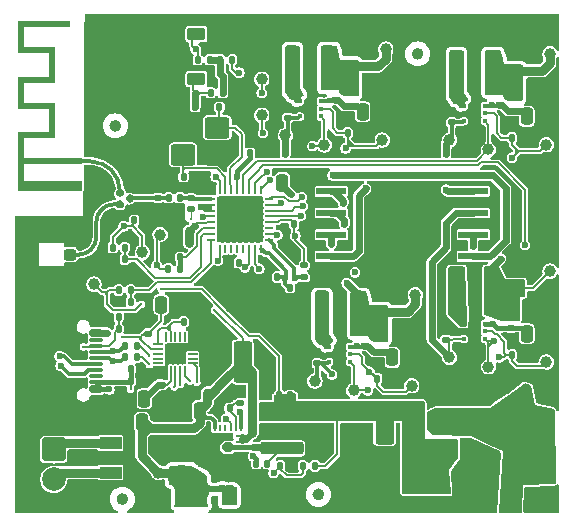
<source format=gbr>
G04 #@! TF.GenerationSoftware,KiCad,Pcbnew,9.0.6*
G04 #@! TF.CreationDate,2025-12-29T13:59:19+01:00*
G04 #@! TF.ProjectId,Lars-10W-RGBW-V1,4c617273-2d31-4305-972d-524742572d56,rev?*
G04 #@! TF.SameCoordinates,Original*
G04 #@! TF.FileFunction,Copper,L1,Top*
G04 #@! TF.FilePolarity,Positive*
%FSLAX46Y46*%
G04 Gerber Fmt 4.6, Leading zero omitted, Abs format (unit mm)*
G04 Created by KiCad (PCBNEW 9.0.6) date 2025-12-29 13:59:19*
%MOMM*%
%LPD*%
G01*
G04 APERTURE LIST*
G04 Aperture macros list*
%AMRoundRect*
0 Rectangle with rounded corners*
0 $1 Rounding radius*
0 $2 $3 $4 $5 $6 $7 $8 $9 X,Y pos of 4 corners*
0 Add a 4 corners polygon primitive as box body*
4,1,4,$2,$3,$4,$5,$6,$7,$8,$9,$2,$3,0*
0 Add four circle primitives for the rounded corners*
1,1,$1+$1,$2,$3*
1,1,$1+$1,$4,$5*
1,1,$1+$1,$6,$7*
1,1,$1+$1,$8,$9*
0 Add four rect primitives between the rounded corners*
20,1,$1+$1,$2,$3,$4,$5,0*
20,1,$1+$1,$4,$5,$6,$7,0*
20,1,$1+$1,$6,$7,$8,$9,0*
20,1,$1+$1,$8,$9,$2,$3,0*%
%AMFreePoly0*
4,1,7,1.447800,-0.050800,0.812800,-0.050800,0.508000,-0.355600,-0.508000,-0.355600,-0.508000,0.355600,1.447800,0.355600,1.447800,-0.050800,1.447800,-0.050800,$1*%
%AMFreePoly1*
4,1,9,0.546100,0.114300,0.546100,-0.114300,0.241300,-0.419100,-0.241300,-0.419100,-0.546100,-0.114300,-0.546100,0.114300,-0.241300,0.419100,0.241300,0.419100,0.546100,0.114300,0.546100,0.114300,$1*%
%AMFreePoly2*
4,1,7,0.812800,0.076200,1.447800,0.076200,1.447800,-0.381000,-0.508000,-0.381000,-0.508000,0.381000,0.508000,0.381000,0.812800,0.076200,0.812800,0.076200,$1*%
G04 Aperture macros list end*
G04 #@! TA.AperFunction,EtchedComponent*
%ADD10C,0.000000*%
G04 #@! TD*
G04 #@! TA.AperFunction,EtchedComponent*
%ADD11C,0.500000*%
G04 #@! TD*
G04 #@! TA.AperFunction,SMDPad,CuDef*
%ADD12RoundRect,0.250000X-0.300000X-1.600000X0.300000X-1.600000X0.300000X1.600000X-0.300000X1.600000X0*%
G04 #@! TD*
G04 #@! TA.AperFunction,SMDPad,CuDef*
%ADD13RoundRect,0.140000X0.170000X-0.140000X0.170000X0.140000X-0.170000X0.140000X-0.170000X-0.140000X0*%
G04 #@! TD*
G04 #@! TA.AperFunction,ComponentPad*
%ADD14RoundRect,0.250000X-0.750000X0.750000X-0.750000X-0.750000X0.750000X-0.750000X0.750000X0.750000X0*%
G04 #@! TD*
G04 #@! TA.AperFunction,ComponentPad*
%ADD15C,2.000000*%
G04 #@! TD*
G04 #@! TA.AperFunction,SMDPad,CuDef*
%ADD16RoundRect,0.135000X-0.135000X-0.185000X0.135000X-0.185000X0.135000X0.185000X-0.135000X0.185000X0*%
G04 #@! TD*
G04 #@! TA.AperFunction,SMDPad,CuDef*
%ADD17RoundRect,0.140000X-0.140000X-0.170000X0.140000X-0.170000X0.140000X0.170000X-0.140000X0.170000X0*%
G04 #@! TD*
G04 #@! TA.AperFunction,SMDPad,CuDef*
%ADD18RoundRect,0.250000X0.250000X0.475000X-0.250000X0.475000X-0.250000X-0.475000X0.250000X-0.475000X0*%
G04 #@! TD*
G04 #@! TA.AperFunction,SMDPad,CuDef*
%ADD19RoundRect,0.140000X-0.170000X0.140000X-0.170000X-0.140000X0.170000X-0.140000X0.170000X0.140000X0*%
G04 #@! TD*
G04 #@! TA.AperFunction,SMDPad,CuDef*
%ADD20RoundRect,0.250000X-0.475000X0.250000X-0.475000X-0.250000X0.475000X-0.250000X0.475000X0.250000X0*%
G04 #@! TD*
G04 #@! TA.AperFunction,SMDPad,CuDef*
%ADD21R,2.500000X0.600000*%
G04 #@! TD*
G04 #@! TA.AperFunction,SMDPad,CuDef*
%ADD22C,6.000000*%
G04 #@! TD*
G04 #@! TA.AperFunction,SMDPad,CuDef*
%ADD23RoundRect,0.062500X-0.312500X-0.062500X0.312500X-0.062500X0.312500X0.062500X-0.312500X0.062500X0*%
G04 #@! TD*
G04 #@! TA.AperFunction,SMDPad,CuDef*
%ADD24RoundRect,0.062500X-0.062500X-0.312500X0.062500X-0.312500X0.062500X0.312500X-0.062500X0.312500X0*%
G04 #@! TD*
G04 #@! TA.AperFunction,HeatsinkPad*
%ADD25C,0.500000*%
G04 #@! TD*
G04 #@! TA.AperFunction,HeatsinkPad*
%ADD26R,3.650000X3.650000*%
G04 #@! TD*
G04 #@! TA.AperFunction,SMDPad,CuDef*
%ADD27RoundRect,0.093750X0.093750X0.106250X-0.093750X0.106250X-0.093750X-0.106250X0.093750X-0.106250X0*%
G04 #@! TD*
G04 #@! TA.AperFunction,HeatsinkPad*
%ADD28R,1.000000X1.600000*%
G04 #@! TD*
G04 #@! TA.AperFunction,SMDPad,CuDef*
%ADD29RoundRect,0.135000X0.135000X0.185000X-0.135000X0.185000X-0.135000X-0.185000X0.135000X-0.185000X0*%
G04 #@! TD*
G04 #@! TA.AperFunction,SMDPad,CuDef*
%ADD30C,1.000000*%
G04 #@! TD*
G04 #@! TA.AperFunction,SMDPad,CuDef*
%ADD31RoundRect,0.250000X-0.800000X-0.650000X0.800000X-0.650000X0.800000X0.650000X-0.800000X0.650000X0*%
G04 #@! TD*
G04 #@! TA.AperFunction,SMDPad,CuDef*
%ADD32RoundRect,0.250000X-0.250000X-0.475000X0.250000X-0.475000X0.250000X0.475000X-0.250000X0.475000X0*%
G04 #@! TD*
G04 #@! TA.AperFunction,SMDPad,CuDef*
%ADD33R,1.875000X1.050000*%
G04 #@! TD*
G04 #@! TA.AperFunction,SMDPad,CuDef*
%ADD34RoundRect,0.250000X0.550000X-1.500000X0.550000X1.500000X-0.550000X1.500000X-0.550000X-1.500000X0*%
G04 #@! TD*
G04 #@! TA.AperFunction,SMDPad,CuDef*
%ADD35RoundRect,0.135000X-0.185000X0.135000X-0.185000X-0.135000X0.185000X-0.135000X0.185000X0.135000X0*%
G04 #@! TD*
G04 #@! TA.AperFunction,SMDPad,CuDef*
%ADD36RoundRect,0.250000X0.475000X-0.250000X0.475000X0.250000X-0.475000X0.250000X-0.475000X-0.250000X0*%
G04 #@! TD*
G04 #@! TA.AperFunction,ConnectorPad*
%ADD37R,0.500000X0.500000*%
G04 #@! TD*
G04 #@! TA.AperFunction,ComponentPad*
%ADD38R,0.500000X0.900000*%
G04 #@! TD*
G04 #@! TA.AperFunction,SMDPad,CuDef*
%ADD39RoundRect,0.135000X0.185000X-0.135000X0.185000X0.135000X-0.185000X0.135000X-0.185000X-0.135000X0*%
G04 #@! TD*
G04 #@! TA.AperFunction,SMDPad,CuDef*
%ADD40RoundRect,0.140000X-0.206244X-0.077224X0.036244X-0.217224X0.206244X0.077224X-0.036244X0.217224X0*%
G04 #@! TD*
G04 #@! TA.AperFunction,SMDPad,CuDef*
%ADD41RoundRect,0.250000X1.600000X-0.300000X1.600000X0.300000X-1.600000X0.300000X-1.600000X-0.300000X0*%
G04 #@! TD*
G04 #@! TA.AperFunction,SMDPad,CuDef*
%ADD42RoundRect,0.140000X0.140000X0.170000X-0.140000X0.170000X-0.140000X-0.170000X0.140000X-0.170000X0*%
G04 #@! TD*
G04 #@! TA.AperFunction,SMDPad,CuDef*
%ADD43RoundRect,0.375000X-0.625000X-0.375000X0.625000X-0.375000X0.625000X0.375000X-0.625000X0.375000X0*%
G04 #@! TD*
G04 #@! TA.AperFunction,SMDPad,CuDef*
%ADD44RoundRect,0.500000X-0.500000X-1.400000X0.500000X-1.400000X0.500000X1.400000X-0.500000X1.400000X0*%
G04 #@! TD*
G04 #@! TA.AperFunction,SMDPad,CuDef*
%ADD45RoundRect,0.250000X-0.550000X1.500000X-0.550000X-1.500000X0.550000X-1.500000X0.550000X1.500000X0*%
G04 #@! TD*
G04 #@! TA.AperFunction,SMDPad,CuDef*
%ADD46RoundRect,0.250000X0.275000X0.250000X-0.275000X0.250000X-0.275000X-0.250000X0.275000X-0.250000X0*%
G04 #@! TD*
G04 #@! TA.AperFunction,SMDPad,CuDef*
%ADD47RoundRect,0.250000X0.850000X0.275000X-0.850000X0.275000X-0.850000X-0.275000X0.850000X-0.275000X0*%
G04 #@! TD*
G04 #@! TA.AperFunction,SMDPad,CuDef*
%ADD48RoundRect,0.165000X0.610000X0.385000X-0.610000X0.385000X-0.610000X-0.385000X0.610000X-0.385000X0*%
G04 #@! TD*
G04 #@! TA.AperFunction,SMDPad,CuDef*
%ADD49RoundRect,0.050000X-0.375000X-0.050000X0.375000X-0.050000X0.375000X0.050000X-0.375000X0.050000X0*%
G04 #@! TD*
G04 #@! TA.AperFunction,SMDPad,CuDef*
%ADD50RoundRect,0.050000X-0.050000X-0.375000X0.050000X-0.375000X0.050000X0.375000X-0.050000X0.375000X0*%
G04 #@! TD*
G04 #@! TA.AperFunction,HeatsinkPad*
%ADD51R,1.650000X1.650000*%
G04 #@! TD*
G04 #@! TA.AperFunction,SMDPad,CuDef*
%ADD52RoundRect,0.140000X-0.036244X-0.217224X0.206244X-0.077224X0.036244X0.217224X-0.206244X0.077224X0*%
G04 #@! TD*
G04 #@! TA.AperFunction,SMDPad,CuDef*
%ADD53FreePoly0,0.000000*%
G04 #@! TD*
G04 #@! TA.AperFunction,SMDPad,CuDef*
%ADD54FreePoly1,0.000000*%
G04 #@! TD*
G04 #@! TA.AperFunction,SMDPad,CuDef*
%ADD55FreePoly2,0.000000*%
G04 #@! TD*
G04 #@! TA.AperFunction,SMDPad,CuDef*
%ADD56R,1.092200X0.762000*%
G04 #@! TD*
G04 #@! TA.AperFunction,SMDPad,CuDef*
%ADD57R,1.092200X0.254000*%
G04 #@! TD*
G04 #@! TA.AperFunction,SMDPad,CuDef*
%ADD58R,0.254000X0.609600*%
G04 #@! TD*
G04 #@! TA.AperFunction,SMDPad,CuDef*
%ADD59RoundRect,0.147500X-0.147500X-0.172500X0.147500X-0.172500X0.147500X0.172500X-0.147500X0.172500X0*%
G04 #@! TD*
G04 #@! TA.AperFunction,SMDPad,CuDef*
%ADD60RoundRect,0.150000X-0.425000X0.150000X-0.425000X-0.150000X0.425000X-0.150000X0.425000X0.150000X0*%
G04 #@! TD*
G04 #@! TA.AperFunction,SMDPad,CuDef*
%ADD61RoundRect,0.075000X-0.500000X0.075000X-0.500000X-0.075000X0.500000X-0.075000X0.500000X0.075000X0*%
G04 #@! TD*
G04 #@! TA.AperFunction,HeatsinkPad*
%ADD62O,2.100000X1.000000*%
G04 #@! TD*
G04 #@! TA.AperFunction,HeatsinkPad*
%ADD63O,1.800000X1.000000*%
G04 #@! TD*
G04 #@! TA.AperFunction,ViaPad*
%ADD64C,0.600000*%
G04 #@! TD*
G04 #@! TA.AperFunction,ViaPad*
%ADD65C,0.300000*%
G04 #@! TD*
G04 #@! TA.AperFunction,ViaPad*
%ADD66C,1.000000*%
G04 #@! TD*
G04 #@! TA.AperFunction,Conductor*
%ADD67C,0.600000*%
G04 #@! TD*
G04 #@! TA.AperFunction,Conductor*
%ADD68C,0.200000*%
G04 #@! TD*
G04 #@! TA.AperFunction,Conductor*
%ADD69C,0.349300*%
G04 #@! TD*
G04 #@! TA.AperFunction,Conductor*
%ADD70C,0.100000*%
G04 #@! TD*
G04 #@! TA.AperFunction,Conductor*
%ADD71C,0.400000*%
G04 #@! TD*
G04 #@! TA.AperFunction,Conductor*
%ADD72C,0.800000*%
G04 #@! TD*
G04 #@! TA.AperFunction,Conductor*
%ADD73C,0.300000*%
G04 #@! TD*
G04 #@! TA.AperFunction,Conductor*
%ADD74C,0.334300*%
G04 #@! TD*
G04 APERTURE END LIST*
D10*
G04 #@! TA.AperFunction,EtchedComponent*
G36*
X110290000Y-40150000D02*
G01*
X106350000Y-40150000D01*
X106350000Y-41850000D01*
X108990000Y-41850000D01*
X108990000Y-44850000D01*
X106350000Y-44850000D01*
X106350000Y-46550000D01*
X108990000Y-46550000D01*
X108990000Y-49550000D01*
X106350000Y-49550000D01*
X106350000Y-51250000D01*
X111250000Y-51250000D01*
X111250000Y-51750000D01*
X106350000Y-51750000D01*
X106350000Y-53150000D01*
X111250000Y-53150000D01*
X111250000Y-54050000D01*
X111006785Y-54050000D01*
X105850000Y-54050000D01*
X105850000Y-53607267D01*
X110852018Y-53607267D01*
X110859908Y-53655353D01*
X110876814Y-53688245D01*
X110913584Y-53723185D01*
X110958378Y-53742847D01*
X111006785Y-53747583D01*
X111054395Y-53737742D01*
X111096797Y-53713674D01*
X111129581Y-53675731D01*
X111133935Y-53667819D01*
X111146043Y-53625156D01*
X111145300Y-53576637D01*
X111132400Y-53531122D01*
X111121787Y-53512511D01*
X111086553Y-53478868D01*
X111041368Y-53458309D01*
X110991842Y-53451778D01*
X110943583Y-53460218D01*
X110911357Y-53477112D01*
X110878687Y-53512372D01*
X110858592Y-53557682D01*
X110852018Y-53607267D01*
X105850000Y-53607267D01*
X105850000Y-49050000D01*
X108490000Y-49050000D01*
X108490000Y-47050000D01*
X105850000Y-47050000D01*
X105850000Y-44350000D01*
X108490000Y-44350000D01*
X108490000Y-42350000D01*
X105850000Y-42350000D01*
X105850000Y-39650000D01*
X110290000Y-39650000D01*
X110290000Y-40150000D01*
G37*
G04 #@! TD.AperFunction*
D11*
X139950000Y-42400000D02*
G75*
G02*
X139450000Y-42400000I-250000J0D01*
G01*
X139450000Y-42400000D02*
G75*
G02*
X139950000Y-42400000I250000J0D01*
G01*
X114950000Y-80100000D02*
G75*
G02*
X114450000Y-80100000I-250000J0D01*
G01*
X114450000Y-80100000D02*
G75*
G02*
X114950000Y-80100000I250000J0D01*
G01*
X114350000Y-48500000D02*
G75*
G02*
X113850000Y-48500000I-250000J0D01*
G01*
X113850000Y-48500000D02*
G75*
G02*
X114350000Y-48500000I250000J0D01*
G01*
X131550000Y-79700000D02*
G75*
G02*
X131050000Y-79700000I-250000J0D01*
G01*
X131050000Y-79700000D02*
G75*
G02*
X131550000Y-79700000I250000J0D01*
G01*
D12*
X143000000Y-62400000D03*
X146000000Y-62400000D03*
D13*
X124700000Y-71980000D03*
X124700000Y-71020000D03*
D14*
X108900000Y-75900000D03*
D15*
X108900000Y-78440000D03*
D16*
X119890000Y-65100000D03*
X120910000Y-65100000D03*
D17*
X128920000Y-71300000D03*
X129880000Y-71300000D03*
D18*
X139450000Y-68100000D03*
X137550000Y-68100000D03*
D19*
X118100000Y-70420000D03*
X118100000Y-71380000D03*
D20*
X131500000Y-72550000D03*
X131500000Y-74450000D03*
D16*
X114890000Y-68100000D03*
X115910000Y-68100000D03*
D21*
X144400000Y-59545000D03*
X144400000Y-57715000D03*
X144400000Y-55885000D03*
X144400000Y-54055000D03*
X132400000Y-59545000D03*
X132400000Y-57715000D03*
X132400000Y-55885000D03*
X132400000Y-54055000D03*
D22*
X138400000Y-56800000D03*
D13*
X147600000Y-48180000D03*
X147600000Y-47220000D03*
D23*
X122205000Y-54670000D03*
X122205000Y-55170000D03*
X122205000Y-55670000D03*
X122205000Y-56170000D03*
X122205000Y-56670000D03*
X122205000Y-57170000D03*
X122205000Y-57670000D03*
X122205000Y-58170000D03*
D24*
X122930000Y-58895000D03*
X123430000Y-58895000D03*
X123930000Y-58895000D03*
X124430000Y-58895000D03*
X124930000Y-58895000D03*
X125430000Y-58895000D03*
X125930000Y-58895000D03*
X126430000Y-58895000D03*
D23*
X127155000Y-58170000D03*
X127155000Y-57670000D03*
X127155000Y-57170000D03*
X127155000Y-56670000D03*
X127155000Y-56170000D03*
X127155000Y-55670000D03*
X127155000Y-55170000D03*
X127155000Y-54670000D03*
D24*
X126430000Y-53945000D03*
X125930000Y-53945000D03*
X125430000Y-53945000D03*
X124930000Y-53945000D03*
X124430000Y-53945000D03*
X123930000Y-53945000D03*
X123430000Y-53945000D03*
X122930000Y-53945000D03*
D25*
X123680000Y-55420000D03*
X123680000Y-56420000D03*
X123680000Y-57420000D03*
X124680000Y-55420000D03*
X124680000Y-56420000D03*
D26*
X124680000Y-56420000D03*
D25*
X124680000Y-57420000D03*
X125680000Y-55420000D03*
X125680000Y-56420000D03*
X125680000Y-57420000D03*
D19*
X120500000Y-54620000D03*
X120500000Y-55580000D03*
D17*
X126020000Y-77100000D03*
X126980000Y-77100000D03*
D27*
X133987500Y-68500000D03*
X133987500Y-67850000D03*
X133987500Y-67200000D03*
X132212500Y-67200000D03*
X132212500Y-67850000D03*
X132212500Y-68500000D03*
D25*
X133100000Y-68400000D03*
D28*
X133100000Y-67850000D03*
D25*
X133100000Y-67300000D03*
D29*
X114920000Y-58800000D03*
X113900000Y-58800000D03*
D30*
X131000000Y-70100000D03*
D29*
X116433995Y-70076394D03*
X115413995Y-70076394D03*
D31*
X119850000Y-50950000D03*
X122750000Y-50950000D03*
X122750000Y-48650000D03*
X119850000Y-48650000D03*
D30*
X126500000Y-44550000D03*
D32*
X117983005Y-63639666D03*
X119883005Y-63639666D03*
D33*
X119700000Y-77850000D03*
X119700000Y-75350000D03*
X113700000Y-75350000D03*
X113700000Y-77850000D03*
D27*
X145387500Y-66550000D03*
X145387500Y-65900000D03*
X145387500Y-65250000D03*
X143612500Y-65250000D03*
X143612500Y-65900000D03*
X143612500Y-66550000D03*
D25*
X144500000Y-66450000D03*
D28*
X144500000Y-65900000D03*
D25*
X144500000Y-65350000D03*
D29*
X115410000Y-62400000D03*
X114390000Y-62400000D03*
D12*
X143000000Y-43900000D03*
X146000000Y-43900000D03*
X131600000Y-64300000D03*
X134600000Y-64300000D03*
D13*
X133705000Y-47785000D03*
X133705000Y-46825000D03*
D32*
X133655000Y-45205000D03*
X135555000Y-45205000D03*
D30*
X139500000Y-62800000D03*
D34*
X124900000Y-68500000D03*
X124900000Y-62900000D03*
D29*
X119610000Y-60600000D03*
X118590000Y-60600000D03*
D30*
X145700000Y-68900000D03*
D16*
X122990000Y-42900000D03*
X124010000Y-42900000D03*
D32*
X123750000Y-79700000D03*
X125650000Y-79700000D03*
D35*
X130100000Y-60290000D03*
X130100000Y-61310000D03*
D30*
X116400000Y-59200000D03*
D13*
X117700000Y-54580000D03*
X117700000Y-53620000D03*
D36*
X147800000Y-62250000D03*
X147800000Y-60350000D03*
D37*
X111000000Y-51500000D03*
D38*
X111000000Y-53600000D03*
D36*
X150600000Y-73300000D03*
X150600000Y-71400000D03*
D12*
X129100000Y-43500000D03*
X132100000Y-43500000D03*
D39*
X128705000Y-47815000D03*
X128705000Y-46795000D03*
D16*
X147690000Y-67900000D03*
X148710000Y-67900000D03*
D13*
X147600000Y-66580000D03*
X147600000Y-65620000D03*
D27*
X131492500Y-47705000D03*
X131492500Y-47055000D03*
X131492500Y-46405000D03*
X129717500Y-46405000D03*
X129717500Y-47055000D03*
X129717500Y-47705000D03*
D25*
X130605000Y-47605000D03*
D28*
X130605000Y-47055000D03*
D25*
X130605000Y-46505000D03*
D30*
X150900000Y-60800000D03*
D40*
X114484308Y-54160000D03*
X115315692Y-54640000D03*
D16*
X133795000Y-49105000D03*
X134815000Y-49105000D03*
D30*
X150900000Y-42400000D03*
D41*
X128200000Y-75800000D03*
X128200000Y-72800000D03*
D18*
X121250000Y-72600000D03*
X119350000Y-72600000D03*
D42*
X120380000Y-58400000D03*
X119420000Y-58400000D03*
D18*
X136955000Y-47305000D03*
X135055000Y-47305000D03*
D43*
X141950000Y-71200000D03*
X141950000Y-73500000D03*
X141950000Y-75800000D03*
D44*
X148250000Y-73500000D03*
D42*
X127980000Y-71300000D03*
X127020000Y-71300000D03*
D16*
X118590000Y-59610000D03*
X119610000Y-59610000D03*
D32*
X141850000Y-78600000D03*
X143750000Y-78600000D03*
D29*
X129910000Y-62200000D03*
X128890000Y-62200000D03*
D42*
X121880000Y-71100000D03*
X120920000Y-71100000D03*
D29*
X131010000Y-77300000D03*
X129990000Y-77300000D03*
D45*
X136900000Y-73700000D03*
X136900000Y-79300000D03*
D39*
X142100000Y-66610000D03*
X142100000Y-65590000D03*
D17*
X118920000Y-52800000D03*
X119880000Y-52800000D03*
D16*
X113890000Y-59800000D03*
X114910000Y-59800000D03*
X126790000Y-61300000D03*
X127810000Y-61300000D03*
D13*
X136200000Y-68580000D03*
X136200000Y-67620000D03*
D46*
X110300000Y-59400000D03*
D47*
X108775000Y-60875000D03*
X108775000Y-57925000D03*
D13*
X116900000Y-66080000D03*
X116900000Y-65120000D03*
D17*
X129240000Y-56800000D03*
X130200000Y-56800000D03*
D30*
X139200000Y-70500000D03*
X128505000Y-49305000D03*
D16*
X147690000Y-49500000D03*
X148710000Y-49500000D03*
D32*
X128250000Y-53300000D03*
X130150000Y-53300000D03*
D16*
X114380000Y-63400000D03*
X115400000Y-63400000D03*
D18*
X120250000Y-79900000D03*
X118350000Y-79900000D03*
D48*
X120970000Y-40730000D03*
X114020000Y-40730000D03*
D30*
X142400000Y-68100000D03*
D39*
X131200000Y-68610000D03*
X131200000Y-67590000D03*
D30*
X126500000Y-47600000D03*
D17*
X125520000Y-50800000D03*
X126480000Y-50800000D03*
D30*
X137005000Y-42005000D03*
D16*
X128090000Y-77300000D03*
X129110000Y-77300000D03*
D36*
X133905000Y-43455000D03*
X133905000Y-41555000D03*
D17*
X121520000Y-78400000D03*
X122480000Y-78400000D03*
X115720000Y-56500000D03*
X116680000Y-56500000D03*
D48*
X120970000Y-44530000D03*
X114020000Y-44530000D03*
D32*
X147550000Y-64000000D03*
X149450000Y-64000000D03*
D42*
X123780000Y-72400000D03*
X122820000Y-72400000D03*
D18*
X150850000Y-66100000D03*
X148950000Y-66100000D03*
D30*
X117900000Y-57700000D03*
D16*
X136290000Y-69900000D03*
X137310000Y-69900000D03*
D30*
X150600000Y-68500000D03*
D36*
X136400000Y-64250000D03*
X136400000Y-62350000D03*
D16*
X114890000Y-67100000D03*
X115910000Y-67100000D03*
D49*
X117750000Y-67000000D03*
X117750000Y-67400000D03*
X117750000Y-67800000D03*
X117750000Y-68200000D03*
X117750000Y-68600000D03*
D50*
X118400000Y-69250000D03*
X118800000Y-69250000D03*
X119200000Y-69250000D03*
X119600000Y-69250000D03*
X120000000Y-69250000D03*
D49*
X120650000Y-68600000D03*
X120650000Y-68200000D03*
X120650000Y-67800000D03*
X120650000Y-67400000D03*
X120650000Y-67000000D03*
D50*
X120000000Y-66350000D03*
X119600000Y-66350000D03*
X119200000Y-66350000D03*
X118800000Y-66350000D03*
X118400000Y-66350000D03*
D25*
X118625000Y-67225000D03*
X118625000Y-68375000D03*
D51*
X119200000Y-67800000D03*
D25*
X119775000Y-67225000D03*
X119775000Y-68375000D03*
D30*
X134300000Y-70900000D03*
D18*
X150850000Y-47700000D03*
X148950000Y-47700000D03*
D19*
X114500000Y-54220000D03*
X114500000Y-55180000D03*
D29*
X122110000Y-42900000D03*
X121090000Y-42900000D03*
D52*
X114484308Y-55140000D03*
X115315692Y-54660000D03*
D32*
X147550000Y-45600000D03*
X149450000Y-45600000D03*
D30*
X142400000Y-49700000D03*
D17*
X121520000Y-80200000D03*
X122480000Y-80200000D03*
D30*
X131805000Y-50105000D03*
D18*
X116350000Y-73600000D03*
X114450000Y-73600000D03*
D42*
X123880000Y-46900000D03*
X122920000Y-46900000D03*
D30*
X136705000Y-49705000D03*
D29*
X116433995Y-69076394D03*
X115413995Y-69076394D03*
D36*
X147800000Y-43850000D03*
X147800000Y-41950000D03*
D18*
X147550000Y-80500000D03*
X145650000Y-80500000D03*
D29*
X115400000Y-64700000D03*
X114380000Y-64700000D03*
D30*
X145700000Y-50500000D03*
D42*
X120380000Y-57400000D03*
X119420000Y-57400000D03*
D39*
X142600000Y-48210000D03*
X142600000Y-47190000D03*
D27*
X145387500Y-48100000D03*
X145387500Y-47450000D03*
X145387500Y-46800000D03*
X143612500Y-46800000D03*
X143612500Y-47450000D03*
X143612500Y-48100000D03*
D25*
X144500000Y-48000000D03*
D28*
X144500000Y-47450000D03*
D25*
X144500000Y-46900000D03*
D20*
X149500000Y-77850000D03*
X149500000Y-79750000D03*
D30*
X150600000Y-50100000D03*
D18*
X147550000Y-78400000D03*
X145650000Y-78400000D03*
D32*
X136150000Y-66000000D03*
X138050000Y-66000000D03*
D30*
X112300000Y-61900000D03*
D53*
X122460660Y-74972825D03*
D54*
X123650650Y-75722125D03*
D55*
X122460660Y-76496825D03*
D56*
X124800000Y-76500000D03*
D57*
X124800000Y-75223650D03*
X124800000Y-74772800D03*
D58*
X124777775Y-74048900D03*
X124326925Y-74048900D03*
X123876075Y-74048900D03*
X123425225Y-74048900D03*
X122974375Y-74048900D03*
X122523525Y-74048900D03*
D17*
X123600000Y-60100000D03*
X124560000Y-60100000D03*
D29*
X123210000Y-45700000D03*
X122190000Y-45700000D03*
D59*
X118615000Y-54600000D03*
X119585000Y-54600000D03*
D60*
X112480000Y-65200000D03*
X112480000Y-66000000D03*
D61*
X112480000Y-67150000D03*
X112480000Y-68150000D03*
X112480000Y-68650000D03*
X112480000Y-69650000D03*
D60*
X112480000Y-70800000D03*
X112480000Y-71600000D03*
X112480000Y-71600000D03*
X112480000Y-70800000D03*
D61*
X112480000Y-70150000D03*
X112480000Y-69150000D03*
X112480000Y-67650000D03*
X112480000Y-66650000D03*
D60*
X112480000Y-66000000D03*
X112480000Y-65200000D03*
D62*
X111905000Y-64080000D03*
D63*
X107725000Y-64080000D03*
D62*
X111905000Y-72720000D03*
D63*
X107725000Y-72720000D03*
D29*
X115400000Y-65700000D03*
X114380000Y-65700000D03*
D18*
X116550000Y-71600000D03*
X114650000Y-71600000D03*
D17*
X119920000Y-46900000D03*
X120880000Y-46900000D03*
D64*
X121200000Y-75000000D03*
X115500000Y-61400000D03*
X146200000Y-71100000D03*
X126700000Y-64000000D03*
D65*
X113200000Y-56300000D03*
D64*
X120900000Y-53000000D03*
D65*
X111900000Y-56400000D03*
D64*
X137600000Y-56300000D03*
D65*
X106800000Y-56300000D03*
D64*
X141200000Y-54300000D03*
X120300000Y-76700000D03*
X140500000Y-53500000D03*
D65*
X111600000Y-41300000D03*
X110500000Y-56300000D03*
X113500000Y-71800000D03*
X115500000Y-72600000D03*
D64*
X147500000Y-69600000D03*
X138400000Y-54800000D03*
X138000000Y-62000000D03*
D65*
X112000000Y-56000000D03*
X118700000Y-57400000D03*
X107200000Y-60100000D03*
D64*
X151100000Y-80000000D03*
D65*
X113500000Y-52800000D03*
D64*
X139200000Y-56100000D03*
X136900000Y-55800000D03*
X135000000Y-40100000D03*
X117800000Y-81000000D03*
X149300000Y-42500000D03*
X118700000Y-46700000D03*
D65*
X122900000Y-71600000D03*
D64*
X113300000Y-46400000D03*
D65*
X111600000Y-43700000D03*
D64*
X138400000Y-55700000D03*
D65*
X113700000Y-53300000D03*
X111600000Y-44500000D03*
X113100000Y-58100000D03*
X111600000Y-43300000D03*
X113800000Y-54300000D03*
D64*
X141100000Y-55100000D03*
X117700000Y-56400000D03*
D65*
X111600000Y-54700000D03*
X114700000Y-52400000D03*
X113400000Y-72700000D03*
D64*
X118000000Y-76500000D03*
X149900000Y-67500000D03*
X145400000Y-71700000D03*
X132800000Y-80600000D03*
X127800000Y-46800000D03*
X139400000Y-66000000D03*
X150700000Y-70000000D03*
D65*
X115841182Y-64529532D03*
X115470201Y-71721779D03*
X111600000Y-52600000D03*
D64*
X121200000Y-76000000D03*
D65*
X111600000Y-49700000D03*
D64*
X122300000Y-62000000D03*
D65*
X111600000Y-48900000D03*
D64*
X140700000Y-69200000D03*
D65*
X116000000Y-53900000D03*
X111600000Y-44900000D03*
X112900000Y-54900000D03*
D64*
X120800000Y-66100000D03*
X133900000Y-40300000D03*
D65*
X117800000Y-50900000D03*
X115100000Y-53400000D03*
X107500000Y-61500000D03*
X111100000Y-58500000D03*
X111600000Y-41700000D03*
X111600000Y-50100000D03*
X118097154Y-59702172D03*
D64*
X138900000Y-69500000D03*
X137000000Y-57200000D03*
X136500000Y-56400000D03*
X134200000Y-79600000D03*
X123300000Y-77700000D03*
X138200000Y-48000000D03*
X134600000Y-77100000D03*
X151100000Y-57000000D03*
X143100000Y-67300000D03*
X140700000Y-68200000D03*
D65*
X111600000Y-50500000D03*
D64*
X127800000Y-45500000D03*
X124400000Y-47900000D03*
D65*
X111600000Y-45700000D03*
D64*
X138000000Y-63000000D03*
D65*
X113100000Y-56700000D03*
D64*
X129300000Y-79600000D03*
X138900000Y-47200000D03*
X149800000Y-81000000D03*
D65*
X113400000Y-54600000D03*
X110300000Y-60500000D03*
D64*
X144300000Y-42900000D03*
D65*
X110300000Y-61000000D03*
X122200000Y-65000000D03*
X110200000Y-61600000D03*
X108800000Y-56300000D03*
D64*
X133100000Y-48300000D03*
X143800000Y-70600000D03*
X144300000Y-77000000D03*
D65*
X117100000Y-62900000D03*
X113000000Y-74000000D03*
X113100000Y-52500000D03*
D64*
X120600000Y-53700000D03*
D65*
X110500000Y-58200000D03*
X112800000Y-59000000D03*
X127300000Y-70500000D03*
D64*
X118000000Y-52000000D03*
X139300000Y-50600000D03*
X135200000Y-75800000D03*
D65*
X116300000Y-55300000D03*
D64*
X112500000Y-41300000D03*
D65*
X110000000Y-57100000D03*
X111600000Y-47300000D03*
D64*
X140900000Y-49500000D03*
X136405000Y-48705000D03*
D65*
X111600000Y-46100000D03*
X117011122Y-70184635D03*
D64*
X130800000Y-48900000D03*
D65*
X110000000Y-56300000D03*
D64*
X137600000Y-55200000D03*
X139200000Y-57100000D03*
D65*
X108400000Y-57000000D03*
D64*
X117305630Y-69782587D03*
X130700000Y-45200000D03*
X151400000Y-69400000D03*
D65*
X124300000Y-50900000D03*
X111600000Y-48100000D03*
D64*
X132500000Y-55000000D03*
D65*
X111600000Y-42500000D03*
D64*
X119100000Y-76600000D03*
D65*
X111600000Y-45300000D03*
X113000000Y-58500000D03*
X110900000Y-56300000D03*
D64*
X137400000Y-43900000D03*
X148300000Y-40200000D03*
D65*
X108200000Y-61700000D03*
D64*
X149500000Y-60700000D03*
D65*
X112900000Y-51000000D03*
X115700000Y-55400000D03*
X111600000Y-40500000D03*
X111600000Y-47700000D03*
D64*
X139700000Y-49400000D03*
D65*
X113945266Y-63008018D03*
D64*
X142300000Y-80500000D03*
X121500000Y-53700000D03*
X144600000Y-71100000D03*
X139900000Y-50600000D03*
X121600000Y-61800000D03*
D65*
X116800000Y-55300000D03*
X107200000Y-58700000D03*
D64*
X141800000Y-55700000D03*
X135700000Y-54800000D03*
D65*
X130600000Y-71400000D03*
X112200000Y-50900000D03*
X109200000Y-56300000D03*
X129700000Y-70300000D03*
D64*
X112100000Y-45200000D03*
X136500000Y-53800000D03*
D65*
X109700000Y-61800000D03*
X116400000Y-53900000D03*
D64*
X135400000Y-79200000D03*
D65*
X107300000Y-57600000D03*
D64*
X145500000Y-76500000D03*
D65*
X111600000Y-46500000D03*
D64*
X141400000Y-46600000D03*
D65*
X107800000Y-57000000D03*
X113900000Y-55700000D03*
D64*
X140400000Y-54300000D03*
D65*
X118783393Y-57857475D03*
X111600000Y-40900000D03*
D64*
X116800000Y-57400000D03*
X135700000Y-77200000D03*
D65*
X112200000Y-55500000D03*
D64*
X139300000Y-54000000D03*
X119500000Y-55500000D03*
X127000000Y-80300000D03*
X141800000Y-63900000D03*
X118200000Y-48600000D03*
X138400000Y-56700000D03*
X131600000Y-55000000D03*
X135600000Y-49000000D03*
D65*
X111300000Y-60100000D03*
D64*
X138400000Y-50600000D03*
D65*
X113100000Y-57700000D03*
X110800000Y-60400000D03*
X111600000Y-39300000D03*
D64*
X144100000Y-50200000D03*
D65*
X112500000Y-55200000D03*
X111600000Y-44100000D03*
D64*
X150800000Y-64100000D03*
D65*
X113100000Y-57200000D03*
D64*
X117500000Y-73100000D03*
X150600000Y-62400000D03*
X139000000Y-80400000D03*
X119300000Y-56400000D03*
D65*
X113500000Y-56000000D03*
X108400000Y-56300000D03*
D64*
X140000000Y-48200000D03*
X118900000Y-53700000D03*
X121400000Y-77100000D03*
X137600000Y-54100000D03*
D65*
X115400000Y-73900000D03*
D64*
X139200000Y-55200000D03*
X144000000Y-49100000D03*
X137800000Y-57700000D03*
X113000000Y-80700000D03*
D65*
X115300000Y-55500000D03*
X109300000Y-57000000D03*
D64*
X112600000Y-39800000D03*
D65*
X127100000Y-69000000D03*
D64*
X143800000Y-71700000D03*
D65*
X109600000Y-56300000D03*
D64*
X147000000Y-40300000D03*
X144400000Y-80200000D03*
D65*
X113800000Y-53800000D03*
X107200000Y-59500000D03*
X111600000Y-55100000D03*
X107200000Y-58100000D03*
X107200000Y-56300000D03*
X114900000Y-55800000D03*
X111600000Y-42900000D03*
X111900000Y-57800000D03*
D64*
X112800000Y-43400000D03*
X150700000Y-44800000D03*
X124300000Y-77700000D03*
D65*
X111800000Y-58200000D03*
D64*
X131400000Y-56800000D03*
X150200000Y-59100000D03*
X126100000Y-61900000D03*
X123700000Y-78400000D03*
D65*
X113700000Y-51400000D03*
X111600000Y-56000000D03*
X131200000Y-75600000D03*
D64*
X144700000Y-44100000D03*
X122300000Y-77700000D03*
X123983591Y-45516409D03*
X140900000Y-50600000D03*
D65*
X117000000Y-64100000D03*
D64*
X145100000Y-67900000D03*
D65*
X115300000Y-73200000D03*
D64*
X131200000Y-76400000D03*
X123900000Y-61100000D03*
D65*
X111600000Y-53100000D03*
D64*
X140200000Y-55800000D03*
X139980331Y-65380331D03*
X135500000Y-41100000D03*
D65*
X112600000Y-52300000D03*
X115612467Y-58949508D03*
D64*
X135500000Y-42100000D03*
D65*
X114400000Y-55900000D03*
D64*
X150300000Y-49100000D03*
X129900000Y-49600000D03*
X151300000Y-63200000D03*
X136300000Y-57800000D03*
D65*
X118100000Y-51300000D03*
D64*
X142600000Y-54900000D03*
D65*
X128175840Y-58692654D03*
X130700000Y-75800000D03*
D64*
X118085873Y-72456878D03*
D65*
X108000000Y-56300000D03*
X123100000Y-66400000D03*
D64*
X124200000Y-49900000D03*
D65*
X111600000Y-40100000D03*
D64*
X143400000Y-80400000D03*
D65*
X130200000Y-74400000D03*
X115400000Y-74700000D03*
X111600000Y-48500000D03*
X107200000Y-61000000D03*
D64*
X132800000Y-40200000D03*
X140900000Y-56600000D03*
X118000000Y-47500000D03*
X138800000Y-49500000D03*
D65*
X116900000Y-53900000D03*
D64*
X113400000Y-42200000D03*
X150800000Y-45700000D03*
X132400000Y-56800000D03*
D65*
X111600000Y-52100000D03*
X106000000Y-56300000D03*
X111300000Y-56300000D03*
X126400000Y-68200000D03*
D64*
X140900000Y-47800000D03*
X142900000Y-65900000D03*
D65*
X111600000Y-46900000D03*
X113300000Y-51200000D03*
X123400000Y-71500000D03*
D64*
X121625003Y-70200000D03*
D65*
X111600000Y-55600000D03*
D64*
X126900000Y-79000000D03*
X118600000Y-56400000D03*
D65*
X111600000Y-49300000D03*
X111700000Y-50900000D03*
D64*
X144200000Y-68800000D03*
D65*
X120500000Y-56400000D03*
X114400000Y-52000000D03*
D64*
X140200000Y-57200000D03*
D65*
X114100000Y-51700000D03*
D64*
X125669669Y-65330331D03*
X137100000Y-76700000D03*
X145400000Y-70600000D03*
D65*
X111500000Y-58600000D03*
D64*
X119800000Y-53700000D03*
X130700000Y-43400000D03*
X136700000Y-54800000D03*
D65*
X121600000Y-65800000D03*
D64*
X118600000Y-55500000D03*
D65*
X116300000Y-62900000D03*
X114900000Y-52900000D03*
X126600000Y-69900000D03*
X111600000Y-39700000D03*
X111900000Y-57300000D03*
D64*
X149500000Y-41700000D03*
X132100000Y-75600000D03*
D65*
X111700000Y-59900000D03*
D64*
X117200000Y-79100000D03*
X140400000Y-69900000D03*
D65*
X115500000Y-53800000D03*
D64*
X123800000Y-63934300D03*
X143800000Y-76000000D03*
X138900000Y-46200000D03*
D65*
X119200000Y-64500000D03*
D64*
X117000000Y-80300000D03*
D65*
X111900000Y-56800000D03*
X107600000Y-56300000D03*
D64*
X124500000Y-78500000D03*
X130600000Y-58100000D03*
D65*
X120300000Y-71800000D03*
X109000000Y-61800000D03*
X112600000Y-59400000D03*
X116992654Y-69241593D03*
X110400000Y-57500000D03*
D64*
X129700000Y-63200000D03*
D65*
X112200000Y-59700000D03*
X112100000Y-52100000D03*
X111600000Y-42100000D03*
X106400000Y-56300000D03*
D64*
X127500000Y-64200000D03*
D65*
X111600000Y-54100000D03*
X121400000Y-64200000D03*
D64*
X121560402Y-56210114D03*
X120900000Y-45700000D03*
X120900000Y-42000000D03*
X125080000Y-60480000D03*
X150600000Y-74600000D03*
X124400000Y-52800000D03*
X122600000Y-52800000D03*
X120814763Y-56988645D03*
X129342873Y-57800000D03*
X114800000Y-57000000D03*
X123210000Y-44800000D03*
X129000000Y-54300000D03*
X121400000Y-55400000D03*
X135100000Y-43455000D03*
X135300000Y-53800000D03*
X138600000Y-72500000D03*
X135200000Y-67100000D03*
X117600000Y-60300000D03*
X146000000Y-46700000D03*
X146100000Y-65300000D03*
X146600000Y-46700000D03*
X134600000Y-67100000D03*
X132705000Y-46305000D03*
D65*
X118000000Y-62301000D03*
D64*
X133700000Y-61800000D03*
D65*
X132400000Y-58500000D03*
D64*
X134400000Y-60900000D03*
X133500000Y-56800000D03*
X146727080Y-59734883D03*
X149000000Y-43850000D03*
X133400000Y-55000000D03*
D65*
X122500000Y-64100000D03*
X116300000Y-63600000D03*
D66*
X117750000Y-77850000D03*
D64*
X125700000Y-73000000D03*
X123350000Y-70050000D03*
X124673959Y-72750000D03*
X125800000Y-76472125D03*
X113400000Y-66000000D03*
X113600000Y-70800000D03*
D65*
X114700000Y-66400000D03*
D64*
X142100000Y-50900000D03*
X142100000Y-53900000D03*
X128500000Y-50900000D03*
X132500000Y-52700000D03*
X144400000Y-58700000D03*
X132449293Y-69550707D03*
D65*
X111400000Y-67200000D03*
X120400000Y-70100000D03*
D64*
X113900000Y-67600000D03*
X128450000Y-61400000D03*
X109400000Y-68000000D03*
D65*
X115400000Y-70800000D03*
X121000000Y-70200000D03*
D64*
X129350000Y-61400000D03*
X109475741Y-68800000D03*
X113900000Y-68400000D03*
X126300000Y-60600000D03*
X124600000Y-44000000D03*
X133600000Y-50400000D03*
X129893934Y-54557535D03*
X128100000Y-55050000D03*
X135600000Y-69300000D03*
X146600000Y-68100000D03*
X122800000Y-59900000D03*
X127830000Y-57743486D03*
X147700000Y-51200000D03*
X127500000Y-77900000D03*
X123500000Y-73294098D03*
X126600000Y-49100000D03*
X130000000Y-55300000D03*
X129799071Y-56098199D03*
X126500000Y-45700000D03*
X130800000Y-50200000D03*
X127200000Y-53100000D03*
X126921488Y-52401000D03*
X135500000Y-70900000D03*
X146200000Y-66700000D03*
X148800000Y-58600000D03*
D65*
X119600000Y-70400000D03*
X117000000Y-68000000D03*
X117000000Y-68700000D03*
X119100000Y-70600000D03*
D67*
X120814763Y-56988645D02*
X120791355Y-56988645D01*
X120791355Y-56988645D02*
X120380000Y-57400000D01*
D68*
X120814763Y-56988645D02*
X121042294Y-56761114D01*
X121042294Y-56761114D02*
X121788634Y-56761114D01*
X121788634Y-56761114D02*
X121879748Y-56670000D01*
X121879748Y-56670000D02*
X122205000Y-56670000D01*
D69*
X118615000Y-54600000D02*
X118595000Y-54620000D01*
X115375692Y-54600000D02*
X115315692Y-54660000D01*
X118615000Y-54600000D02*
X115375692Y-54600000D01*
D68*
X130871000Y-76729000D02*
X131200000Y-76400000D01*
D70*
X120500000Y-55580000D02*
X120500000Y-56400000D01*
D68*
X129110000Y-77300000D02*
X129681000Y-76729000D01*
X129681000Y-76729000D02*
X130871000Y-76729000D01*
D69*
X114500000Y-54220000D02*
X114500000Y-54000000D01*
X112000000Y-51500000D02*
X111000000Y-51500000D01*
X114500000Y-54000000D02*
G75*
G03*
X112000000Y-51500000I-2500000J0D01*
G01*
D68*
X123930000Y-53570001D02*
X123800000Y-53440001D01*
X122920000Y-46900000D02*
X122920000Y-48480000D01*
X124800000Y-49200000D02*
X124250000Y-48650000D01*
X123800000Y-53440001D02*
X123800000Y-52100000D01*
X124250000Y-48650000D02*
X122750000Y-48650000D01*
X123930000Y-53945000D02*
X123930000Y-53570001D01*
X123800000Y-52100000D02*
X124800000Y-51100000D01*
X124800000Y-51100000D02*
X124800000Y-49200000D01*
X123430000Y-52850768D02*
X123430000Y-53945000D01*
X119850000Y-52252000D02*
X120001000Y-52101000D01*
X119850000Y-52300000D02*
X119850000Y-52530000D01*
X122680232Y-52101000D02*
X123430000Y-52850768D01*
X119880000Y-52560000D02*
X119880000Y-52800000D01*
X119850000Y-52300000D02*
X119850000Y-52252000D01*
X119850000Y-50950000D02*
X119850000Y-52300000D01*
X120001000Y-52101000D02*
X122680232Y-52101000D01*
X119850000Y-50950000D02*
X119850000Y-51950000D01*
X119850000Y-52530000D02*
X119880000Y-52560000D01*
X119850000Y-51950000D02*
X120001000Y-52101000D01*
D67*
X120880000Y-45720000D02*
X120900000Y-45700000D01*
D68*
X120700000Y-44800000D02*
X120700000Y-45500000D01*
D67*
X120880000Y-46900000D02*
X120880000Y-45720000D01*
D68*
X120700000Y-45500000D02*
X120900000Y-45700000D01*
X121600516Y-56170000D02*
X121560402Y-56210114D01*
X122205000Y-56170000D02*
X121600516Y-56170000D01*
X122190000Y-45700000D02*
X120900000Y-45700000D01*
X125400000Y-58925000D02*
X125430000Y-58895000D01*
X125400000Y-60200000D02*
X125400000Y-58925000D01*
X121090000Y-42190000D02*
X120900000Y-42000000D01*
X120900000Y-42000000D02*
X120600000Y-41700000D01*
X125080000Y-60480000D02*
X125120000Y-60480000D01*
X121090000Y-42900000D02*
X121090000Y-42190000D01*
X124840000Y-60240000D02*
X124700000Y-60240000D01*
X125120000Y-60480000D02*
X125400000Y-60200000D01*
X120600000Y-41700000D02*
X120600000Y-41100000D01*
X125080000Y-60480000D02*
X124840000Y-60240000D01*
D67*
X122990000Y-44090000D02*
X122990000Y-42900000D01*
D68*
X122205000Y-55400000D02*
X122205000Y-55500000D01*
X115600000Y-56620000D02*
X115720000Y-56500000D01*
X115600000Y-57000000D02*
X116400000Y-57800000D01*
X115400000Y-57000000D02*
X115600000Y-57000000D01*
X124430000Y-53945000D02*
X124430000Y-52830000D01*
X124430000Y-52830000D02*
X124400000Y-52800000D01*
X121800000Y-55400000D02*
X121975000Y-55400000D01*
X121930000Y-55400000D02*
X121700000Y-55170000D01*
D71*
X125520000Y-50800000D02*
X125520000Y-51180000D01*
D68*
X115600000Y-56800000D02*
X115600000Y-56620000D01*
D67*
X123210000Y-44800000D02*
X123210000Y-45700000D01*
D68*
X130100000Y-58900000D02*
X130100000Y-60290000D01*
X122205000Y-55170000D02*
X121700000Y-55170000D01*
D67*
X123210000Y-44310000D02*
X122990000Y-44090000D01*
D72*
X120380000Y-57400000D02*
X120403409Y-57400000D01*
D68*
X129342873Y-57800000D02*
X129342873Y-58142873D01*
X122205000Y-55500000D02*
X122205000Y-55670000D01*
X122205000Y-55670000D02*
X121670000Y-55670000D01*
D71*
X124400000Y-52300000D02*
X124400000Y-52800000D01*
D68*
X121975000Y-55400000D02*
X122205000Y-55170000D01*
X115600000Y-56800000D02*
X115400000Y-57000000D01*
X121630000Y-55170000D02*
X121400000Y-55400000D01*
X121670000Y-55670000D02*
X121400000Y-55400000D01*
X115600000Y-57000000D02*
X115600000Y-56800000D01*
X122205000Y-55400000D02*
X121930000Y-55400000D01*
X113900000Y-58800000D02*
X113900000Y-57900000D01*
X121500000Y-55500000D02*
X121400000Y-55400000D01*
X122205000Y-55170000D02*
X122205000Y-55400000D01*
X129342873Y-58142873D02*
X130100000Y-58900000D01*
X116400000Y-57800000D02*
X116400000Y-59200000D01*
X113900000Y-57900000D02*
X114800000Y-57000000D01*
X114800000Y-57000000D02*
X115400000Y-57000000D01*
D67*
X122110000Y-42900000D02*
X122990000Y-42900000D01*
D68*
X127155000Y-56670000D02*
X127862481Y-56670000D01*
D67*
X129000000Y-54300000D02*
X128250000Y-53550000D01*
D68*
X122930000Y-53945000D02*
X122930000Y-53130000D01*
X121400000Y-55400000D02*
X121800000Y-55400000D01*
X122930000Y-53130000D02*
X122600000Y-52800000D01*
X122205000Y-55500000D02*
X121500000Y-55500000D01*
X129342873Y-57800000D02*
X129240000Y-57697127D01*
X121700000Y-55170000D02*
X121630000Y-55170000D01*
X129240000Y-57697127D02*
X129240000Y-56800000D01*
D72*
X120380000Y-58400000D02*
X120380000Y-57400000D01*
D68*
X127862481Y-56670000D02*
X128033481Y-56499000D01*
D67*
X123210000Y-44800000D02*
X123210000Y-44310000D01*
D68*
X121800000Y-55400000D02*
X122205000Y-55400000D01*
X128033481Y-56499000D02*
X128939000Y-56499000D01*
D71*
X125520000Y-51180000D02*
X124400000Y-52300000D01*
D68*
X128939000Y-56499000D02*
X129240000Y-56800000D01*
D72*
X135100000Y-43455000D02*
X136355000Y-43455000D01*
X136355000Y-43455000D02*
X137005000Y-42805000D01*
D67*
X134700000Y-54400000D02*
X134700000Y-59100000D01*
D72*
X137005000Y-42805000D02*
X137005000Y-42005000D01*
D67*
X134255000Y-59545000D02*
X132400000Y-59545000D01*
X135300000Y-53800000D02*
X134700000Y-54400000D01*
X134700000Y-59100000D02*
X134255000Y-59545000D01*
D72*
X133905000Y-43455000D02*
X135100000Y-43455000D01*
D68*
X121371768Y-62351000D02*
X121451000Y-62351000D01*
D71*
X148950000Y-66100000D02*
X148470000Y-65620000D01*
D67*
X148470000Y-47220000D02*
X148950000Y-47700000D01*
D73*
X132605000Y-46405000D02*
X132705000Y-46305000D01*
D67*
X133705000Y-46825000D02*
X134575000Y-46825000D01*
D73*
X133987500Y-67200000D02*
X135100000Y-67200000D01*
D68*
X117988909Y-62301000D02*
X118000000Y-62301000D01*
D71*
X147600000Y-65620000D02*
X146420000Y-65620000D01*
D67*
X135200000Y-67100000D02*
X135455998Y-67100000D01*
X135975998Y-67620000D02*
X136200000Y-67620000D01*
D68*
X132450000Y-72550000D02*
X131500000Y-72550000D01*
X121451000Y-62351000D02*
X123249000Y-64149000D01*
X123249000Y-64162532D02*
X123571768Y-64485300D01*
D67*
X146600000Y-46700000D02*
X146855998Y-46700000D01*
X132705000Y-46305000D02*
X132960998Y-46305000D01*
D68*
X131900000Y-77300000D02*
X132900000Y-76300000D01*
D67*
X133480998Y-46825000D02*
X133705000Y-46825000D01*
D68*
X127980000Y-68022836D02*
X127980000Y-71300000D01*
X118590000Y-60600000D02*
X117900000Y-60600000D01*
X123571768Y-64485300D02*
X123585300Y-64485300D01*
D73*
X145900000Y-46800000D02*
X146000000Y-46700000D01*
X133987500Y-67200000D02*
X134500000Y-67200000D01*
X146500000Y-46800000D02*
X146600000Y-46700000D01*
D67*
X132960998Y-46305000D02*
X133480998Y-46825000D01*
X136200000Y-67620000D02*
X137070000Y-67620000D01*
D68*
X126257164Y-66300000D02*
X127980000Y-68022836D01*
X125400000Y-66300000D02*
X126257164Y-66300000D01*
D67*
X137070000Y-67620000D02*
X137550000Y-68100000D01*
D73*
X145387500Y-46800000D02*
X146500000Y-46800000D01*
X131492500Y-46405000D02*
X132605000Y-46405000D01*
D68*
X121321768Y-62301000D02*
X121371768Y-62351000D01*
D67*
X147375998Y-47220000D02*
X147600000Y-47220000D01*
D71*
X146050000Y-65250000D02*
X146100000Y-65300000D01*
D68*
X132900000Y-73000000D02*
X132450000Y-72550000D01*
D67*
X146855998Y-46700000D02*
X147375998Y-47220000D01*
D71*
X148470000Y-65620000D02*
X147600000Y-65620000D01*
D68*
X117900000Y-60600000D02*
X117600000Y-60300000D01*
D67*
X134575000Y-46825000D02*
X135055000Y-47305000D01*
D68*
X132900000Y-73000000D02*
X132900000Y-72900000D01*
D73*
X135100000Y-67200000D02*
X135200000Y-67100000D01*
X145387500Y-46800000D02*
X145900000Y-46800000D01*
D68*
X123585300Y-64485300D02*
X125400000Y-66300000D01*
D73*
X132005000Y-46405000D02*
X132105000Y-46305000D01*
D68*
X132900000Y-76300000D02*
X132900000Y-73000000D01*
D73*
X132705000Y-46305000D02*
X132105000Y-46305000D01*
D67*
X135455998Y-67100000D02*
X135975998Y-67620000D01*
D68*
X117600000Y-60300000D02*
X117600000Y-58000000D01*
X118000000Y-62301000D02*
X121321768Y-62301000D01*
D67*
X147600000Y-47220000D02*
X148470000Y-47220000D01*
D68*
X117600000Y-58000000D02*
X117900000Y-57700000D01*
X123249000Y-64149000D02*
X123249000Y-64162532D01*
X131010000Y-77300000D02*
X131900000Y-77300000D01*
D71*
X145387500Y-65250000D02*
X146050000Y-65250000D01*
D73*
X134500000Y-67200000D02*
X134600000Y-67100000D01*
D71*
X146420000Y-65620000D02*
X146100000Y-65300000D01*
D73*
X131492500Y-46405000D02*
X132005000Y-46405000D01*
D72*
X136400000Y-64250000D02*
X138850000Y-64250000D01*
D67*
X132400000Y-57715000D02*
X132400000Y-58500000D01*
X133700000Y-61800000D02*
X134600000Y-62700000D01*
D72*
X139500000Y-63600000D02*
X139500000Y-62800000D01*
D67*
X134600000Y-62700000D02*
X134600000Y-64300000D01*
D72*
X138850000Y-64250000D02*
X139500000Y-63600000D01*
D68*
X149450000Y-62250000D02*
X150900000Y-60800000D01*
D67*
X133500000Y-56500000D02*
X132900000Y-55900000D01*
X133500000Y-56800000D02*
X133500000Y-56500000D01*
D68*
X147800000Y-62250000D02*
X149450000Y-62250000D01*
D67*
X146000000Y-60461963D02*
X146727080Y-59734883D01*
X146000000Y-62400000D02*
X146000000Y-60461963D01*
X132400000Y-55885000D02*
X132885000Y-55885000D01*
X132885000Y-55885000D02*
X132900000Y-55900000D01*
D72*
X150250000Y-43850000D02*
X150900000Y-43200000D01*
X149000000Y-43850000D02*
X150250000Y-43850000D01*
D67*
X133400000Y-55000000D02*
X133400000Y-54837925D01*
X132617075Y-54055000D02*
X132400000Y-54055000D01*
D72*
X150900000Y-43200000D02*
X150900000Y-42400000D01*
X147800000Y-43850000D02*
X149000000Y-43850000D01*
D67*
X133400000Y-54837925D02*
X132617075Y-54055000D01*
D68*
X122500000Y-64100000D02*
X124900000Y-66500000D01*
D73*
X122523525Y-74048900D02*
X122523525Y-73523525D01*
D72*
X116350000Y-74600000D02*
X116850000Y-74100000D01*
X117400000Y-74100000D02*
X120800000Y-74100000D01*
X125700000Y-69300000D02*
X124900000Y-68500000D01*
D68*
X113200000Y-62600000D02*
X113400000Y-62600000D01*
X113600000Y-62400000D02*
X113400000Y-62600000D01*
D72*
X118300000Y-77850000D02*
X117750000Y-77850000D01*
D68*
X115800000Y-64100000D02*
X116300000Y-63600000D01*
D72*
X117400000Y-74100000D02*
X117050000Y-74100000D01*
D73*
X121850000Y-73200000D02*
X121250000Y-72600000D01*
D68*
X112300000Y-61900000D02*
X113000000Y-62600000D01*
D71*
X124800000Y-74772800D02*
X124800000Y-75000000D01*
D72*
X120800000Y-74100000D02*
X121250000Y-73650000D01*
D68*
X113400000Y-63600000D02*
X113900000Y-64100000D01*
D73*
X121700000Y-73200000D02*
X121250000Y-73650000D01*
D72*
X116850000Y-74100000D02*
X117400000Y-74100000D01*
X122300000Y-71100000D02*
X121880000Y-71100000D01*
X121250000Y-72600000D02*
X121880000Y-71970000D01*
X119700000Y-77850000D02*
X118300000Y-77850000D01*
D73*
X122000000Y-73200000D02*
X121850000Y-73200000D01*
D72*
X116350000Y-76450000D02*
X116350000Y-74600000D01*
X117050000Y-74100000D02*
X116550000Y-73600000D01*
D67*
X124800000Y-75000000D02*
X125200000Y-75000000D01*
D68*
X124900000Y-66500000D02*
X124900000Y-68500000D01*
X113400000Y-62800000D02*
X113400000Y-63600000D01*
D72*
X116550000Y-73600000D02*
X116350000Y-73600000D01*
X121250000Y-73650000D02*
X121250000Y-72600000D01*
X123350000Y-70050000D02*
X124900000Y-68500000D01*
D73*
X122200000Y-73200000D02*
X122000000Y-73200000D01*
D71*
X124800000Y-75000000D02*
X124800000Y-75171125D01*
D72*
X125700000Y-73000000D02*
X125700000Y-69300000D01*
X121880000Y-71970000D02*
X121880000Y-71100000D01*
D67*
X125200000Y-75000000D02*
X125700000Y-74500000D01*
D68*
X115700000Y-64100000D02*
X115800000Y-64100000D01*
X114390000Y-62400000D02*
X113600000Y-62400000D01*
X113400000Y-62600000D02*
X113400000Y-62800000D01*
X113900000Y-64100000D02*
X115700000Y-64100000D01*
D73*
X122523525Y-73523525D02*
X122200000Y-73200000D01*
D72*
X123350000Y-70050000D02*
X122300000Y-71100000D01*
X117750000Y-77850000D02*
X116350000Y-76450000D01*
D68*
X113000000Y-62600000D02*
X113200000Y-62600000D01*
D72*
X125700000Y-74500000D02*
X125700000Y-73000000D01*
D73*
X122000000Y-73200000D02*
X121700000Y-73200000D01*
D72*
X116350000Y-74600000D02*
X116350000Y-73600000D01*
X123350000Y-70050000D02*
X121880000Y-71520000D01*
D68*
X113200000Y-62600000D02*
X113400000Y-62800000D01*
D72*
X121880000Y-71520000D02*
X121880000Y-71970000D01*
D68*
X124200000Y-71980000D02*
X123780000Y-72400000D01*
X124326925Y-74048900D02*
X124326925Y-73182198D01*
X123780000Y-72635273D02*
X123780000Y-72400000D01*
X124326925Y-73182198D02*
X123780000Y-72635273D01*
X124700000Y-71980000D02*
X124200000Y-71980000D01*
D73*
X124777775Y-72853816D02*
X124777775Y-74048900D01*
X124673959Y-72750000D02*
X124777775Y-72853816D01*
D71*
X126020000Y-77100000D02*
X126020000Y-76692125D01*
X126020000Y-76692125D02*
X125800000Y-76472125D01*
D73*
X123650650Y-75722125D02*
X125797100Y-75722125D01*
D68*
X126980000Y-77020000D02*
X128200000Y-75800000D01*
D67*
X127477875Y-75722125D02*
X126300000Y-75722125D01*
X126300000Y-75722125D02*
X125797100Y-75722125D01*
D71*
X123650650Y-75722125D02*
X127622125Y-75722125D01*
X112480000Y-70800000D02*
X113600000Y-70800000D01*
D68*
X116200000Y-66500000D02*
X116300000Y-66600000D01*
X117100000Y-67400000D02*
X117750000Y-67400000D01*
X116300000Y-66600000D02*
X117100000Y-67400000D01*
X116300000Y-66300000D02*
X116200000Y-66400000D01*
X116200000Y-66400000D02*
X116200000Y-66500000D01*
X116300000Y-66300000D02*
X116520000Y-66080000D01*
X117983005Y-64996995D02*
X117983005Y-63639666D01*
X116520000Y-66080000D02*
X116900000Y-66080000D01*
X116300000Y-66300000D02*
X116300000Y-66600000D01*
D67*
X112480000Y-66000000D02*
X113400000Y-66000000D01*
D68*
X114700000Y-66400000D02*
X116100000Y-66400000D01*
X116100000Y-66400000D02*
X116200000Y-66400000D01*
X116100000Y-66400000D02*
X116300000Y-66600000D01*
X116900000Y-66080000D02*
X117983005Y-64996995D01*
X143612500Y-66550000D02*
X142660000Y-66550000D01*
X142400000Y-68100000D02*
X142400000Y-66810000D01*
D67*
X142100000Y-56700000D02*
X142915000Y-55885000D01*
X142100000Y-58790226D02*
X142100000Y-56700000D01*
X140900000Y-59990226D02*
X142100000Y-58790226D01*
D68*
X142660000Y-66550000D02*
X142600000Y-66610000D01*
X142400000Y-66810000D02*
X142200000Y-66610000D01*
D67*
X140900000Y-66600000D02*
X140900000Y-59990226D01*
X142400000Y-68100000D02*
X140900000Y-66600000D01*
D68*
X142600000Y-66610000D02*
X142100000Y-66610000D01*
D67*
X142915000Y-55885000D02*
X144400000Y-55885000D01*
D73*
X142600000Y-48210000D02*
X143502500Y-48210000D01*
D67*
X142100000Y-50900000D02*
X142100000Y-50000000D01*
X144400000Y-54055000D02*
X142255000Y-54055000D01*
X142100000Y-50000000D02*
X142400000Y-49700000D01*
X142255000Y-54055000D02*
X142100000Y-53900000D01*
D73*
X142600000Y-48210000D02*
X142600000Y-49500000D01*
X143502500Y-48210000D02*
X143612500Y-48100000D01*
D67*
X128500000Y-50900000D02*
X128500000Y-49310000D01*
D73*
X128705000Y-47815000D02*
X129607500Y-47815000D01*
D67*
X146100000Y-52700000D02*
X132500000Y-52700000D01*
D73*
X128705000Y-47815000D02*
X128705000Y-49105000D01*
X129607500Y-47815000D02*
X129717500Y-47705000D01*
D67*
X147151000Y-58211074D02*
X147151000Y-53751000D01*
X145817074Y-59545000D02*
X147151000Y-58211074D01*
X144400000Y-59545000D02*
X145817074Y-59545000D01*
X147151000Y-53751000D02*
X146100000Y-52700000D01*
D73*
X132102500Y-68610000D02*
X132212500Y-68500000D01*
X131508586Y-68610000D02*
X132449293Y-69550707D01*
X131200000Y-68610000D02*
X132102500Y-68610000D01*
X131200000Y-68610000D02*
X131508586Y-68610000D01*
D67*
X144400000Y-58700000D02*
X144400000Y-57715000D01*
D73*
X131200000Y-68610000D02*
X131200000Y-69900000D01*
D68*
X114380000Y-64700000D02*
X114380000Y-65700000D01*
X111400000Y-67200000D02*
X112430000Y-67200000D01*
X120000000Y-69700000D02*
X120000000Y-69250000D01*
X112480000Y-67150000D02*
X113570768Y-67150000D01*
X114120768Y-66600000D02*
X114120768Y-65959232D01*
X112430000Y-67200000D02*
X112480000Y-67150000D01*
X120400000Y-70100000D02*
X120000000Y-69700000D01*
X113570768Y-67150000D02*
X114120768Y-66600000D01*
X114120768Y-65959232D02*
X114380000Y-65700000D01*
D74*
X126430000Y-58895000D02*
X126827748Y-59292748D01*
X128350000Y-61300000D02*
X127810000Y-61300000D01*
X128582850Y-60771368D02*
X128582850Y-61267150D01*
X127104230Y-59292748D02*
X128582850Y-60771368D01*
X113900000Y-67600000D02*
X114390000Y-67600000D01*
X128450000Y-61400000D02*
X128350000Y-61300000D01*
X110398518Y-68650000D02*
X112480000Y-68650000D01*
X109400000Y-68000000D02*
X109748518Y-68000000D01*
X128582850Y-61267150D02*
X128450000Y-61400000D01*
X112480000Y-67650000D02*
X113850000Y-67650000D01*
X128450000Y-61860000D02*
X128790000Y-62200000D01*
X113850000Y-67650000D02*
X113900000Y-67600000D01*
X109748518Y-68000000D02*
X110398518Y-68650000D01*
X114390000Y-67600000D02*
X114890000Y-67100000D01*
X128790000Y-62200000D02*
X128890000Y-62200000D01*
X126827748Y-59292748D02*
X127104230Y-59292748D01*
X128450000Y-61400000D02*
X128450000Y-61860000D01*
D71*
X115413995Y-69076394D02*
X115413995Y-70076394D01*
D68*
X115400000Y-70090389D02*
X115413995Y-70076394D01*
X121000000Y-70200000D02*
X121000000Y-68950000D01*
X121000000Y-68950000D02*
X120650000Y-68600000D01*
X115400000Y-70800000D02*
X115400000Y-70090389D01*
D71*
X112480000Y-70150000D02*
X115340389Y-70150000D01*
D74*
X130100000Y-61310000D02*
X129440000Y-61310000D01*
X129440000Y-61310000D02*
X129350000Y-61400000D01*
X113825803Y-68400000D02*
X113900000Y-68400000D01*
X127155000Y-58170000D02*
X127552748Y-58567748D01*
X112480000Y-69150000D02*
X112448150Y-69181850D01*
X112448150Y-69181850D02*
X111815072Y-69181850D01*
X127552748Y-58567748D02*
X127552748Y-58844230D01*
X114590000Y-68400000D02*
X114890000Y-68100000D01*
X113575803Y-68150000D02*
X113825803Y-68400000D01*
X112480000Y-68150000D02*
X113575803Y-68150000D01*
X129217150Y-61267150D02*
X129350000Y-61400000D01*
X110175741Y-69500000D02*
X109475741Y-68800000D01*
X111496922Y-69500000D02*
X110175741Y-69500000D01*
X129217150Y-60508632D02*
X129217150Y-61267150D01*
X127552748Y-58844230D02*
X129217150Y-60508632D01*
X113900000Y-68400000D02*
X114590000Y-68400000D01*
X111815072Y-69181850D02*
X111496922Y-69500000D01*
D69*
X111000000Y-59400000D02*
X110300000Y-59400000D01*
X114484308Y-55140000D02*
X114000000Y-55140000D01*
X112500000Y-56640000D02*
X112500000Y-57900000D01*
X112500000Y-56640000D02*
G75*
G02*
X114000000Y-55140000I1500000J0D01*
G01*
X112500000Y-57900000D02*
G75*
G02*
X111000000Y-59400000I-1500000J0D01*
G01*
D72*
X113700000Y-75350000D02*
X109050000Y-75350000D01*
X113700000Y-77850000D02*
X109090000Y-77850000D01*
X108900000Y-78040000D02*
X108900000Y-78440000D01*
X109090000Y-77850000D02*
X108900000Y-78040000D01*
D68*
X125930000Y-58895000D02*
X125930000Y-60230000D01*
X124600000Y-44000000D02*
X124300000Y-44000000D01*
X124300000Y-44000000D02*
X124010000Y-43710000D01*
X125930000Y-60230000D02*
X126300000Y-60600000D01*
X124010000Y-43710000D02*
X124010000Y-42900000D01*
X121031000Y-57693062D02*
X121031000Y-58669653D01*
D71*
X119610000Y-60600000D02*
X119610000Y-59610000D01*
D68*
X120090653Y-59610000D02*
X119610000Y-59610000D01*
X121031000Y-58669653D02*
X120090653Y-59610000D01*
X122205000Y-57170000D02*
X121530000Y-57170000D01*
X121054409Y-57669653D02*
X121031000Y-57693062D01*
X121530000Y-57170000D02*
X121054409Y-57645591D01*
X121054409Y-57645591D02*
X121054409Y-57669653D01*
X121382000Y-60418000D02*
X121382000Y-57838450D01*
X120400000Y-61400000D02*
X121382000Y-60418000D01*
X115900000Y-59800000D02*
X117500000Y-61400000D01*
X114910000Y-59800000D02*
X115900000Y-59800000D01*
X117500000Y-61400000D02*
X120400000Y-61400000D01*
X121410225Y-57810225D02*
X121550450Y-57670000D01*
X121550450Y-57670000D02*
X122205000Y-57670000D01*
X121382000Y-57838450D02*
X121410225Y-57810225D01*
X121382000Y-57838451D02*
X121410225Y-57810225D01*
X114920000Y-58800000D02*
X114920000Y-59790000D01*
X122200000Y-58900000D02*
X122200000Y-60096388D01*
X120545389Y-61751000D02*
X117649000Y-61751000D01*
X117649000Y-61751000D02*
X117000000Y-62400000D01*
X122205000Y-58895000D02*
X122200000Y-58900000D01*
X122205000Y-58170000D02*
X122205000Y-58895000D01*
X122200000Y-60096388D02*
X120545389Y-61751000D01*
X115400000Y-63400000D02*
X115400000Y-62410000D01*
X117000000Y-62400000D02*
X115410000Y-62400000D01*
X134050000Y-49950000D02*
X133900000Y-49800000D01*
X133795000Y-50000000D02*
X133795000Y-49695000D01*
X133795001Y-50204999D02*
X133600000Y-50400000D01*
X133900000Y-50204999D02*
X133900000Y-49800000D01*
X133600000Y-50400000D02*
X133795000Y-50205000D01*
X133795000Y-49695000D02*
X133795000Y-49105000D01*
X134050000Y-49950000D02*
X133600000Y-50400000D01*
X134150000Y-50050000D02*
X134050000Y-49950000D01*
X133900000Y-49800000D02*
X133795000Y-49905000D01*
X132500000Y-47300000D02*
X132255000Y-47055000D01*
X127326000Y-54499000D02*
X128419768Y-54499000D01*
X132255000Y-47055000D02*
X131492500Y-47055000D01*
X133795000Y-49905000D02*
X133795000Y-50000000D01*
X134054999Y-50050000D02*
X133900000Y-50204999D01*
X133900000Y-50204999D02*
X133795001Y-50204999D01*
X134700000Y-50204999D02*
X133900000Y-50204999D01*
X127155000Y-54670000D02*
X127326000Y-54499000D01*
X134304999Y-50204999D02*
X134150000Y-50050000D01*
X136205001Y-50204999D02*
X134700000Y-50204999D01*
X128419768Y-54499000D02*
X128771768Y-54851000D01*
X134150000Y-50050000D02*
X134054999Y-50050000D01*
X134700000Y-50204999D02*
X134304999Y-50204999D01*
X132500000Y-48700000D02*
X132500000Y-47300000D01*
X136705000Y-49705000D02*
X136205001Y-50204999D01*
X133795000Y-49105000D02*
X132905000Y-49105000D01*
X133900000Y-49800000D02*
X133795000Y-49695000D01*
X129600469Y-54851000D02*
X129893934Y-54557535D01*
X128771768Y-54851000D02*
X129600469Y-54851000D01*
X133795000Y-50205000D02*
X133795000Y-50000000D01*
X132905000Y-49105000D02*
X132500000Y-48700000D01*
X135800000Y-69500000D02*
X135600000Y-69300000D01*
X134995000Y-68095000D02*
X134750000Y-67850000D01*
X127155000Y-55170000D02*
X127980000Y-55170000D01*
X135690000Y-69300000D02*
X136290000Y-69900000D01*
X134750000Y-67850000D02*
X133987500Y-67850000D01*
X135800000Y-69500000D02*
X134995000Y-68695000D01*
X139200000Y-70500000D02*
X138700001Y-70999999D01*
X134995000Y-68695000D02*
X134995000Y-68095000D01*
X138700001Y-70999999D02*
X136799999Y-70999999D01*
X136290000Y-70490000D02*
X136290000Y-69900000D01*
X135600000Y-69300000D02*
X135690000Y-69300000D01*
X135890000Y-69500000D02*
X135800000Y-69500000D01*
X136799999Y-70999999D02*
X136290000Y-70490000D01*
X136290000Y-69900000D02*
X135890000Y-69500000D01*
X127980000Y-55170000D02*
X128100000Y-55050000D01*
X147200000Y-67900000D02*
X147690000Y-67900000D01*
X147000000Y-68100000D02*
X146600000Y-68100000D01*
X122930000Y-59770000D02*
X122800000Y-59900000D01*
X122930000Y-58895000D02*
X122930000Y-59770000D01*
X145387500Y-65900000D02*
X146000000Y-65900000D01*
X147200000Y-67900000D02*
X147000000Y-68100000D01*
X146428232Y-66149000D02*
X147039000Y-66759768D01*
X146249000Y-66149000D02*
X146428232Y-66149000D01*
X147039000Y-66759768D02*
X147039000Y-67739000D01*
X147690000Y-68390000D02*
X148100000Y-68800000D01*
X148100000Y-68800000D02*
X150300000Y-68800000D01*
X147690000Y-67900000D02*
X147690000Y-68390000D01*
X150300000Y-68800000D02*
X150600000Y-68500000D01*
X147039000Y-67739000D02*
X147200000Y-67900000D01*
X146000000Y-65900000D02*
X146249000Y-66149000D01*
X148199999Y-50700001D02*
X148199999Y-50599999D01*
X148500000Y-50599999D02*
X148199999Y-50599999D01*
X146150000Y-47450000D02*
X145387500Y-47450000D01*
X150100001Y-50599999D02*
X148500000Y-50599999D01*
X146800000Y-49500000D02*
X146395000Y-49095000D01*
X148199999Y-50599999D02*
X148050000Y-50450000D01*
X127155000Y-57670000D02*
X127756514Y-57670000D01*
X127756514Y-57670000D02*
X127830000Y-57743486D01*
X147690000Y-49500000D02*
X146800000Y-49500000D01*
X147690000Y-50090000D02*
X147690000Y-49500000D01*
X150600000Y-50100000D02*
X150100001Y-50599999D01*
X147700000Y-51200000D02*
X148050000Y-50850000D01*
X146395000Y-49095000D02*
X146395000Y-47695000D01*
X148050000Y-50450000D02*
X148050000Y-50850000D01*
X148050000Y-50450000D02*
X147690000Y-50090000D01*
X146395000Y-47695000D02*
X146150000Y-47450000D01*
X148050000Y-50850000D02*
X148100000Y-50800000D01*
X148300001Y-50599999D02*
X148500000Y-50599999D01*
X148100000Y-50800000D02*
X148199999Y-50700001D01*
X148100000Y-50800000D02*
X148300001Y-50599999D01*
X123876075Y-74048900D02*
X123876075Y-73670173D01*
X128090000Y-77300000D02*
X128090000Y-77590000D01*
X129990000Y-77910000D02*
X129990000Y-77300000D01*
X129800000Y-78100000D02*
X129990000Y-77910000D01*
X123876075Y-73670173D02*
X123500000Y-73294098D01*
X127500000Y-77890000D02*
X128090000Y-77300000D01*
X128090000Y-77590000D02*
X128600000Y-78100000D01*
X127500000Y-77900000D02*
X127500000Y-77890000D01*
X128600000Y-78100000D02*
X129800000Y-78100000D01*
X126500000Y-47600000D02*
X126500000Y-49000000D01*
X129030000Y-55670000D02*
X129300000Y-55400000D01*
X127155000Y-55670000D02*
X129030000Y-55670000D01*
X126500000Y-49000000D02*
X126600000Y-49100000D01*
X129900000Y-55400000D02*
X130000000Y-55300000D01*
X129300000Y-55400000D02*
X129900000Y-55400000D01*
X126500000Y-45700000D02*
X126500000Y-44550000D01*
X127226801Y-56098199D02*
X129799071Y-56098199D01*
X127155000Y-56170000D02*
X127226801Y-56098199D01*
X131805000Y-48017500D02*
X131805000Y-50105000D01*
X130800000Y-50200000D02*
X131710000Y-50200000D01*
X126430000Y-53870000D02*
X127200000Y-53100000D01*
X131492500Y-47705000D02*
X131805000Y-48017500D01*
X126620488Y-52658744D02*
X125930000Y-53349232D01*
X125930000Y-53349232D02*
X125930000Y-53945000D01*
X126663744Y-52658744D02*
X126620488Y-52658744D01*
X133987500Y-68500000D02*
X134300000Y-68812500D01*
X135500000Y-70900000D02*
X134300000Y-70900000D01*
X134300000Y-68812500D02*
X134300000Y-70900000D01*
X126921488Y-52401000D02*
X126663744Y-52658744D01*
X125430000Y-53945000D02*
X125430000Y-53070000D01*
X145900000Y-66700000D02*
X145900000Y-66900000D01*
X145700000Y-67200000D02*
X145700000Y-67100000D01*
X146500000Y-51600000D02*
X148800000Y-53900000D01*
X145587500Y-66700000D02*
X145437500Y-66550000D01*
X145900000Y-66900000D02*
X145700000Y-67100000D01*
X145900000Y-66700000D02*
X145587500Y-66700000D01*
X145096388Y-51600000D02*
X146500000Y-51600000D01*
X146200000Y-66700000D02*
X145900000Y-66700000D01*
X145437500Y-66550000D02*
X145387500Y-66550000D01*
X125430000Y-53070000D02*
X126000000Y-52500000D01*
X145700000Y-66812500D02*
X145587500Y-66700000D01*
X126000000Y-52500000D02*
X126000000Y-52465158D01*
X144845388Y-51851000D02*
X145096388Y-51600000D01*
X126614158Y-51851000D02*
X144845388Y-51851000D01*
X126000000Y-52465158D02*
X126614158Y-51851000D01*
X145700000Y-67200000D02*
X146200000Y-66700000D01*
X148800000Y-53900000D02*
X148800000Y-58600000D01*
X145700000Y-68900000D02*
X145700000Y-67200000D01*
X145700000Y-67100000D02*
X145700000Y-66812500D01*
X145700000Y-48412500D02*
X145700000Y-50500000D01*
X126119239Y-51500000D02*
X144700000Y-51500000D01*
X144700000Y-51500000D02*
X145700000Y-50500000D01*
X145387500Y-48100000D02*
X145700000Y-48412500D01*
X124951000Y-52668239D02*
X126119239Y-51500000D01*
X124951000Y-53924000D02*
X124951000Y-52668239D01*
D69*
X120500000Y-54620000D02*
X119605000Y-54620000D01*
X122205000Y-54670000D02*
X120550000Y-54670000D01*
D68*
X118800000Y-70100000D02*
X118800000Y-69250000D01*
X118100000Y-70420000D02*
X118480000Y-70420000D01*
D67*
X116550000Y-71600000D02*
X117730000Y-70420000D01*
D68*
X118480000Y-70420000D02*
X118800000Y-70100000D01*
D67*
X117730000Y-70420000D02*
X118100000Y-70420000D01*
D68*
X119600000Y-70400000D02*
X119600000Y-69250000D01*
X117000000Y-68000000D02*
X117000000Y-67900000D01*
X116200000Y-67100000D02*
X115910000Y-67100000D01*
X117000000Y-67900000D02*
X116200000Y-67100000D01*
X119174000Y-69276000D02*
X119174000Y-70526000D01*
X116400000Y-68100000D02*
X115910000Y-68100000D01*
X119174000Y-70526000D02*
X119100000Y-70600000D01*
X119200000Y-69250000D02*
X119174000Y-69276000D01*
X117000000Y-68700000D02*
X116400000Y-68100000D01*
X118701032Y-65698968D02*
X118651032Y-65748968D01*
X117750000Y-67000000D02*
X117750000Y-65850000D01*
X119002064Y-65100000D02*
X118701032Y-65401032D01*
X118000000Y-65600000D02*
X118502064Y-65600000D01*
X119890000Y-65100000D02*
X119002064Y-65100000D01*
X118502064Y-65600000D02*
X118651032Y-65748968D01*
X118701032Y-65401032D02*
X118502064Y-65600000D01*
X118651032Y-65748968D02*
X118800000Y-65897936D01*
X117750000Y-65850000D02*
X118000000Y-65600000D01*
X118800000Y-65897936D02*
X118800000Y-66350000D01*
X118701032Y-65401032D02*
X118701032Y-65698968D01*
G04 #@! TA.AperFunction,Conductor*
G36*
X120043125Y-77245095D02*
G01*
X120043975Y-77245582D01*
X120068212Y-77259575D01*
X120068216Y-77259577D01*
X120220943Y-77300500D01*
X120220945Y-77300500D01*
X120379054Y-77300500D01*
X120379057Y-77300500D01*
X120521770Y-77262260D01*
X120591615Y-77263923D01*
X120620908Y-77277726D01*
X120720362Y-77341661D01*
X120910933Y-77464171D01*
X120931560Y-77480796D01*
X121031284Y-77580520D01*
X121031286Y-77580521D01*
X121031290Y-77580524D01*
X121168213Y-77659576D01*
X121168215Y-77659576D01*
X121168216Y-77659577D01*
X121229582Y-77676020D01*
X121264526Y-77691481D01*
X121775384Y-78019890D01*
X121801187Y-78042016D01*
X121809466Y-78051371D01*
X121819480Y-78068716D01*
X121865859Y-78115095D01*
X121868360Y-78117921D01*
X121881665Y-78146268D01*
X121896666Y-78173740D01*
X121897291Y-78179561D01*
X121898047Y-78181170D01*
X121897724Y-78183588D01*
X121899500Y-78200098D01*
X121899500Y-78623070D01*
X121902289Y-78652814D01*
X121902291Y-78652826D01*
X121929921Y-78731784D01*
X121946148Y-78778157D01*
X121992644Y-78841157D01*
X122000000Y-78900000D01*
X122045327Y-78900000D01*
X122086459Y-78930357D01*
X122086461Y-78930359D01*
X122131841Y-78963851D01*
X122131842Y-78963852D01*
X122257173Y-79007708D01*
X122257177Y-79007708D01*
X122257181Y-79007710D01*
X122272057Y-79009105D01*
X122286930Y-79010500D01*
X122286934Y-79010500D01*
X122673070Y-79010500D01*
X122686289Y-79009260D01*
X122702819Y-79007710D01*
X122702823Y-79007708D01*
X122702826Y-79007708D01*
X122828157Y-78963852D01*
X122828158Y-78963851D01*
X122881844Y-78924230D01*
X122947473Y-78900259D01*
X122955477Y-78900000D01*
X123331800Y-78900000D01*
X123393799Y-78916612D01*
X123468216Y-78959577D01*
X123620943Y-79000500D01*
X123620945Y-79000500D01*
X123779055Y-79000500D01*
X123779057Y-79000500D01*
X123931784Y-78959577D01*
X123962582Y-78941795D01*
X124030479Y-78925321D01*
X124096506Y-78948171D01*
X124112264Y-78961500D01*
X124131284Y-78980520D01*
X124131286Y-78980521D01*
X124131290Y-78980524D01*
X124183211Y-79010500D01*
X124268216Y-79059577D01*
X124308094Y-79070262D01*
X124367753Y-79106625D01*
X124398283Y-79169471D01*
X124400000Y-79190036D01*
X124400000Y-80476000D01*
X124380315Y-80543039D01*
X124327511Y-80588794D01*
X124276000Y-80600000D01*
X123224000Y-80600000D01*
X123156961Y-80580315D01*
X123111206Y-80527511D01*
X123100000Y-80476000D01*
X123100000Y-79500000D01*
X122000000Y-79500000D01*
X122000000Y-79708072D01*
X121980315Y-79775111D01*
X121975771Y-79781705D01*
X121946147Y-79821844D01*
X121902291Y-79947173D01*
X121902289Y-79947185D01*
X121899500Y-79976929D01*
X121899500Y-80423070D01*
X121902289Y-80452814D01*
X121902291Y-80452826D01*
X121946147Y-80578155D01*
X121946148Y-80578157D01*
X121962269Y-80600000D01*
X121964016Y-80602367D01*
X121987986Y-80667996D01*
X121972670Y-80736166D01*
X121922930Y-80785234D01*
X121864245Y-80800000D01*
X119206353Y-80800000D01*
X119139314Y-80780315D01*
X119093559Y-80727511D01*
X119083615Y-80658353D01*
X119090999Y-80630510D01*
X119125493Y-80543039D01*
X119139877Y-80506564D01*
X119150500Y-80418102D01*
X119150500Y-79381898D01*
X119139877Y-79293436D01*
X119084361Y-79152658D01*
X119084360Y-79152657D01*
X119084360Y-79152656D01*
X118992922Y-79032077D01*
X118872343Y-78940639D01*
X118754632Y-78894220D01*
X118731564Y-78885123D01*
X118731562Y-78885122D01*
X118731558Y-78885121D01*
X118724368Y-78884258D01*
X118660154Y-78856721D01*
X118621022Y-78798838D01*
X118615263Y-78766317D01*
X118600341Y-78408194D01*
X118600743Y-78391824D01*
X118619894Y-78181170D01*
X118690305Y-77406642D01*
X118715978Y-77341661D01*
X118772708Y-77300874D01*
X118806917Y-77294060D01*
X119975101Y-77229161D01*
X120043125Y-77245095D01*
G37*
G04 #@! TD.AperFunction*
G04 #@! TA.AperFunction,Conductor*
G36*
X132822539Y-41724685D02*
G01*
X132868294Y-41777489D01*
X132879500Y-41829000D01*
X132879500Y-41848102D01*
X132885126Y-41894954D01*
X132890122Y-41936561D01*
X132945639Y-42077343D01*
X132954607Y-42089168D01*
X132978118Y-42143709D01*
X133105000Y-42905000D01*
X134581000Y-42905000D01*
X134648039Y-42924685D01*
X134693794Y-42977489D01*
X134705000Y-43029000D01*
X134705000Y-45881000D01*
X134685315Y-45948039D01*
X134632511Y-45993794D01*
X134581000Y-46005000D01*
X133561595Y-46005000D01*
X133532154Y-45996355D01*
X133502168Y-45989832D01*
X133497152Y-45986077D01*
X133494556Y-45985315D01*
X133473914Y-45968681D01*
X133448588Y-45943355D01*
X133448586Y-45943352D01*
X133329715Y-45824481D01*
X133329714Y-45824480D01*
X133303583Y-45809393D01*
X133249216Y-45778005D01*
X133249213Y-45778004D01*
X133242902Y-45774360D01*
X133192783Y-45745423D01*
X133141493Y-45731679D01*
X133133253Y-45728136D01*
X133112972Y-45711338D01*
X133090485Y-45697631D01*
X133084096Y-45687421D01*
X133079444Y-45683568D01*
X133077128Y-45676285D01*
X133067110Y-45660275D01*
X133005000Y-45505000D01*
X131629000Y-45505000D01*
X131561961Y-45485315D01*
X131516206Y-45432511D01*
X131505000Y-45381000D01*
X131505000Y-41829000D01*
X131524685Y-41761961D01*
X131577489Y-41716206D01*
X131629000Y-41705000D01*
X132755500Y-41705000D01*
X132822539Y-41724685D01*
G37*
G04 #@! TD.AperFunction*
G04 #@! TA.AperFunction,Conductor*
G36*
X143648547Y-60419685D02*
G01*
X143694302Y-60472489D01*
X143705380Y-60518369D01*
X143899872Y-64797184D01*
X143900000Y-64802815D01*
X143900000Y-64941154D01*
X143880315Y-65008193D01*
X143879103Y-65010044D01*
X143858232Y-65041279D01*
X143858231Y-65041282D01*
X143849500Y-65085177D01*
X143849500Y-65376000D01*
X143829815Y-65443039D01*
X143777011Y-65488794D01*
X143725500Y-65500000D01*
X143351362Y-65500000D01*
X143284323Y-65480315D01*
X143263681Y-65463681D01*
X142336319Y-64536319D01*
X142302834Y-64474996D01*
X142300000Y-64448638D01*
X142300000Y-60524000D01*
X142319685Y-60456961D01*
X142372489Y-60411206D01*
X142424000Y-60400000D01*
X143581508Y-60400000D01*
X143648547Y-60419685D01*
G37*
G04 #@! TD.AperFunction*
G04 #@! TA.AperFunction,Conductor*
G36*
X148826878Y-70303080D02*
G01*
X149194832Y-70446506D01*
X149235740Y-70462452D01*
X149291053Y-70505140D01*
X149312614Y-70555304D01*
X149599999Y-72099999D01*
X149600000Y-72100000D01*
X151205951Y-72477871D01*
X151266699Y-72512386D01*
X151299143Y-72574266D01*
X151301533Y-72596606D01*
X151398070Y-78678449D01*
X151379452Y-78745792D01*
X151327381Y-78792380D01*
X151278512Y-78804338D01*
X148600000Y-78900000D01*
X148508782Y-81180456D01*
X148486434Y-81246655D01*
X148431843Y-81290263D01*
X148384881Y-81299500D01*
X146741884Y-81299500D01*
X146674845Y-81279815D01*
X146629090Y-81227011D01*
X146618068Y-81168746D01*
X146900000Y-76000000D01*
X146899998Y-75999999D01*
X146899999Y-75999999D01*
X145774997Y-75499999D01*
X144200000Y-74800000D01*
X144199998Y-74799999D01*
X144199996Y-74799999D01*
X141042695Y-74701334D01*
X140976303Y-74679566D01*
X140967185Y-74672654D01*
X140500117Y-74283430D01*
X140461218Y-74225391D01*
X140455500Y-74188171D01*
X140455500Y-72848886D01*
X140475185Y-72781847D01*
X140524046Y-72737977D01*
X141173818Y-72413091D01*
X141229272Y-72400000D01*
X145800000Y-72400000D01*
X147400000Y-71300000D01*
X148707450Y-70319412D01*
X148772889Y-70294938D01*
X148826878Y-70303080D01*
G37*
G04 #@! TD.AperFunction*
G04 #@! TA.AperFunction,Conductor*
G36*
X146587194Y-60419685D02*
G01*
X146632949Y-60472489D01*
X146633040Y-60472688D01*
X147099999Y-61499999D01*
X147100000Y-61500000D01*
X148676000Y-61500000D01*
X148743039Y-61519685D01*
X148788794Y-61572489D01*
X148800000Y-61624000D01*
X148800000Y-62876000D01*
X148780315Y-62943039D01*
X148727511Y-62988794D01*
X148676000Y-63000000D01*
X148400000Y-63000000D01*
X148400000Y-64876000D01*
X148380315Y-64943039D01*
X148327511Y-64988794D01*
X148276000Y-65000000D01*
X146820123Y-65000000D01*
X146780911Y-64993637D01*
X145384788Y-64528262D01*
X145327413Y-64488388D01*
X145300705Y-64423824D01*
X145300000Y-64410625D01*
X145300000Y-60524000D01*
X145319685Y-60456961D01*
X145372489Y-60411206D01*
X145424000Y-60400000D01*
X146520155Y-60400000D01*
X146587194Y-60419685D01*
G37*
G04 #@! TD.AperFunction*
G04 #@! TA.AperFunction,Conductor*
G36*
X129648039Y-41724685D02*
G01*
X129693794Y-41777489D01*
X129705000Y-41829000D01*
X129705000Y-45305000D01*
X130034300Y-45798951D01*
X130055108Y-45865650D01*
X130036553Y-45933011D01*
X129984525Y-45979647D01*
X129981213Y-45981168D01*
X129932234Y-46002794D01*
X129852794Y-46082234D01*
X129807415Y-46185006D01*
X129807415Y-46185008D01*
X129804500Y-46210131D01*
X129804500Y-46430500D01*
X129784815Y-46497539D01*
X129732011Y-46543294D01*
X129680500Y-46554500D01*
X129592719Y-46554500D01*
X129500404Y-46569120D01*
X129479132Y-46579959D01*
X129473410Y-46582875D01*
X129404742Y-46595771D01*
X129340001Y-46569495D01*
X129300075Y-46513345D01*
X129279381Y-46454207D01*
X129279381Y-46454206D01*
X129205994Y-46354770D01*
X129201423Y-46348576D01*
X129129860Y-46295761D01*
X129095794Y-46270619D01*
X129095792Y-46270618D01*
X128971880Y-46227258D01*
X128942461Y-46224500D01*
X128886907Y-46224500D01*
X128819868Y-46204815D01*
X128780578Y-46164297D01*
X128522671Y-45734451D01*
X128505000Y-45670654D01*
X128505000Y-41829000D01*
X128524685Y-41761961D01*
X128577489Y-41716206D01*
X128629000Y-41705000D01*
X129581000Y-41705000D01*
X129648039Y-41724685D01*
G37*
G04 #@! TD.AperFunction*
G04 #@! TA.AperFunction,Conductor*
G36*
X135317539Y-62519685D02*
G01*
X135363294Y-62572489D01*
X135374500Y-62624000D01*
X135374500Y-62643102D01*
X135380126Y-62689954D01*
X135385122Y-62731561D01*
X135440639Y-62872343D01*
X135449607Y-62884168D01*
X135473118Y-62938709D01*
X135600000Y-63700000D01*
X137076000Y-63700000D01*
X137143039Y-63719685D01*
X137188794Y-63772489D01*
X137200000Y-63824000D01*
X137200000Y-66676000D01*
X137180315Y-66743039D01*
X137127511Y-66788794D01*
X137076000Y-66800000D01*
X136056595Y-66800000D01*
X136027154Y-66791355D01*
X135997168Y-66784832D01*
X135992152Y-66781077D01*
X135989556Y-66780315D01*
X135968914Y-66763681D01*
X135943588Y-66738355D01*
X135943586Y-66738352D01*
X135824715Y-66619481D01*
X135824714Y-66619480D01*
X135798583Y-66604393D01*
X135744216Y-66573005D01*
X135744213Y-66573004D01*
X135737902Y-66569360D01*
X135687783Y-66540423D01*
X135636493Y-66526679D01*
X135628253Y-66523136D01*
X135607972Y-66506338D01*
X135585485Y-66492631D01*
X135579096Y-66482421D01*
X135574444Y-66478568D01*
X135572128Y-66471285D01*
X135562110Y-66455275D01*
X135500000Y-66300000D01*
X134124000Y-66300000D01*
X134056961Y-66280315D01*
X134011206Y-66227511D01*
X134000000Y-66176000D01*
X134000000Y-62624000D01*
X134019685Y-62556961D01*
X134072489Y-62511206D01*
X134124000Y-62500000D01*
X135250500Y-62500000D01*
X135317539Y-62519685D01*
G37*
G04 #@! TD.AperFunction*
G04 #@! TA.AperFunction,Conductor*
G36*
X129331751Y-71126978D02*
G01*
X129382782Y-71174702D01*
X129400000Y-71237738D01*
X129400000Y-71800000D01*
X137700000Y-71800000D01*
X140176000Y-71800000D01*
X140243039Y-71819685D01*
X140288794Y-71872489D01*
X140300000Y-71924000D01*
X140300000Y-75000000D01*
X142976000Y-75000000D01*
X143043039Y-75019685D01*
X143088794Y-75072489D01*
X143100000Y-75124000D01*
X143100000Y-76643505D01*
X143080315Y-76710544D01*
X143074464Y-76718876D01*
X142400000Y-77600000D01*
X142400000Y-77600001D01*
X142493814Y-79570102D01*
X142477340Y-79638002D01*
X142426772Y-79686217D01*
X142369954Y-79700000D01*
X138524000Y-79700000D01*
X138456961Y-79680315D01*
X138411206Y-79627511D01*
X138400000Y-79576000D01*
X138400000Y-73500000D01*
X126374500Y-73500000D01*
X126307461Y-73480315D01*
X126261706Y-73427511D01*
X126250500Y-73376000D01*
X126250500Y-72024000D01*
X126270185Y-71956961D01*
X126322989Y-71911206D01*
X126374500Y-71900000D01*
X127500000Y-71900000D01*
X127500000Y-71411632D01*
X127519685Y-71344593D01*
X127572489Y-71298838D01*
X127611014Y-71288314D01*
X129263019Y-71114419D01*
X129331751Y-71126978D01*
G37*
G04 #@! TD.AperFunction*
G04 #@! TA.AperFunction,Conductor*
G36*
X143543039Y-42119685D02*
G01*
X143588794Y-42172489D01*
X143600000Y-42224000D01*
X143600000Y-45700000D01*
X143929300Y-46193951D01*
X143950108Y-46260650D01*
X143931553Y-46328011D01*
X143879525Y-46374647D01*
X143876213Y-46376168D01*
X143827234Y-46397794D01*
X143747794Y-46477234D01*
X143702415Y-46580006D01*
X143702415Y-46580008D01*
X143699500Y-46605131D01*
X143699500Y-46825500D01*
X143679815Y-46892539D01*
X143627011Y-46938294D01*
X143575500Y-46949500D01*
X143487719Y-46949500D01*
X143395404Y-46964120D01*
X143374132Y-46974959D01*
X143368410Y-46977875D01*
X143299742Y-46990771D01*
X143235001Y-46964495D01*
X143195075Y-46908345D01*
X143174381Y-46849207D01*
X143174381Y-46849206D01*
X143135402Y-46796391D01*
X143096423Y-46743576D01*
X143024860Y-46690761D01*
X142990794Y-46665619D01*
X142990792Y-46665618D01*
X142866880Y-46622258D01*
X142837461Y-46619500D01*
X142781907Y-46619500D01*
X142714868Y-46599815D01*
X142675578Y-46559297D01*
X142417671Y-46129451D01*
X142400000Y-46065654D01*
X142400000Y-42224000D01*
X142419685Y-42156961D01*
X142472489Y-42111206D01*
X142524000Y-42100000D01*
X143476000Y-42100000D01*
X143543039Y-42119685D01*
G37*
G04 #@! TD.AperFunction*
G04 #@! TA.AperFunction,Conductor*
G36*
X132143039Y-62519685D02*
G01*
X132188794Y-62572489D01*
X132200000Y-62624000D01*
X132200000Y-66100000D01*
X132529300Y-66593951D01*
X132550108Y-66660650D01*
X132531553Y-66728011D01*
X132479525Y-66774647D01*
X132476213Y-66776168D01*
X132427234Y-66797794D01*
X132347794Y-66877234D01*
X132302415Y-66980006D01*
X132302415Y-66980008D01*
X132299500Y-67005131D01*
X132299500Y-67225500D01*
X132279815Y-67292539D01*
X132227011Y-67338294D01*
X132175500Y-67349500D01*
X132087719Y-67349500D01*
X131995404Y-67364120D01*
X131974132Y-67374959D01*
X131968410Y-67377875D01*
X131899742Y-67390771D01*
X131835001Y-67364495D01*
X131795075Y-67308345D01*
X131774381Y-67249207D01*
X131774381Y-67249206D01*
X131735402Y-67196391D01*
X131696423Y-67143576D01*
X131624860Y-67090761D01*
X131590794Y-67065619D01*
X131590792Y-67065618D01*
X131466880Y-67022258D01*
X131437461Y-67019500D01*
X131381907Y-67019500D01*
X131314868Y-66999815D01*
X131275578Y-66959297D01*
X131017671Y-66529451D01*
X131000000Y-66465654D01*
X131000000Y-62624000D01*
X131019685Y-62556961D01*
X131072489Y-62511206D01*
X131124000Y-62500000D01*
X132076000Y-62500000D01*
X132143039Y-62519685D01*
G37*
G04 #@! TD.AperFunction*
G04 #@! TA.AperFunction,Conductor*
G36*
X146717539Y-42119685D02*
G01*
X146763294Y-42172489D01*
X146774500Y-42224000D01*
X146774500Y-42243102D01*
X146777516Y-42268216D01*
X146785122Y-42331561D01*
X146840639Y-42472343D01*
X146849607Y-42484168D01*
X146873118Y-42538709D01*
X147000000Y-43300000D01*
X148476000Y-43300000D01*
X148543039Y-43319685D01*
X148588794Y-43372489D01*
X148600000Y-43424000D01*
X148600000Y-46276000D01*
X148580315Y-46343039D01*
X148527511Y-46388794D01*
X148476000Y-46400000D01*
X147456595Y-46400000D01*
X147427154Y-46391355D01*
X147397168Y-46384832D01*
X147392152Y-46381077D01*
X147389556Y-46380315D01*
X147368914Y-46363681D01*
X147343588Y-46338355D01*
X147343586Y-46338352D01*
X147224715Y-46219481D01*
X147224714Y-46219480D01*
X147198583Y-46204393D01*
X147144216Y-46173005D01*
X147144213Y-46173004D01*
X147137902Y-46169360D01*
X147087783Y-46140423D01*
X147036493Y-46126679D01*
X147028253Y-46123136D01*
X147007972Y-46106338D01*
X146985485Y-46092631D01*
X146979096Y-46082421D01*
X146974444Y-46078568D01*
X146972128Y-46071285D01*
X146962110Y-46055275D01*
X146900000Y-45900000D01*
X145524000Y-45900000D01*
X145456961Y-45880315D01*
X145411206Y-45827511D01*
X145400000Y-45776000D01*
X145400000Y-42224000D01*
X145419685Y-42156961D01*
X145472489Y-42111206D01*
X145524000Y-42100000D01*
X146650500Y-42100000D01*
X146717539Y-42119685D01*
G37*
G04 #@! TD.AperFunction*
G04 #@! TA.AperFunction,Conductor*
G36*
X112003736Y-51825376D02*
G01*
X112254664Y-51840554D01*
X112269526Y-51842359D01*
X112338510Y-51855000D01*
X112513104Y-51886996D01*
X112527633Y-51890577D01*
X112764051Y-51964248D01*
X112778044Y-51969555D01*
X113003870Y-52071191D01*
X113017116Y-52078143D01*
X113229043Y-52206257D01*
X113241354Y-52214755D01*
X113403379Y-52341693D01*
X113436290Y-52367477D01*
X113447498Y-52377407D01*
X113622592Y-52552501D01*
X113632522Y-52563709D01*
X113771178Y-52740691D01*
X113785240Y-52758639D01*
X113793744Y-52770959D01*
X113854286Y-52871108D01*
X113921853Y-52982877D01*
X113928812Y-52996136D01*
X114030443Y-53221952D01*
X114035752Y-53235952D01*
X114109420Y-53472359D01*
X114113004Y-53486899D01*
X114157640Y-53730473D01*
X114159445Y-53745338D01*
X114161459Y-53778637D01*
X114145857Y-53846742D01*
X114125367Y-53873803D01*
X114086187Y-53912982D01*
X114086187Y-53912983D01*
X114042318Y-54012335D01*
X114042318Y-54012337D01*
X114039500Y-54036625D01*
X114039294Y-54040195D01*
X114039087Y-54040183D01*
X114039087Y-54040186D01*
X114039036Y-54040180D01*
X114038444Y-54040145D01*
X114022888Y-54098204D01*
X114004800Y-54129533D01*
X114004796Y-54129540D01*
X113995093Y-54151980D01*
X113995092Y-54151982D01*
X113983408Y-54259958D01*
X114011518Y-54364866D01*
X114020155Y-54376677D01*
X114036924Y-54419458D01*
X114039868Y-54418658D01*
X114042318Y-54427662D01*
X114086186Y-54527015D01*
X114162340Y-54603169D01*
X114195825Y-54664492D01*
X114190841Y-54734184D01*
X114148969Y-54790117D01*
X114083505Y-54814534D01*
X114074659Y-54814850D01*
X113880365Y-54814850D01*
X113654585Y-54844575D01*
X113643167Y-54846079D01*
X113624395Y-54851109D01*
X113412067Y-54908001D01*
X113191031Y-54999557D01*
X113191021Y-54999562D01*
X112983825Y-55119186D01*
X112794014Y-55264833D01*
X112794007Y-55264839D01*
X112624839Y-55434007D01*
X112624833Y-55434014D01*
X112479186Y-55623825D01*
X112359562Y-55831021D01*
X112359557Y-55831031D01*
X112268001Y-56052067D01*
X112228412Y-56199820D01*
X112206079Y-56283167D01*
X112205623Y-56286628D01*
X112174850Y-56520365D01*
X112174850Y-57895124D01*
X112174468Y-57904853D01*
X112161151Y-58074059D01*
X112158107Y-58093277D01*
X112119627Y-58253559D01*
X112113614Y-58272065D01*
X112050534Y-58424351D01*
X112041701Y-58441687D01*
X111955571Y-58582240D01*
X111944133Y-58597983D01*
X111837081Y-58723323D01*
X111823323Y-58737081D01*
X111697983Y-58844133D01*
X111682240Y-58855571D01*
X111541687Y-58941701D01*
X111524351Y-58950534D01*
X111372065Y-59013614D01*
X111353559Y-59019627D01*
X111193277Y-59058107D01*
X111174059Y-59061151D01*
X111069330Y-59069393D01*
X111000952Y-59055029D01*
X110951196Y-59005977D01*
X110949137Y-59002109D01*
X110903050Y-58911658D01*
X110903047Y-58911655D01*
X110903045Y-58911652D01*
X110813347Y-58821954D01*
X110813344Y-58821952D01*
X110813342Y-58821950D01*
X110736517Y-58782805D01*
X110700301Y-58764352D01*
X110606524Y-58749500D01*
X109993481Y-58749500D01*
X109908396Y-58762976D01*
X109839103Y-58754020D01*
X109785652Y-58709023D01*
X109765013Y-58642271D01*
X109765000Y-58640502D01*
X109765000Y-58450000D01*
X107675000Y-58450000D01*
X107675000Y-60350000D01*
X109765000Y-60350000D01*
X109765000Y-60159497D01*
X109784685Y-60092458D01*
X109837489Y-60046703D01*
X109906647Y-60036759D01*
X109908341Y-60037015D01*
X109993481Y-60050500D01*
X110606518Y-60050499D01*
X110700304Y-60035646D01*
X110813342Y-59978050D01*
X110903050Y-59888342D01*
X110951703Y-59792854D01*
X110999678Y-59742059D01*
X111062188Y-59725150D01*
X111119620Y-59725150D01*
X111119627Y-59725150D01*
X111356833Y-59693921D01*
X111587934Y-59631998D01*
X111794970Y-59546240D01*
X111808968Y-59540442D01*
X111808969Y-59540441D01*
X111808975Y-59540439D01*
X112016175Y-59420813D01*
X112205987Y-59275165D01*
X112375165Y-59105987D01*
X112520813Y-58916175D01*
X112640439Y-58708975D01*
X112642149Y-58704848D01*
X112659481Y-58663004D01*
X112731998Y-58487934D01*
X112793921Y-58256833D01*
X112825150Y-58019627D01*
X112825150Y-57900000D01*
X112825150Y-57848501D01*
X112825150Y-56644875D01*
X112825532Y-56635147D01*
X112834248Y-56524390D01*
X112838848Y-56465935D01*
X112841890Y-56446729D01*
X112880375Y-56286429D01*
X112886381Y-56267944D01*
X112949466Y-56115645D01*
X112958298Y-56098312D01*
X113044428Y-55957759D01*
X113055861Y-55942022D01*
X113162922Y-55816671D01*
X113176671Y-55802922D01*
X113302022Y-55695861D01*
X113317759Y-55684428D01*
X113458312Y-55598298D01*
X113475648Y-55589465D01*
X113482758Y-55586520D01*
X113627944Y-55526381D01*
X113646429Y-55520375D01*
X113806729Y-55481890D01*
X113825935Y-55478848D01*
X113970424Y-55467477D01*
X113995147Y-55465532D01*
X114004875Y-55465150D01*
X114012958Y-55465150D01*
X114079997Y-55484835D01*
X114100639Y-55501468D01*
X114162984Y-55563813D01*
X114262335Y-55607681D01*
X114262338Y-55607682D01*
X114274074Y-55609043D01*
X114313345Y-55620380D01*
X114320420Y-55623768D01*
X114320424Y-55623771D01*
X114425331Y-55651881D01*
X114533308Y-55640195D01*
X114555752Y-55630491D01*
X114561604Y-55627111D01*
X114623604Y-55610499D01*
X114713366Y-55610499D01*
X114713372Y-55610499D01*
X114737662Y-55607682D01*
X114837016Y-55563813D01*
X114913813Y-55487016D01*
X114957682Y-55387662D01*
X114960500Y-55363373D01*
X114960499Y-55348493D01*
X114964679Y-55316565D01*
X114985208Y-55239958D01*
X114985175Y-55239658D01*
X114988190Y-55228348D01*
X115000608Y-55207912D01*
X115009057Y-55185551D01*
X115018419Y-55178604D01*
X115024475Y-55168639D01*
X115045969Y-55158161D01*
X115065167Y-55143917D01*
X115076798Y-55143134D01*
X115087281Y-55138025D01*
X115111029Y-55140832D01*
X115134879Y-55139228D01*
X115140599Y-55141204D01*
X115140709Y-55140797D01*
X115151807Y-55143770D01*
X115151808Y-55143771D01*
X115256715Y-55171881D01*
X115364692Y-55160195D01*
X115387136Y-55150491D01*
X115387136Y-55150490D01*
X115390425Y-55149069D01*
X115390634Y-55149554D01*
X115407702Y-55143029D01*
X115479576Y-55123771D01*
X115567244Y-55059662D01*
X115569065Y-55057210D01*
X115574612Y-55052135D01*
X115576586Y-55048041D01*
X115598032Y-55030705D01*
X115603734Y-55025488D01*
X115605139Y-55024625D01*
X115704746Y-54967118D01*
X115724374Y-54952533D01*
X115725805Y-54950575D01*
X115737394Y-54943464D01*
X115766015Y-54935702D01*
X115793843Y-54925435D01*
X115802251Y-54925150D01*
X117272959Y-54925150D01*
X117339998Y-54944835D01*
X117360640Y-54961469D01*
X117362984Y-54963813D01*
X117462338Y-55007682D01*
X117486627Y-55010500D01*
X117913372Y-55010499D01*
X117937662Y-55007682D01*
X118037016Y-54963813D01*
X118039360Y-54961469D01*
X118044672Y-54958568D01*
X118046496Y-54957319D01*
X118046622Y-54957503D01*
X118066287Y-54946765D01*
X118092106Y-54930173D01*
X118098306Y-54929281D01*
X118100683Y-54927984D01*
X118127041Y-54925150D01*
X118147352Y-54925150D01*
X118214391Y-54944835D01*
X118235033Y-54961469D01*
X118296172Y-55022608D01*
X118398091Y-55067609D01*
X118423009Y-55070500D01*
X118806990Y-55070499D01*
X118815020Y-55069567D01*
X118831903Y-55067610D01*
X118831905Y-55067609D01*
X118831909Y-55067609D01*
X118933828Y-55022608D01*
X119012319Y-54944117D01*
X119073642Y-54910632D01*
X119143334Y-54915616D01*
X119187681Y-54944117D01*
X119266172Y-55022608D01*
X119368091Y-55067609D01*
X119393009Y-55070500D01*
X119776990Y-55070499D01*
X119785020Y-55069567D01*
X119801903Y-55067610D01*
X119801904Y-55067609D01*
X119801909Y-55067609D01*
X119825916Y-55057008D01*
X119895193Y-55047938D01*
X119958378Y-55077762D01*
X119995408Y-55137012D01*
X120000000Y-55170444D01*
X120000000Y-56400000D01*
X120200000Y-56600000D01*
X120243533Y-56600000D01*
X120264778Y-56606238D01*
X120286870Y-56607819D01*
X120297652Y-56615891D01*
X120310572Y-56619685D01*
X120325071Y-56636418D01*
X120342802Y-56649692D01*
X120347508Y-56662312D01*
X120356327Y-56672489D01*
X120359478Y-56694407D01*
X120367217Y-56715157D01*
X120364354Y-56728316D01*
X120366271Y-56741647D01*
X120357071Y-56761790D01*
X120352364Y-56783430D01*
X120339095Y-56801152D01*
X120337246Y-56805203D01*
X120331212Y-56811683D01*
X120311716Y-56831178D01*
X120256133Y-56863269D01*
X120167516Y-56887015D01*
X120167511Y-56887017D01*
X120041988Y-56959488D01*
X120041982Y-56959493D01*
X119939493Y-57061982D01*
X119939488Y-57061988D01*
X119867017Y-57187511D01*
X119867016Y-57187515D01*
X119829500Y-57327525D01*
X119829500Y-58472475D01*
X119867016Y-58612485D01*
X119867017Y-58612488D01*
X119939488Y-58738011D01*
X119939490Y-58738013D01*
X119939491Y-58738015D01*
X120041985Y-58840509D01*
X120041986Y-58840510D01*
X120041988Y-58840511D01*
X120167511Y-58912982D01*
X120167512Y-58912982D01*
X120167515Y-58912984D01*
X120169757Y-58913584D01*
X120171436Y-58914608D01*
X120175019Y-58916092D01*
X120174787Y-58916650D01*
X120174941Y-58916744D01*
X120181001Y-58917178D01*
X120204431Y-58934717D01*
X120229418Y-58949946D01*
X120232071Y-58955408D01*
X120236935Y-58959049D01*
X120247163Y-58986473D01*
X120259950Y-59012792D01*
X120259229Y-59018821D01*
X120261352Y-59024513D01*
X120255131Y-59053109D01*
X120251658Y-59082168D01*
X120247460Y-59088370D01*
X120246500Y-59092786D01*
X120225350Y-59121041D01*
X120204122Y-59142269D01*
X120122754Y-59223636D01*
X120061433Y-59257121D01*
X119991741Y-59252137D01*
X119947393Y-59223636D01*
X119909143Y-59185386D01*
X119909141Y-59185384D01*
X119909138Y-59185383D01*
X119909136Y-59185381D01*
X119811500Y-59142270D01*
X119811501Y-59142270D01*
X119787623Y-59139500D01*
X119432384Y-59139500D01*
X119432361Y-59139502D01*
X119408504Y-59142269D01*
X119408501Y-59142269D01*
X119310864Y-59185380D01*
X119310856Y-59185386D01*
X119235386Y-59260856D01*
X119235381Y-59260863D01*
X119192270Y-59358499D01*
X119189500Y-59382375D01*
X119189500Y-59837615D01*
X119189502Y-59837638D01*
X119192269Y-59861495D01*
X119192269Y-59861498D01*
X119235382Y-59959139D01*
X119237798Y-59962665D01*
X119243873Y-59981309D01*
X119254477Y-59997809D01*
X119258604Y-60026513D01*
X119259446Y-60029097D01*
X119259500Y-60032744D01*
X119259500Y-60177255D01*
X119239815Y-60244294D01*
X119237801Y-60247330D01*
X119235382Y-60250861D01*
X119213432Y-60300571D01*
X119168345Y-60353947D01*
X119101559Y-60374473D01*
X119034277Y-60355634D01*
X118987862Y-60303409D01*
X118986590Y-60300624D01*
X118964616Y-60250859D01*
X118889141Y-60175384D01*
X118889138Y-60175383D01*
X118889136Y-60175381D01*
X118791500Y-60132270D01*
X118791501Y-60132270D01*
X118767623Y-60129500D01*
X118412384Y-60129500D01*
X118412361Y-60129502D01*
X118388504Y-60132269D01*
X118388501Y-60132269D01*
X118290864Y-60175380D01*
X118290858Y-60175384D01*
X118239360Y-60226883D01*
X118178036Y-60260367D01*
X118108344Y-60255382D01*
X118052411Y-60213511D01*
X118031905Y-60171296D01*
X118019799Y-60126114D01*
X117960489Y-60023387D01*
X117886818Y-59949716D01*
X117853334Y-59888392D01*
X117850500Y-59862035D01*
X117850500Y-58474072D01*
X117870185Y-58407033D01*
X117922989Y-58361278D01*
X117958118Y-58351810D01*
X117958094Y-58351689D01*
X117959913Y-58351327D01*
X117962359Y-58350668D01*
X117964065Y-58350500D01*
X117964069Y-58350500D01*
X117964073Y-58350499D01*
X117964075Y-58350499D01*
X118028764Y-58337631D01*
X118089744Y-58325501D01*
X118208127Y-58276465D01*
X118314669Y-58205276D01*
X118405276Y-58114669D01*
X118476465Y-58008127D01*
X118525501Y-57889744D01*
X118542797Y-57802795D01*
X118550500Y-57764071D01*
X118550500Y-57635928D01*
X118525502Y-57510261D01*
X118525501Y-57510260D01*
X118525501Y-57510256D01*
X118476465Y-57391873D01*
X118476464Y-57391872D01*
X118476461Y-57391866D01*
X118405276Y-57285331D01*
X118405273Y-57285327D01*
X118314672Y-57194726D01*
X118314668Y-57194723D01*
X118208133Y-57123538D01*
X118208124Y-57123533D01*
X118089744Y-57074499D01*
X118089738Y-57074497D01*
X117964071Y-57049500D01*
X117964069Y-57049500D01*
X117835931Y-57049500D01*
X117835929Y-57049500D01*
X117710261Y-57074497D01*
X117710255Y-57074499D01*
X117591875Y-57123533D01*
X117591866Y-57123538D01*
X117485331Y-57194723D01*
X117485327Y-57194726D01*
X117394726Y-57285327D01*
X117394723Y-57285331D01*
X117323538Y-57391866D01*
X117323533Y-57391875D01*
X117274499Y-57510255D01*
X117274497Y-57510261D01*
X117249500Y-57635928D01*
X117249500Y-57635931D01*
X117249500Y-57764069D01*
X117249500Y-57764071D01*
X117249499Y-57764071D01*
X117274497Y-57889738D01*
X117274499Y-57889744D01*
X117323533Y-58008124D01*
X117323534Y-58008126D01*
X117323535Y-58008127D01*
X117328600Y-58015708D01*
X117349480Y-58082383D01*
X117349500Y-58084600D01*
X117349500Y-59862035D01*
X117329815Y-59929074D01*
X117313182Y-59949716D01*
X117239511Y-60023387D01*
X117188132Y-60112378D01*
X117180201Y-60126114D01*
X117149500Y-60240691D01*
X117149500Y-60240693D01*
X117149500Y-60359310D01*
X117152685Y-60371196D01*
X117151022Y-60441046D01*
X117111858Y-60498908D01*
X117047630Y-60526411D01*
X116978728Y-60514824D01*
X116945229Y-60490969D01*
X116495230Y-60040970D01*
X116461745Y-59979647D01*
X116466729Y-59909955D01*
X116508601Y-59854022D01*
X116558718Y-59831672D01*
X116589744Y-59825501D01*
X116708127Y-59776465D01*
X116814669Y-59705276D01*
X116905276Y-59614669D01*
X116976465Y-59508127D01*
X117025501Y-59389744D01*
X117041160Y-59311025D01*
X117050500Y-59264071D01*
X117050500Y-59135928D01*
X117025502Y-59010261D01*
X117025501Y-59010260D01*
X117025501Y-59010256D01*
X116985381Y-58913397D01*
X116976466Y-58891875D01*
X116976461Y-58891866D01*
X116905276Y-58785331D01*
X116905273Y-58785327D01*
X116814672Y-58694726D01*
X116814668Y-58694723D01*
X116705609Y-58621851D01*
X116660804Y-58568238D01*
X116650500Y-58518749D01*
X116650500Y-57750173D01*
X116650499Y-57750170D01*
X116612364Y-57658103D01*
X116541897Y-57587636D01*
X116534832Y-57580571D01*
X116534825Y-57580565D01*
X116230873Y-57276613D01*
X116035224Y-57080963D01*
X116001740Y-57019642D01*
X116006724Y-56949950D01*
X116035221Y-56905607D01*
X116103813Y-56837016D01*
X116147682Y-56737662D01*
X116150500Y-56713373D01*
X116150499Y-56286628D01*
X116147682Y-56262338D01*
X116103813Y-56162984D01*
X116027016Y-56086187D01*
X116027014Y-56086186D01*
X115927663Y-56042318D01*
X115903373Y-56039500D01*
X115536634Y-56039500D01*
X115536611Y-56039502D01*
X115512340Y-56042317D01*
X115512337Y-56042318D01*
X115412984Y-56086186D01*
X115336187Y-56162983D01*
X115292318Y-56262335D01*
X115292318Y-56262337D01*
X115289500Y-56286625D01*
X115289500Y-56553036D01*
X115269815Y-56620075D01*
X115217011Y-56665830D01*
X115147853Y-56675774D01*
X115084297Y-56646749D01*
X115077819Y-56640717D01*
X115076615Y-56639513D01*
X115076613Y-56639511D01*
X114973886Y-56580201D01*
X114859309Y-56549500D01*
X114740691Y-56549500D01*
X114626114Y-56580201D01*
X114626112Y-56580201D01*
X114626112Y-56580202D01*
X114523387Y-56639511D01*
X114523384Y-56639513D01*
X114439513Y-56723384D01*
X114439511Y-56723387D01*
X114382583Y-56821989D01*
X114380201Y-56826114D01*
X114349500Y-56940691D01*
X114349500Y-56940693D01*
X114349500Y-57044876D01*
X114329815Y-57111915D01*
X114313181Y-57132557D01*
X113758103Y-57687636D01*
X113687637Y-57758101D01*
X113687636Y-57758102D01*
X113649500Y-57850170D01*
X113649500Y-58276702D01*
X113629815Y-58343741D01*
X113607967Y-58366242D01*
X113608984Y-58367259D01*
X113525384Y-58450859D01*
X113525381Y-58450863D01*
X113482270Y-58548499D01*
X113479500Y-58572375D01*
X113479500Y-59027615D01*
X113479502Y-59027638D01*
X113482269Y-59051495D01*
X113482269Y-59051498D01*
X113525380Y-59149135D01*
X113525383Y-59149139D01*
X113525384Y-59149141D01*
X113600859Y-59224616D01*
X113600862Y-59224617D01*
X113600863Y-59224618D01*
X113698499Y-59267729D01*
X113698500Y-59267729D01*
X113698502Y-59267730D01*
X113722377Y-59270500D01*
X114077622Y-59270499D01*
X114101498Y-59267730D01*
X114199135Y-59224619D01*
X114199136Y-59224618D01*
X114199141Y-59224616D01*
X114274616Y-59149141D01*
X114293671Y-59105987D01*
X114296566Y-59099430D01*
X114341651Y-59046054D01*
X114408438Y-59025526D01*
X114475720Y-59044364D01*
X114510259Y-59076549D01*
X114518070Y-59087282D01*
X114545384Y-59149141D01*
X114610428Y-59214185D01*
X114616139Y-59222032D01*
X114624768Y-59246156D01*
X114637046Y-59268641D01*
X114636340Y-59278506D01*
X114639672Y-59287820D01*
X114633889Y-59312778D01*
X114632062Y-59338333D01*
X114625661Y-59348292D01*
X114623902Y-59355886D01*
X114615566Y-59364000D01*
X114603562Y-59382679D01*
X114535387Y-59450855D01*
X114535381Y-59450863D01*
X114492270Y-59548499D01*
X114489500Y-59572375D01*
X114489500Y-60027615D01*
X114489502Y-60027638D01*
X114492269Y-60051495D01*
X114492269Y-60051498D01*
X114535380Y-60149135D01*
X114535383Y-60149139D01*
X114535384Y-60149141D01*
X114610859Y-60224616D01*
X114610862Y-60224617D01*
X114610863Y-60224618D01*
X114708499Y-60267729D01*
X114708500Y-60267729D01*
X114708502Y-60267730D01*
X114732377Y-60270500D01*
X115087622Y-60270499D01*
X115111498Y-60267730D01*
X115209135Y-60224619D01*
X115209136Y-60224618D01*
X115209141Y-60224616D01*
X115284616Y-60149141D01*
X115289912Y-60137147D01*
X115295535Y-60124413D01*
X115340622Y-60071037D01*
X115407408Y-60050510D01*
X115408969Y-60050500D01*
X115744877Y-60050500D01*
X115811916Y-60070185D01*
X115832558Y-60086819D01*
X116558103Y-60812363D01*
X117287635Y-61541895D01*
X117287636Y-61541897D01*
X117308060Y-61562321D01*
X117341543Y-61623643D01*
X117339041Y-61658618D01*
X117336558Y-61693333D01*
X117308057Y-61737680D01*
X116932558Y-62113181D01*
X116871235Y-62146666D01*
X116844877Y-62149500D01*
X115908969Y-62149500D01*
X115841930Y-62129815D01*
X115796175Y-62077011D01*
X115795535Y-62075587D01*
X115784618Y-62050863D01*
X115784617Y-62050861D01*
X115784616Y-62050859D01*
X115709141Y-61975384D01*
X115709138Y-61975383D01*
X115709136Y-61975381D01*
X115611500Y-61932270D01*
X115611501Y-61932270D01*
X115587623Y-61929500D01*
X115232384Y-61929500D01*
X115232361Y-61929502D01*
X115208504Y-61932269D01*
X115208501Y-61932269D01*
X115110864Y-61975380D01*
X115110856Y-61975386D01*
X115035386Y-62050856D01*
X115035380Y-62050866D01*
X115013432Y-62100571D01*
X114968345Y-62153947D01*
X114901559Y-62174473D01*
X114834277Y-62155634D01*
X114787862Y-62103409D01*
X114786590Y-62100624D01*
X114764616Y-62050859D01*
X114689141Y-61975384D01*
X114689138Y-61975383D01*
X114689136Y-61975381D01*
X114591500Y-61932270D01*
X114591501Y-61932270D01*
X114567623Y-61929500D01*
X114212384Y-61929500D01*
X114212361Y-61929502D01*
X114188504Y-61932269D01*
X114188501Y-61932269D01*
X114090864Y-61975380D01*
X114090856Y-61975386D01*
X114015386Y-62050856D01*
X114015381Y-62050863D01*
X114004465Y-62075587D01*
X113992468Y-62089789D01*
X113984744Y-62106703D01*
X113970387Y-62115929D01*
X113959378Y-62128963D01*
X113941607Y-62134424D01*
X113925966Y-62144477D01*
X113893902Y-62149087D01*
X113892592Y-62149490D01*
X113891031Y-62149500D01*
X113664270Y-62149500D01*
X113664262Y-62149499D01*
X113649828Y-62149499D01*
X113550173Y-62149499D01*
X113550172Y-62149499D01*
X113529213Y-62158181D01*
X113496240Y-62171839D01*
X113458103Y-62187636D01*
X113458101Y-62187637D01*
X113332558Y-62313181D01*
X113305630Y-62327884D01*
X113279812Y-62344477D01*
X113273611Y-62345368D01*
X113271235Y-62346666D01*
X113244877Y-62349500D01*
X113155123Y-62349500D01*
X113088084Y-62329815D01*
X113067442Y-62313181D01*
X112958846Y-62204585D01*
X112925361Y-62143262D01*
X112924910Y-62092711D01*
X112925499Y-62089747D01*
X112925501Y-62089744D01*
X112948547Y-61973887D01*
X112950500Y-61964070D01*
X112950500Y-61835928D01*
X112925502Y-61710261D01*
X112925501Y-61710260D01*
X112925501Y-61710256D01*
X112884953Y-61612364D01*
X112876466Y-61591875D01*
X112876461Y-61591866D01*
X112805276Y-61485331D01*
X112805273Y-61485327D01*
X112714672Y-61394726D01*
X112714668Y-61394723D01*
X112608133Y-61323538D01*
X112608124Y-61323533D01*
X112489744Y-61274499D01*
X112489738Y-61274497D01*
X112364071Y-61249500D01*
X112364069Y-61249500D01*
X112235931Y-61249500D01*
X112235929Y-61249500D01*
X112110261Y-61274497D01*
X112110255Y-61274499D01*
X111991875Y-61323533D01*
X111991866Y-61323538D01*
X111885331Y-61394723D01*
X111885327Y-61394726D01*
X111794726Y-61485327D01*
X111794723Y-61485331D01*
X111723538Y-61591866D01*
X111723533Y-61591875D01*
X111674499Y-61710255D01*
X111674497Y-61710261D01*
X111649500Y-61835928D01*
X111649500Y-61835931D01*
X111649500Y-61964069D01*
X111649500Y-61964071D01*
X111649499Y-61964071D01*
X111674497Y-62089738D01*
X111674499Y-62089744D01*
X111723533Y-62208124D01*
X111723538Y-62208133D01*
X111794723Y-62314668D01*
X111794726Y-62314672D01*
X111885327Y-62405273D01*
X111885331Y-62405276D01*
X111991866Y-62476461D01*
X111991872Y-62476464D01*
X111991873Y-62476465D01*
X112110256Y-62525501D01*
X112110260Y-62525501D01*
X112110261Y-62525502D01*
X112235928Y-62550500D01*
X112235931Y-62550500D01*
X112364070Y-62550500D01*
X112389413Y-62545458D01*
X112489744Y-62525501D01*
X112489747Y-62525499D01*
X112492711Y-62524910D01*
X112562303Y-62531137D01*
X112604585Y-62558846D01*
X112787636Y-62741897D01*
X112858103Y-62812364D01*
X112950172Y-62850500D01*
X113025500Y-62850500D01*
X113092539Y-62870185D01*
X113138294Y-62922989D01*
X113149500Y-62974500D01*
X113149500Y-63649829D01*
X113161921Y-63679815D01*
X113187636Y-63741897D01*
X113687635Y-64241895D01*
X113687636Y-64241897D01*
X113758103Y-64312364D01*
X113782511Y-64322474D01*
X113850172Y-64350501D01*
X113850179Y-64350501D01*
X113859690Y-64352393D01*
X113921601Y-64384778D01*
X113956176Y-64445493D01*
X113959500Y-64474011D01*
X113959500Y-64927615D01*
X113959502Y-64927638D01*
X113962269Y-64951495D01*
X113962269Y-64951498D01*
X114005380Y-65049135D01*
X114005386Y-65049143D01*
X114068561Y-65112318D01*
X114102046Y-65173641D01*
X114097062Y-65243333D01*
X114068562Y-65287679D01*
X114005387Y-65350855D01*
X114005381Y-65350863D01*
X113962270Y-65448499D01*
X113959500Y-65472375D01*
X113959500Y-65623036D01*
X113939815Y-65690075D01*
X113887011Y-65735830D01*
X113817853Y-65745774D01*
X113754297Y-65716749D01*
X113747819Y-65710717D01*
X113676615Y-65639513D01*
X113676613Y-65639511D01*
X113573886Y-65580201D01*
X113459309Y-65549500D01*
X112420691Y-65549500D01*
X112420688Y-65549500D01*
X112104420Y-65549500D01*
X112037381Y-65529815D01*
X111991626Y-65477011D01*
X111981481Y-65441687D01*
X111980500Y-65434241D01*
X111980500Y-65434234D01*
X111941281Y-65287865D01*
X111865515Y-65156635D01*
X111758365Y-65049485D01*
X111692750Y-65011602D01*
X111627136Y-64973719D01*
X111553950Y-64954109D01*
X111480766Y-64934500D01*
X111329234Y-64934500D01*
X111182863Y-64973719D01*
X111051635Y-65049485D01*
X111051632Y-65049487D01*
X110944487Y-65156632D01*
X110944485Y-65156635D01*
X110868719Y-65287863D01*
X110833367Y-65419802D01*
X110829500Y-65434234D01*
X110829500Y-65585766D01*
X110848185Y-65655499D01*
X110868719Y-65732136D01*
X110894828Y-65777357D01*
X110944485Y-65863365D01*
X111051635Y-65970515D01*
X111182865Y-66046281D01*
X111329234Y-66085500D01*
X111329236Y-66085500D01*
X111480763Y-66085500D01*
X111480766Y-66085500D01*
X111598412Y-66053977D01*
X111668256Y-66055640D01*
X111726118Y-66094802D01*
X111749300Y-66138220D01*
X111754500Y-66155608D01*
X111754501Y-66194864D01*
X111757415Y-66219991D01*
X111802794Y-66322765D01*
X111805221Y-66325192D01*
X111810296Y-66342158D01*
X111810434Y-66369632D01*
X111814002Y-66396883D01*
X111810614Y-66405559D01*
X111810647Y-66412027D01*
X111804016Y-66422459D01*
X111794599Y-66446580D01*
X111767583Y-66487012D01*
X111761876Y-66515704D01*
X111754893Y-66550816D01*
X111754500Y-66552790D01*
X111754500Y-66747208D01*
X111754501Y-66747210D01*
X111755364Y-66751547D01*
X111764391Y-66796940D01*
X111758161Y-66866531D01*
X111715296Y-66921707D01*
X111649406Y-66944949D01*
X111581409Y-66928879D01*
X111580773Y-66928514D01*
X111525640Y-66896683D01*
X111525639Y-66896682D01*
X111525638Y-66896682D01*
X111442853Y-66874500D01*
X111357147Y-66874500D01*
X111274362Y-66896682D01*
X111274355Y-66896685D01*
X111200144Y-66939530D01*
X111200136Y-66939536D01*
X111139536Y-67000136D01*
X111139530Y-67000144D01*
X111096685Y-67074355D01*
X111096682Y-67074362D01*
X111074500Y-67157147D01*
X111074500Y-67242853D01*
X111093195Y-67312622D01*
X111096682Y-67325637D01*
X111096685Y-67325644D01*
X111139530Y-67399855D01*
X111139534Y-67399860D01*
X111139535Y-67399862D01*
X111200138Y-67460465D01*
X111200140Y-67460466D01*
X111200144Y-67460469D01*
X111268035Y-67499665D01*
X111274362Y-67503318D01*
X111357147Y-67525500D01*
X111357149Y-67525500D01*
X111442851Y-67525500D01*
X111442853Y-67525500D01*
X111525638Y-67503318D01*
X111568502Y-67478570D01*
X111636399Y-67462098D01*
X111702426Y-67484950D01*
X111745617Y-67539871D01*
X111754500Y-67585957D01*
X111754500Y-67747207D01*
X111763384Y-67791873D01*
X111767583Y-67812986D01*
X111776353Y-67826112D01*
X111779692Y-67831108D01*
X111800570Y-67897785D01*
X111782086Y-67965165D01*
X111779693Y-67968889D01*
X111767583Y-67987012D01*
X111766049Y-67994724D01*
X111754500Y-68052789D01*
X111754500Y-68149501D01*
X111754501Y-68208349D01*
X111734817Y-68275389D01*
X111682013Y-68321144D01*
X111630501Y-68332350D01*
X110581455Y-68332350D01*
X110514416Y-68312665D01*
X110493774Y-68296031D01*
X109943562Y-67745819D01*
X109943560Y-67745817D01*
X109943557Y-67745815D01*
X109943553Y-67745812D01*
X109871132Y-67703999D01*
X109871128Y-67703997D01*
X109790338Y-67682350D01*
X109790337Y-67682350D01*
X109770814Y-67682350D01*
X109703775Y-67662665D01*
X109683133Y-67646031D01*
X109676615Y-67639513D01*
X109676613Y-67639511D01*
X109573886Y-67580201D01*
X109459309Y-67549500D01*
X109340691Y-67549500D01*
X109226114Y-67580201D01*
X109226112Y-67580201D01*
X109226112Y-67580202D01*
X109123387Y-67639511D01*
X109123384Y-67639513D01*
X109039513Y-67723384D01*
X109039511Y-67723387D01*
X108987781Y-67812986D01*
X108980201Y-67826114D01*
X108949500Y-67940691D01*
X108949500Y-68059309D01*
X108980201Y-68173886D01*
X109039511Y-68276613D01*
X109039513Y-68276615D01*
X109113087Y-68350189D01*
X109146572Y-68411512D01*
X109141588Y-68481204D01*
X109119144Y-68516131D01*
X109120199Y-68516941D01*
X109115252Y-68523387D01*
X109057507Y-68623404D01*
X109055942Y-68626114D01*
X109025241Y-68740691D01*
X109025241Y-68859309D01*
X109055942Y-68973886D01*
X109115252Y-69076613D01*
X109199128Y-69160489D01*
X109301855Y-69219799D01*
X109416432Y-69250500D01*
X109425654Y-69250500D01*
X109492693Y-69270185D01*
X109513335Y-69286819D01*
X109921558Y-69695042D01*
X109980699Y-69754183D01*
X110025095Y-69779815D01*
X110050607Y-69794545D01*
X110053133Y-69796003D01*
X110133922Y-69817650D01*
X110133924Y-69817650D01*
X111538738Y-69817650D01*
X111538741Y-69817650D01*
X111619531Y-69796003D01*
X111619536Y-69796000D01*
X111623050Y-69794545D01*
X111626260Y-69794199D01*
X111627383Y-69793899D01*
X111627429Y-69794074D01*
X111692519Y-69787075D01*
X111754999Y-69818349D01*
X111790653Y-69878437D01*
X111788160Y-69948262D01*
X111773610Y-69977992D01*
X111767583Y-69987011D01*
X111754500Y-70052790D01*
X111754500Y-70247207D01*
X111762045Y-70285140D01*
X111767583Y-70312986D01*
X111774632Y-70323535D01*
X111794599Y-70353419D01*
X111795039Y-70354825D01*
X111796147Y-70355795D01*
X111805441Y-70388048D01*
X111815476Y-70420097D01*
X111815218Y-70421975D01*
X111815494Y-70422932D01*
X111814354Y-70428266D01*
X111810296Y-70457841D01*
X111805221Y-70474807D01*
X111802794Y-70477235D01*
X111757415Y-70580009D01*
X111754500Y-70605135D01*
X111754500Y-70644392D01*
X111749300Y-70661778D01*
X111739751Y-70676472D01*
X111734815Y-70693285D01*
X111721112Y-70705158D01*
X111711231Y-70720366D01*
X111695252Y-70727566D01*
X111682011Y-70739040D01*
X111664063Y-70741620D01*
X111647530Y-70749071D01*
X111630197Y-70746490D01*
X111612853Y-70748984D01*
X111598408Y-70746021D01*
X111480767Y-70714500D01*
X111480766Y-70714500D01*
X111329234Y-70714500D01*
X111182863Y-70753719D01*
X111051635Y-70829485D01*
X111051632Y-70829487D01*
X110944487Y-70936632D01*
X110944487Y-70936633D01*
X110944485Y-70936635D01*
X110922906Y-70974011D01*
X110868719Y-71067863D01*
X110829500Y-71214234D01*
X110829500Y-71365765D01*
X110868719Y-71512136D01*
X110901543Y-71568987D01*
X110944485Y-71643365D01*
X111051635Y-71750515D01*
X111182865Y-71826281D01*
X111329234Y-71865500D01*
X111329236Y-71865500D01*
X111480764Y-71865500D01*
X111480766Y-71865500D01*
X111627135Y-71826281D01*
X111758365Y-71750515D01*
X111865515Y-71643365D01*
X111941281Y-71512135D01*
X111980500Y-71365766D01*
X111980500Y-71365757D01*
X111981481Y-71358313D01*
X112009748Y-71294417D01*
X112068072Y-71255946D01*
X112104413Y-71250499D01*
X112949864Y-71250499D01*
X112949879Y-71250497D01*
X112949882Y-71250497D01*
X112974987Y-71247586D01*
X112974988Y-71247585D01*
X112974991Y-71247585D01*
X113077765Y-71202206D01*
X113093152Y-71186819D01*
X113120079Y-71172115D01*
X113145898Y-71155523D01*
X113152098Y-71154631D01*
X113154475Y-71153334D01*
X113180833Y-71150500D01*
X113272860Y-71150500D01*
X113334859Y-71167112D01*
X113426114Y-71219799D01*
X113540691Y-71250500D01*
X113540694Y-71250500D01*
X113659306Y-71250500D01*
X113659309Y-71250500D01*
X113773886Y-71219799D01*
X113876613Y-71160489D01*
X113960489Y-71076613D01*
X114019799Y-70973886D01*
X114050500Y-70859309D01*
X114050500Y-70740691D01*
X114029054Y-70660654D01*
X114027966Y-70656593D01*
X114029629Y-70586743D01*
X114068792Y-70528881D01*
X114133020Y-70501377D01*
X114147741Y-70500500D01*
X114983119Y-70500500D01*
X115050158Y-70520185D01*
X115095913Y-70572989D01*
X115105857Y-70642147D01*
X115097681Y-70671951D01*
X115096682Y-70674362D01*
X115074500Y-70757147D01*
X115074500Y-70842853D01*
X115090702Y-70903318D01*
X115096682Y-70925637D01*
X115096685Y-70925644D01*
X115139530Y-70999855D01*
X115139534Y-70999860D01*
X115139535Y-70999862D01*
X115200138Y-71060465D01*
X115200140Y-71060466D01*
X115200144Y-71060469D01*
X115271440Y-71101631D01*
X115274362Y-71103318D01*
X115357147Y-71125500D01*
X115357149Y-71125500D01*
X115442851Y-71125500D01*
X115442853Y-71125500D01*
X115525638Y-71103318D01*
X115542680Y-71093479D01*
X115899500Y-71093479D01*
X115899500Y-72106517D01*
X115908341Y-72162335D01*
X115914354Y-72200304D01*
X115971950Y-72313342D01*
X115971952Y-72313344D01*
X115971954Y-72313347D01*
X116061652Y-72403045D01*
X116061654Y-72403046D01*
X116061658Y-72403050D01*
X116174694Y-72460645D01*
X116174698Y-72460647D01*
X116268475Y-72475499D01*
X116268481Y-72475500D01*
X116831518Y-72475499D01*
X116925304Y-72460646D01*
X117038342Y-72403050D01*
X117128050Y-72313342D01*
X117185646Y-72200304D01*
X117185646Y-72200302D01*
X117185647Y-72200301D01*
X117200499Y-72106524D01*
X117200500Y-72106519D01*
X117200499Y-71637963D01*
X117220183Y-71570925D01*
X117236813Y-71550288D01*
X117880284Y-70906819D01*
X117941607Y-70873334D01*
X117967965Y-70870500D01*
X118159307Y-70870500D01*
X118159309Y-70870500D01*
X118218184Y-70854723D01*
X118250278Y-70850499D01*
X118313366Y-70850499D01*
X118313372Y-70850499D01*
X118337662Y-70847682D01*
X118437016Y-70803813D01*
X118513813Y-70727016D01*
X118520697Y-70711423D01*
X118539608Y-70689034D01*
X118556325Y-70664959D01*
X118563579Y-70660654D01*
X118565779Y-70658051D01*
X118586666Y-70646956D01*
X118621897Y-70632364D01*
X118621899Y-70632361D01*
X118626095Y-70630624D01*
X118695564Y-70623157D01*
X118758043Y-70654432D01*
X118793320Y-70713091D01*
X118796646Y-70725502D01*
X118796682Y-70725637D01*
X118796685Y-70725644D01*
X118839530Y-70799855D01*
X118839534Y-70799860D01*
X118839535Y-70799862D01*
X118900138Y-70860465D01*
X118900140Y-70860466D01*
X118900144Y-70860469D01*
X118946983Y-70887511D01*
X118974362Y-70903318D01*
X119057147Y-70925500D01*
X119057149Y-70925500D01*
X119142851Y-70925500D01*
X119142853Y-70925500D01*
X119225638Y-70903318D01*
X119299862Y-70860465D01*
X119360465Y-70799862D01*
X119376421Y-70772224D01*
X119426987Y-70724008D01*
X119495594Y-70710784D01*
X119515893Y-70714446D01*
X119557147Y-70725500D01*
X119557150Y-70725500D01*
X119642851Y-70725500D01*
X119642853Y-70725500D01*
X119725638Y-70703318D01*
X119799862Y-70660465D01*
X119860465Y-70599862D01*
X119903318Y-70525638D01*
X119925500Y-70442853D01*
X119925500Y-70385189D01*
X119945185Y-70318150D01*
X119997989Y-70272395D01*
X120067147Y-70262451D01*
X120130703Y-70291476D01*
X120137181Y-70297508D01*
X120139535Y-70299862D01*
X120200138Y-70360465D01*
X120200140Y-70360466D01*
X120200144Y-70360469D01*
X120259480Y-70394726D01*
X120274362Y-70403318D01*
X120357147Y-70425500D01*
X120357149Y-70425500D01*
X120442851Y-70425500D01*
X120442853Y-70425500D01*
X120525638Y-70403318D01*
X120581530Y-70371048D01*
X120649429Y-70354576D01*
X120715456Y-70377428D01*
X120733277Y-70394625D01*
X120733788Y-70394115D01*
X120739535Y-70399862D01*
X120800138Y-70460465D01*
X120800140Y-70460466D01*
X120800144Y-70460469D01*
X120874355Y-70503314D01*
X120874362Y-70503318D01*
X120957147Y-70525500D01*
X120957149Y-70525500D01*
X121042851Y-70525500D01*
X121042853Y-70525500D01*
X121125638Y-70503318D01*
X121199862Y-70460465D01*
X121260465Y-70399862D01*
X121303318Y-70325638D01*
X121325500Y-70242853D01*
X121325500Y-70157147D01*
X121303318Y-70074362D01*
X121267112Y-70011651D01*
X121250500Y-69949652D01*
X121250500Y-69025273D01*
X121250500Y-68999830D01*
X121250501Y-68999828D01*
X121250501Y-68900172D01*
X121219320Y-68824896D01*
X121212364Y-68808103D01*
X121211485Y-68807224D01*
X121208729Y-68791821D01*
X121211117Y-68769899D01*
X121208759Y-68747972D01*
X121212423Y-68735494D01*
X121225499Y-68669752D01*
X121225500Y-68669750D01*
X121225500Y-68530249D01*
X121225499Y-68530247D01*
X121213868Y-68471770D01*
X121213867Y-68471768D01*
X121211945Y-68468892D01*
X121209681Y-68461664D01*
X121209194Y-68460487D01*
X121209299Y-68460443D01*
X121191066Y-68402215D01*
X121209550Y-68334835D01*
X121211945Y-68331108D01*
X121213867Y-68328231D01*
X121213868Y-68328229D01*
X121225499Y-68269752D01*
X121225500Y-68269750D01*
X121225500Y-68130249D01*
X121225499Y-68130247D01*
X121213868Y-68071770D01*
X121213867Y-68071768D01*
X121211945Y-68068892D01*
X121209681Y-68061664D01*
X121209194Y-68060487D01*
X121209299Y-68060443D01*
X121191066Y-68002215D01*
X121209550Y-67934835D01*
X121211945Y-67931108D01*
X121213867Y-67928231D01*
X121213868Y-67928229D01*
X121225499Y-67869752D01*
X121225500Y-67869750D01*
X121225500Y-67730249D01*
X121225499Y-67730247D01*
X121213868Y-67671770D01*
X121213867Y-67671769D01*
X121169552Y-67605447D01*
X121103230Y-67561132D01*
X121103229Y-67561131D01*
X121044752Y-67549500D01*
X121044748Y-67549500D01*
X120255252Y-67549500D01*
X120255247Y-67549500D01*
X120196770Y-67561131D01*
X120196769Y-67561132D01*
X120130447Y-67605447D01*
X120086132Y-67671769D01*
X120086131Y-67671770D01*
X120074500Y-67730247D01*
X120074500Y-67869752D01*
X120086131Y-67928229D01*
X120086132Y-67928231D01*
X120088058Y-67931113D01*
X120090322Y-67938344D01*
X120090806Y-67939513D01*
X120090701Y-67939556D01*
X120108933Y-67997791D01*
X120090446Y-68065171D01*
X120088058Y-68068887D01*
X120086132Y-68071768D01*
X120086131Y-68071770D01*
X120074500Y-68130247D01*
X120074500Y-68269752D01*
X120086131Y-68328229D01*
X120086132Y-68328231D01*
X120088058Y-68331113D01*
X120090322Y-68338344D01*
X120090806Y-68339513D01*
X120090701Y-68339556D01*
X120108933Y-68397791D01*
X120105826Y-68427671D01*
X120100732Y-68449919D01*
X120086133Y-68471769D01*
X120074500Y-68530252D01*
X120074500Y-68564511D01*
X120071373Y-68578171D01*
X120060869Y-68596920D01*
X120054815Y-68617539D01*
X120044133Y-68626794D01*
X120037225Y-68639127D01*
X120018250Y-68649222D01*
X120002011Y-68663294D01*
X119984740Y-68667051D01*
X119975542Y-68671945D01*
X119965898Y-68671150D01*
X119950500Y-68674500D01*
X119930247Y-68674500D01*
X119871770Y-68686131D01*
X119871768Y-68686132D01*
X119868887Y-68688058D01*
X119861655Y-68690322D01*
X119860487Y-68690806D01*
X119860443Y-68690701D01*
X119802209Y-68708933D01*
X119734829Y-68690446D01*
X119731113Y-68688058D01*
X119728231Y-68686132D01*
X119728229Y-68686131D01*
X119669752Y-68674500D01*
X119669748Y-68674500D01*
X119530252Y-68674500D01*
X119530247Y-68674500D01*
X119471770Y-68686131D01*
X119471768Y-68686132D01*
X119468887Y-68688058D01*
X119461655Y-68690322D01*
X119460487Y-68690806D01*
X119460443Y-68690701D01*
X119402209Y-68708933D01*
X119334829Y-68690446D01*
X119331113Y-68688058D01*
X119328231Y-68686132D01*
X119328229Y-68686131D01*
X119269752Y-68674500D01*
X119269748Y-68674500D01*
X119130252Y-68674500D01*
X119130247Y-68674500D01*
X119071770Y-68686131D01*
X119071768Y-68686132D01*
X119068887Y-68688058D01*
X119061655Y-68690322D01*
X119060487Y-68690806D01*
X119060443Y-68690701D01*
X119002209Y-68708933D01*
X118934829Y-68690446D01*
X118931113Y-68688058D01*
X118928231Y-68686132D01*
X118928229Y-68686131D01*
X118869752Y-68674500D01*
X118869748Y-68674500D01*
X118730252Y-68674500D01*
X118730247Y-68674500D01*
X118671770Y-68686131D01*
X118671769Y-68686132D01*
X118605447Y-68730447D01*
X118561132Y-68796769D01*
X118561131Y-68796770D01*
X118549500Y-68855247D01*
X118549500Y-69895552D01*
X118529815Y-69962591D01*
X118477011Y-70008346D01*
X118407853Y-70018290D01*
X118404539Y-70017768D01*
X118389433Y-70015177D01*
X118337662Y-69992318D01*
X118313373Y-69989500D01*
X118239717Y-69989500D01*
X118229315Y-69987716D01*
X118226591Y-69986381D01*
X118218184Y-69985275D01*
X118159310Y-69969500D01*
X118159309Y-69969500D01*
X117670691Y-69969500D01*
X117596046Y-69989500D01*
X117596047Y-69989501D01*
X117556111Y-70000201D01*
X117453386Y-70059511D01*
X117453383Y-70059513D01*
X116824714Y-70688181D01*
X116763391Y-70721666D01*
X116737033Y-70724500D01*
X116268482Y-70724500D01*
X116187519Y-70737323D01*
X116174696Y-70739354D01*
X116061658Y-70796950D01*
X116061657Y-70796951D01*
X116061652Y-70796954D01*
X115971954Y-70886652D01*
X115971949Y-70886659D01*
X115962899Y-70904420D01*
X115962897Y-70904425D01*
X115914354Y-70999696D01*
X115903762Y-71066565D01*
X115903761Y-71066571D01*
X115899500Y-71093479D01*
X115542680Y-71093479D01*
X115599862Y-71060465D01*
X115660465Y-70999862D01*
X115703318Y-70925638D01*
X115725500Y-70842853D01*
X115725500Y-70757147D01*
X115703318Y-70674362D01*
X115691033Y-70653084D01*
X115674561Y-70585187D01*
X115697413Y-70519160D01*
X115710740Y-70503404D01*
X115713132Y-70501011D01*
X115713136Y-70501010D01*
X115788611Y-70425535D01*
X115831725Y-70327892D01*
X115834495Y-70304017D01*
X115834494Y-69848772D01*
X115831725Y-69824896D01*
X115831306Y-69823948D01*
X115788611Y-69727253D01*
X115786194Y-69723724D01*
X115780119Y-69705080D01*
X115769518Y-69688584D01*
X115765389Y-69659872D01*
X115764549Y-69657292D01*
X115764495Y-69653649D01*
X115764495Y-69499138D01*
X115784180Y-69432099D01*
X115786197Y-69429059D01*
X115788608Y-69425537D01*
X115788611Y-69425535D01*
X115831725Y-69327892D01*
X115834495Y-69304017D01*
X115834494Y-68848772D01*
X115831725Y-68824896D01*
X115796263Y-68744584D01*
X115787192Y-68675308D01*
X115817015Y-68612122D01*
X115876264Y-68575091D01*
X115909694Y-68570499D01*
X116087622Y-68570499D01*
X116111498Y-68567730D01*
X116209135Y-68524619D01*
X116209136Y-68524618D01*
X116209141Y-68524616D01*
X116252067Y-68481690D01*
X116313390Y-68448205D01*
X116383082Y-68453189D01*
X116427429Y-68481690D01*
X116645847Y-68700108D01*
X116677941Y-68755695D01*
X116696682Y-68825639D01*
X116696685Y-68825644D01*
X116739530Y-68899855D01*
X116739534Y-68899860D01*
X116739535Y-68899862D01*
X116800138Y-68960465D01*
X116800140Y-68960466D01*
X116800144Y-68960469D01*
X116874355Y-69003314D01*
X116874362Y-69003318D01*
X116957147Y-69025500D01*
X116957149Y-69025500D01*
X117042851Y-69025500D01*
X117042853Y-69025500D01*
X117125638Y-69003318D01*
X117199862Y-68960465D01*
X117260465Y-68899862D01*
X117260466Y-68899859D01*
X117261120Y-68899009D01*
X117261853Y-68898473D01*
X117266212Y-68894115D01*
X117266891Y-68894794D01*
X117317550Y-68857809D01*
X117359492Y-68850500D01*
X118144750Y-68850500D01*
X118144751Y-68850499D01*
X118159568Y-68847552D01*
X118203229Y-68838868D01*
X118203229Y-68838867D01*
X118203231Y-68838867D01*
X118269552Y-68794552D01*
X118313867Y-68728231D01*
X118313867Y-68728229D01*
X118313868Y-68728229D01*
X118325499Y-68669752D01*
X118325500Y-68669750D01*
X118325500Y-68530249D01*
X118325499Y-68530247D01*
X118313868Y-68471770D01*
X118313867Y-68471768D01*
X118311945Y-68468892D01*
X118309681Y-68461664D01*
X118309194Y-68460487D01*
X118309299Y-68460443D01*
X118291066Y-68402215D01*
X118309550Y-68334835D01*
X118311945Y-68331108D01*
X118313867Y-68328231D01*
X118313868Y-68328229D01*
X118325499Y-68269752D01*
X118325500Y-68269750D01*
X118325500Y-68130249D01*
X118325499Y-68130247D01*
X118313868Y-68071770D01*
X118313867Y-68071768D01*
X118311945Y-68068892D01*
X118309681Y-68061664D01*
X118309194Y-68060487D01*
X118309299Y-68060443D01*
X118291066Y-68002215D01*
X118309550Y-67934835D01*
X118311945Y-67931108D01*
X118313867Y-67928231D01*
X118313868Y-67928229D01*
X118325499Y-67869752D01*
X118325500Y-67869750D01*
X118325500Y-67730249D01*
X118325499Y-67730247D01*
X118313868Y-67671770D01*
X118313867Y-67671768D01*
X118311945Y-67668892D01*
X118309681Y-67661664D01*
X118309194Y-67660487D01*
X118309299Y-67660443D01*
X118291066Y-67602215D01*
X118309550Y-67534835D01*
X118311945Y-67531108D01*
X118313867Y-67528231D01*
X118313868Y-67528229D01*
X118323745Y-67478571D01*
X118325500Y-67469748D01*
X118325500Y-67330252D01*
X118325500Y-67330249D01*
X118325499Y-67330247D01*
X118313868Y-67271770D01*
X118313867Y-67271768D01*
X118311945Y-67268892D01*
X118309681Y-67261664D01*
X118309194Y-67260487D01*
X118309299Y-67260443D01*
X118291066Y-67202215D01*
X118294173Y-67172329D01*
X118299265Y-67150082D01*
X118313867Y-67128231D01*
X118325500Y-67069748D01*
X118325500Y-67035488D01*
X118328627Y-67021829D01*
X118339130Y-67003078D01*
X118345185Y-66982461D01*
X118355865Y-66973206D01*
X118362775Y-66960872D01*
X118381751Y-66950776D01*
X118397989Y-66936706D01*
X118415259Y-66932948D01*
X118424458Y-66928055D01*
X118434101Y-66928849D01*
X118449500Y-66925500D01*
X118469750Y-66925500D01*
X118469751Y-66925499D01*
X118488817Y-66921707D01*
X118528229Y-66913868D01*
X118528231Y-66913867D01*
X118531108Y-66911945D01*
X118538335Y-66909681D01*
X118539513Y-66909194D01*
X118539556Y-66909299D01*
X118597785Y-66891066D01*
X118665165Y-66909550D01*
X118668892Y-66911945D01*
X118671768Y-66913867D01*
X118671770Y-66913868D01*
X118730247Y-66925499D01*
X118730250Y-66925500D01*
X118730252Y-66925500D01*
X118869750Y-66925500D01*
X118869751Y-66925499D01*
X118888817Y-66921707D01*
X118928229Y-66913868D01*
X118928231Y-66913867D01*
X118931108Y-66911945D01*
X118938335Y-66909681D01*
X118939513Y-66909194D01*
X118939556Y-66909299D01*
X118997785Y-66891066D01*
X119065165Y-66909550D01*
X119068892Y-66911945D01*
X119071768Y-66913867D01*
X119071770Y-66913868D01*
X119130247Y-66925499D01*
X119130250Y-66925500D01*
X119130252Y-66925500D01*
X119269750Y-66925500D01*
X119269751Y-66925499D01*
X119288817Y-66921707D01*
X119328229Y-66913868D01*
X119328231Y-66913867D01*
X119331108Y-66911945D01*
X119338335Y-66909681D01*
X119339513Y-66909194D01*
X119339556Y-66909299D01*
X119397785Y-66891066D01*
X119465165Y-66909550D01*
X119468892Y-66911945D01*
X119471768Y-66913867D01*
X119471770Y-66913868D01*
X119530247Y-66925499D01*
X119530250Y-66925500D01*
X119530252Y-66925500D01*
X119669750Y-66925500D01*
X119669751Y-66925499D01*
X119688817Y-66921707D01*
X119728229Y-66913868D01*
X119728231Y-66913867D01*
X119731108Y-66911945D01*
X119738335Y-66909681D01*
X119739513Y-66909194D01*
X119739556Y-66909299D01*
X119797785Y-66891066D01*
X119865165Y-66909550D01*
X119868892Y-66911945D01*
X119871768Y-66913867D01*
X119871770Y-66913868D01*
X119930247Y-66925499D01*
X119930250Y-66925500D01*
X119930252Y-66925500D01*
X120069750Y-66925500D01*
X120069751Y-66925499D01*
X120088817Y-66921707D01*
X120128229Y-66913868D01*
X120128229Y-66913867D01*
X120128231Y-66913867D01*
X120194552Y-66869552D01*
X120238867Y-66803231D01*
X120238867Y-66803229D01*
X120238868Y-66803229D01*
X120248880Y-66752893D01*
X120250500Y-66744748D01*
X120250500Y-65955252D01*
X120250500Y-65955249D01*
X120250499Y-65955247D01*
X120238868Y-65896770D01*
X120238867Y-65896769D01*
X120194552Y-65830447D01*
X120128228Y-65786131D01*
X120121841Y-65783485D01*
X120067439Y-65739642D01*
X120045377Y-65673347D01*
X120062659Y-65605648D01*
X120113798Y-65558040D01*
X120119161Y-65555515D01*
X120189141Y-65524616D01*
X120264616Y-65449141D01*
X120307730Y-65351498D01*
X120310500Y-65327623D01*
X120310499Y-64872378D01*
X120307730Y-64848502D01*
X120306953Y-64846742D01*
X120264619Y-64750864D01*
X120264617Y-64750861D01*
X120264616Y-64750859D01*
X120189141Y-64675384D01*
X120189138Y-64675383D01*
X120189136Y-64675381D01*
X120091500Y-64632270D01*
X120091501Y-64632270D01*
X120067623Y-64629500D01*
X119712384Y-64629500D01*
X119712361Y-64629502D01*
X119688504Y-64632269D01*
X119688501Y-64632269D01*
X119590864Y-64675380D01*
X119590856Y-64675386D01*
X119515386Y-64750856D01*
X119515381Y-64750863D01*
X119504465Y-64775587D01*
X119459378Y-64828963D01*
X119392592Y-64849490D01*
X119391031Y-64849500D01*
X119066334Y-64849500D01*
X119066326Y-64849499D01*
X119051892Y-64849499D01*
X118952237Y-64849499D01*
X118952236Y-64849499D01*
X118933015Y-64857461D01*
X118898304Y-64871839D01*
X118878117Y-64880201D01*
X118860165Y-64887637D01*
X118823303Y-64924500D01*
X118789700Y-64958103D01*
X118789699Y-64958104D01*
X118660824Y-65086977D01*
X118541697Y-65206104D01*
X118541693Y-65206110D01*
X118434620Y-65313182D01*
X118373300Y-65346666D01*
X118346941Y-65349500D01*
X118284123Y-65349500D01*
X118217084Y-65329815D01*
X118171329Y-65277011D01*
X118161385Y-65207853D01*
X118190410Y-65144297D01*
X118195180Y-65139174D01*
X118195366Y-65138895D01*
X118195369Y-65138892D01*
X118233505Y-65046823D01*
X118233505Y-64947168D01*
X118233505Y-64625984D01*
X118253190Y-64558945D01*
X118305994Y-64513190D01*
X118338107Y-64503511D01*
X118358309Y-64500312D01*
X118471347Y-64442716D01*
X118561055Y-64353008D01*
X118618651Y-64239970D01*
X118618651Y-64239968D01*
X118618652Y-64239967D01*
X118633504Y-64146190D01*
X118633505Y-64146185D01*
X118633504Y-63133148D01*
X118618651Y-63039362D01*
X118561055Y-62926324D01*
X118561051Y-62926320D01*
X118561050Y-62926318D01*
X118471352Y-62836620D01*
X118471349Y-62836618D01*
X118471347Y-62836616D01*
X118371977Y-62785984D01*
X118321182Y-62738010D01*
X118304387Y-62670189D01*
X118326925Y-62604054D01*
X118381640Y-62560603D01*
X118428273Y-62551500D01*
X121176563Y-62551500D01*
X121184737Y-62553126D01*
X121189814Y-62552210D01*
X121224012Y-62560938D01*
X121255269Y-62573884D01*
X121255273Y-62573887D01*
X121255274Y-62573886D01*
X121333225Y-62606175D01*
X121332220Y-62608600D01*
X121378537Y-62632825D01*
X121380120Y-62634381D01*
X122366638Y-63620899D01*
X122400123Y-63682222D01*
X122395139Y-63751914D01*
X122353267Y-63807847D01*
X122340958Y-63815966D01*
X122300144Y-63839530D01*
X122300136Y-63839536D01*
X122239536Y-63900136D01*
X122239530Y-63900144D01*
X122196685Y-63974355D01*
X122196682Y-63974362D01*
X122174500Y-64057147D01*
X122174500Y-64142853D01*
X122175393Y-64146183D01*
X122196682Y-64225637D01*
X122196685Y-64225644D01*
X122239530Y-64299855D01*
X122239534Y-64299860D01*
X122239535Y-64299862D01*
X122300138Y-64360465D01*
X122300140Y-64360466D01*
X122300144Y-64360469D01*
X122374355Y-64403314D01*
X122374362Y-64403318D01*
X122444304Y-64422058D01*
X122499891Y-64454152D01*
X123551848Y-65506109D01*
X124433559Y-66387819D01*
X124467044Y-66449142D01*
X124462060Y-66518834D01*
X124420188Y-66574767D01*
X124354724Y-66599184D01*
X124345882Y-66599500D01*
X124318483Y-66599500D01*
X124245874Y-66611000D01*
X124224696Y-66614354D01*
X124111658Y-66671950D01*
X124111657Y-66671951D01*
X124111652Y-66671954D01*
X124021954Y-66761652D01*
X124021951Y-66761657D01*
X124021950Y-66761658D01*
X124015719Y-66773887D01*
X123964352Y-66874698D01*
X123949500Y-66968475D01*
X123949500Y-68620612D01*
X123929815Y-68687651D01*
X123913181Y-68708293D01*
X123011985Y-69609490D01*
X122108294Y-70513181D01*
X122046971Y-70546666D01*
X122020613Y-70549500D01*
X121952475Y-70549500D01*
X121807525Y-70549500D01*
X121678993Y-70583940D01*
X121667511Y-70587017D01*
X121541988Y-70659488D01*
X121541982Y-70659493D01*
X121439493Y-70761982D01*
X121439488Y-70761988D01*
X121367017Y-70887511D01*
X121367016Y-70887515D01*
X121329500Y-71027525D01*
X121329500Y-71027527D01*
X121329500Y-71600500D01*
X121309815Y-71667539D01*
X121257011Y-71713294D01*
X121205501Y-71724500D01*
X120968482Y-71724500D01*
X120887519Y-71737323D01*
X120874696Y-71739354D01*
X120761658Y-71796950D01*
X120761657Y-71796951D01*
X120761652Y-71796954D01*
X120671954Y-71886652D01*
X120671951Y-71886657D01*
X120671950Y-71886658D01*
X120668217Y-71893985D01*
X120614352Y-71999698D01*
X120599500Y-72093475D01*
X120599500Y-73106517D01*
X120610292Y-73174657D01*
X120614354Y-73200304D01*
X120671950Y-73313342D01*
X120671951Y-73313343D01*
X120676381Y-73322037D01*
X120673125Y-73323695D01*
X120678452Y-73338617D01*
X120690373Y-73370576D01*
X120690179Y-73371464D01*
X120690485Y-73372319D01*
X120682773Y-73405512D01*
X120675522Y-73438849D01*
X120674806Y-73439804D01*
X120674674Y-73440376D01*
X120654371Y-73467103D01*
X120608295Y-73513180D01*
X120546972Y-73546666D01*
X120520613Y-73549500D01*
X117329387Y-73549500D01*
X117262348Y-73529815D01*
X117241706Y-73513181D01*
X117036818Y-73308293D01*
X117003333Y-73246970D01*
X117000499Y-73220612D01*
X117000499Y-73093482D01*
X117000498Y-73093475D01*
X116985646Y-72999696D01*
X116928050Y-72886658D01*
X116928046Y-72886654D01*
X116928045Y-72886652D01*
X116838347Y-72796954D01*
X116838344Y-72796952D01*
X116838342Y-72796950D01*
X116761517Y-72757805D01*
X116725301Y-72739352D01*
X116631524Y-72724500D01*
X116068482Y-72724500D01*
X115989459Y-72737016D01*
X115974696Y-72739354D01*
X115861658Y-72796950D01*
X115861657Y-72796951D01*
X115861652Y-72796954D01*
X115771954Y-72886652D01*
X115771951Y-72886657D01*
X115714352Y-72999698D01*
X115699500Y-73093475D01*
X115699500Y-74106517D01*
X115707738Y-74158529D01*
X115714354Y-74200304D01*
X115771949Y-74313340D01*
X115775819Y-74318666D01*
X115799298Y-74384473D01*
X115799500Y-74391551D01*
X115799500Y-74527525D01*
X115799500Y-76522475D01*
X115809723Y-76560626D01*
X115837016Y-76662485D01*
X115902151Y-76775304D01*
X115909489Y-76788013D01*
X115909491Y-76788016D01*
X117088783Y-77967308D01*
X117122268Y-78028631D01*
X117122719Y-78030798D01*
X117124497Y-78039736D01*
X117124499Y-78039744D01*
X117173533Y-78158124D01*
X117173538Y-78158133D01*
X117244723Y-78264668D01*
X117244726Y-78264672D01*
X117335327Y-78355273D01*
X117335331Y-78355276D01*
X117441866Y-78426461D01*
X117441872Y-78426464D01*
X117441873Y-78426465D01*
X117560256Y-78475501D01*
X117560260Y-78475501D01*
X117560261Y-78475502D01*
X117685928Y-78500500D01*
X117685931Y-78500500D01*
X117814071Y-78500500D01*
X117899516Y-78483503D01*
X117939744Y-78475501D01*
X118058127Y-78426465D01*
X118065712Y-78421396D01*
X118083757Y-78415746D01*
X118099666Y-78405523D01*
X118130628Y-78401071D01*
X118132389Y-78400520D01*
X118134601Y-78400500D01*
X118175315Y-78400500D01*
X118242354Y-78420185D01*
X118288109Y-78472989D01*
X118299207Y-78519338D01*
X118310027Y-78779038D01*
X118310028Y-78779046D01*
X118314442Y-78819583D01*
X118314445Y-78819606D01*
X118320201Y-78852110D01*
X118323212Y-78866954D01*
X118323215Y-78866962D01*
X118367929Y-78969935D01*
X118367932Y-78969940D01*
X118407064Y-79027823D01*
X118446454Y-79075038D01*
X118477300Y-79095687D01*
X118539743Y-79137489D01*
X118539754Y-79137495D01*
X118603958Y-79165028D01*
X118603961Y-79165028D01*
X118603964Y-79165030D01*
X118611697Y-79167105D01*
X118625038Y-79171511D01*
X118649776Y-79181266D01*
X118705355Y-79203183D01*
X118734783Y-79219729D01*
X118761290Y-79239830D01*
X118785167Y-79263707D01*
X118805266Y-79290212D01*
X118821816Y-79319646D01*
X118835389Y-79354065D01*
X118843148Y-79384756D01*
X118844114Y-79392804D01*
X118845000Y-79407591D01*
X118845000Y-80392408D01*
X118844115Y-80407192D01*
X118843150Y-80415228D01*
X118835390Y-80445932D01*
X118806796Y-80518442D01*
X118795713Y-80552177D01*
X118795705Y-80552206D01*
X118788319Y-80580054D01*
X118785938Y-80589658D01*
X118785938Y-80589661D01*
X118782398Y-80673928D01*
X118781225Y-80701836D01*
X118791169Y-80770991D01*
X118805998Y-80830656D01*
X118806000Y-80830660D01*
X118850230Y-80906288D01*
X118862678Y-80927571D01*
X118885276Y-80953651D01*
X118908434Y-80980376D01*
X118908444Y-80980387D01*
X118953160Y-81022548D01*
X118953162Y-81022549D01*
X118953166Y-81022553D01*
X119036583Y-81064968D01*
X119087419Y-81112900D01*
X119104272Y-81180707D01*
X119081790Y-81246860D01*
X119027111Y-81290358D01*
X118980381Y-81299500D01*
X115188738Y-81299500D01*
X115121699Y-81279815D01*
X115075944Y-81227011D01*
X115066000Y-81157853D01*
X115095025Y-81094297D01*
X115130285Y-81066142D01*
X115288902Y-80981359D01*
X115288905Y-80981357D01*
X115290101Y-80980376D01*
X115449533Y-80849533D01*
X115581358Y-80688904D01*
X115654424Y-80552206D01*
X115679309Y-80505650D01*
X115679309Y-80505649D01*
X115679312Y-80505644D01*
X115739632Y-80306796D01*
X115760000Y-80100000D01*
X115739632Y-79893204D01*
X115679312Y-79694356D01*
X115679309Y-79694352D01*
X115679309Y-79694349D01*
X115581359Y-79511097D01*
X115581357Y-79511094D01*
X115449533Y-79350466D01*
X115288905Y-79218642D01*
X115288902Y-79218640D01*
X115105650Y-79120690D01*
X115105644Y-79120688D01*
X114906796Y-79060368D01*
X114906794Y-79060367D01*
X114906792Y-79060367D01*
X114700000Y-79040000D01*
X114493207Y-79060367D01*
X114294349Y-79120690D01*
X114111097Y-79218640D01*
X114111094Y-79218642D01*
X113950466Y-79350466D01*
X113818642Y-79511094D01*
X113818640Y-79511097D01*
X113720690Y-79694349D01*
X113660367Y-79893207D01*
X113640000Y-80100000D01*
X113660367Y-80306792D01*
X113660367Y-80306794D01*
X113660368Y-80306796D01*
X113718237Y-80497564D01*
X113720690Y-80505650D01*
X113818640Y-80688902D01*
X113818642Y-80688905D01*
X113950466Y-80849533D01*
X114111094Y-80981357D01*
X114111097Y-80981359D01*
X114269715Y-81066142D01*
X114319559Y-81115104D01*
X114335020Y-81183242D01*
X114311188Y-81248922D01*
X114255631Y-81291290D01*
X114211262Y-81299500D01*
X105724500Y-81299500D01*
X105657461Y-81279815D01*
X105611706Y-81227011D01*
X105600500Y-81175500D01*
X105600500Y-75118475D01*
X107749500Y-75118475D01*
X107749500Y-76681517D01*
X107757127Y-76729671D01*
X107764354Y-76775304D01*
X107821950Y-76888342D01*
X107821952Y-76888344D01*
X107821954Y-76888347D01*
X107911652Y-76978045D01*
X107911654Y-76978046D01*
X107911658Y-76978050D01*
X108013252Y-77029815D01*
X108024698Y-77035647D01*
X108118475Y-77050499D01*
X108118481Y-77050500D01*
X108742873Y-77050499D01*
X108809910Y-77070183D01*
X108855665Y-77122987D01*
X108865609Y-77192146D01*
X108836584Y-77255702D01*
X108777806Y-77293476D01*
X108762270Y-77296972D01*
X108630589Y-77317829D01*
X108458363Y-77373787D01*
X108458360Y-77373788D01*
X108297002Y-77456006D01*
X108150505Y-77562441D01*
X108150500Y-77562445D01*
X108022445Y-77690500D01*
X108022441Y-77690505D01*
X107916006Y-77837002D01*
X107833788Y-77998360D01*
X107833787Y-77998363D01*
X107777829Y-78170589D01*
X107749500Y-78349448D01*
X107749500Y-78530551D01*
X107777829Y-78709410D01*
X107833787Y-78881636D01*
X107833788Y-78881639D01*
X107873583Y-78959739D01*
X107914478Y-79040000D01*
X107916006Y-79042997D01*
X108022441Y-79189494D01*
X108022445Y-79189499D01*
X108150500Y-79317554D01*
X108150505Y-79317558D01*
X108242996Y-79384756D01*
X108297006Y-79423996D01*
X108402484Y-79477740D01*
X108458360Y-79506211D01*
X108458363Y-79506212D01*
X108544476Y-79534191D01*
X108630591Y-79562171D01*
X108713429Y-79575291D01*
X108809449Y-79590500D01*
X108809454Y-79590500D01*
X108990551Y-79590500D01*
X109082045Y-79576008D01*
X109169409Y-79562171D01*
X109341639Y-79506211D01*
X109502994Y-79423996D01*
X109649501Y-79317553D01*
X109777553Y-79189501D01*
X109883996Y-79042994D01*
X109966211Y-78881639D01*
X110022171Y-78709409D01*
X110038722Y-78604909D01*
X110050500Y-78530551D01*
X110050500Y-78524500D01*
X110070185Y-78457461D01*
X110122989Y-78411706D01*
X110174500Y-78400500D01*
X112532256Y-78400500D01*
X112599295Y-78420185D01*
X112635356Y-78455607D01*
X112653996Y-78483504D01*
X112653997Y-78483505D01*
X112703775Y-78516765D01*
X112703778Y-78516767D01*
X112703781Y-78516767D01*
X112703782Y-78516768D01*
X112747677Y-78525500D01*
X112747680Y-78525500D01*
X114652322Y-78525500D01*
X114696217Y-78516768D01*
X114696217Y-78516767D01*
X114696222Y-78516767D01*
X114746004Y-78483504D01*
X114779267Y-78433722D01*
X114782843Y-78415746D01*
X114788000Y-78389822D01*
X114788000Y-77310177D01*
X114779268Y-77266282D01*
X114779267Y-77266281D01*
X114779267Y-77266278D01*
X114746004Y-77216496D01*
X114746003Y-77216495D01*
X114696224Y-77183234D01*
X114696217Y-77183231D01*
X114652322Y-77174500D01*
X114652320Y-77174500D01*
X112747680Y-77174500D01*
X112747678Y-77174500D01*
X112703782Y-77183231D01*
X112703775Y-77183234D01*
X112653997Y-77216494D01*
X112653996Y-77216496D01*
X112635356Y-77244391D01*
X112581747Y-77289195D01*
X112532256Y-77299500D01*
X109063442Y-77299500D01*
X109044038Y-77297972D01*
X109037720Y-77296971D01*
X108974587Y-77267039D01*
X108937658Y-77207725D01*
X108938660Y-77137863D01*
X108977273Y-77079632D01*
X109041238Y-77051521D01*
X109057117Y-77050499D01*
X109681518Y-77050499D01*
X109775304Y-77035646D01*
X109888342Y-76978050D01*
X109978050Y-76888342D01*
X110035646Y-76775304D01*
X110035646Y-76775302D01*
X110035647Y-76775301D01*
X110050500Y-76681524D01*
X110050500Y-76024500D01*
X110070185Y-75957461D01*
X110122989Y-75911706D01*
X110174500Y-75900500D01*
X112532256Y-75900500D01*
X112599295Y-75920185D01*
X112635356Y-75955607D01*
X112653996Y-75983504D01*
X112703778Y-76016767D01*
X112703781Y-76016767D01*
X112703782Y-76016768D01*
X112747677Y-76025500D01*
X112747680Y-76025500D01*
X114652322Y-76025500D01*
X114696217Y-76016768D01*
X114696217Y-76016767D01*
X114696222Y-76016767D01*
X114746004Y-75983504D01*
X114779267Y-75933722D01*
X114781960Y-75920185D01*
X114788000Y-75889822D01*
X114788000Y-74810177D01*
X114779268Y-74766282D01*
X114779267Y-74766281D01*
X114779267Y-74766278D01*
X114746004Y-74716496D01*
X114746003Y-74716495D01*
X114696224Y-74683234D01*
X114696217Y-74683231D01*
X114652322Y-74674500D01*
X114652320Y-74674500D01*
X112747680Y-74674500D01*
X112747678Y-74674500D01*
X112703782Y-74683231D01*
X112703775Y-74683234D01*
X112653997Y-74716494D01*
X112653996Y-74716496D01*
X112635356Y-74744391D01*
X112581747Y-74789195D01*
X112532256Y-74799500D01*
X109874052Y-74799500D01*
X109817758Y-74785985D01*
X109775301Y-74764352D01*
X109681524Y-74749500D01*
X108118482Y-74749500D01*
X108037519Y-74762323D01*
X108024696Y-74764354D01*
X107911658Y-74821950D01*
X107911657Y-74821951D01*
X107911652Y-74821954D01*
X107821954Y-74911652D01*
X107821951Y-74911657D01*
X107764352Y-75024698D01*
X107749500Y-75118475D01*
X105600500Y-75118475D01*
X105600500Y-56224000D01*
X105620185Y-56156961D01*
X105672989Y-56111206D01*
X105724500Y-56100000D01*
X111390967Y-56100000D01*
X111390968Y-56100000D01*
X111417753Y-51948349D01*
X111437869Y-51881439D01*
X111490967Y-51836026D01*
X111541750Y-51825150D01*
X111948501Y-51825150D01*
X111996249Y-51825150D01*
X112003736Y-51825376D01*
G37*
G04 #@! TD.AperFunction*
G04 #@! TA.AperFunction,Conductor*
G36*
X122091206Y-73520185D02*
G01*
X122111848Y-73536819D01*
X122186706Y-73611677D01*
X122220191Y-73673000D01*
X122223025Y-73699358D01*
X122223025Y-74088462D01*
X122241800Y-74158529D01*
X122246025Y-74190623D01*
X122246025Y-74368520D01*
X122246025Y-74368522D01*
X122246024Y-74368522D01*
X122254756Y-74412417D01*
X122254759Y-74412424D01*
X122278974Y-74448664D01*
X122288021Y-74462204D01*
X122337803Y-74495467D01*
X122337806Y-74495467D01*
X122337807Y-74495468D01*
X122381702Y-74504200D01*
X122381705Y-74504200D01*
X122665345Y-74504200D01*
X122709247Y-74495467D01*
X122709248Y-74495466D01*
X122721223Y-74493084D01*
X122721899Y-74496484D01*
X122770949Y-74491204D01*
X122778768Y-74493499D01*
X122788650Y-74495465D01*
X122788653Y-74495467D01*
X122832555Y-74504200D01*
X123116195Y-74504200D01*
X123160097Y-74495467D01*
X123160098Y-74495466D01*
X123172073Y-74493084D01*
X123172749Y-74496484D01*
X123221799Y-74491204D01*
X123229618Y-74493499D01*
X123239500Y-74495465D01*
X123239503Y-74495467D01*
X123283405Y-74504200D01*
X123567045Y-74504200D01*
X123610947Y-74495467D01*
X123610948Y-74495466D01*
X123622923Y-74493084D01*
X123623599Y-74496484D01*
X123672649Y-74491204D01*
X123680468Y-74493499D01*
X123690350Y-74495465D01*
X123690353Y-74495467D01*
X123734255Y-74504200D01*
X123979400Y-74504200D01*
X124046439Y-74523885D01*
X124092194Y-74576689D01*
X124103400Y-74628200D01*
X124103400Y-74630980D01*
X124103400Y-74914620D01*
X124103400Y-74914622D01*
X124103399Y-74914622D01*
X124114515Y-74970500D01*
X124111117Y-74971175D01*
X124116389Y-75020254D01*
X124115577Y-75024353D01*
X124112897Y-75036783D01*
X124112133Y-75037928D01*
X124105937Y-75069073D01*
X124105721Y-75070078D01*
X124089477Y-75099961D01*
X124073736Y-75130053D01*
X124072844Y-75130560D01*
X124072353Y-75131465D01*
X124042531Y-75147822D01*
X124013020Y-75164627D01*
X124011923Y-75164610D01*
X124011093Y-75165066D01*
X124002547Y-75164471D01*
X123952413Y-75163725D01*
X123891951Y-75147525D01*
X123891950Y-75147525D01*
X123409350Y-75147525D01*
X123409341Y-75147525D01*
X123369103Y-75152823D01*
X123299398Y-75193067D01*
X123299393Y-75193071D01*
X122994602Y-75497861D01*
X122994601Y-75497862D01*
X122969882Y-75530076D01*
X122949050Y-75607825D01*
X122949050Y-75836433D01*
X122954348Y-75876671D01*
X122994592Y-75946376D01*
X122994596Y-75946381D01*
X123299386Y-76251172D01*
X123299387Y-76251173D01*
X123299391Y-76251176D01*
X123299395Y-76251180D01*
X123331600Y-76275892D01*
X123409350Y-76296725D01*
X123409352Y-76296725D01*
X123891944Y-76296725D01*
X123891950Y-76296725D01*
X123932196Y-76291426D01*
X124001905Y-76251180D01*
X124144141Y-76108944D01*
X124205464Y-76075459D01*
X124231822Y-76072625D01*
X125295685Y-76072625D01*
X125362724Y-76092310D01*
X125408479Y-76145114D01*
X125418423Y-76214272D01*
X125403072Y-76258626D01*
X125384135Y-76291426D01*
X125380201Y-76298239D01*
X125349500Y-76412816D01*
X125349500Y-76531434D01*
X125380201Y-76646011D01*
X125439511Y-76748738D01*
X125523387Y-76832614D01*
X125527498Y-76834988D01*
X125575713Y-76885550D01*
X125589500Y-76942375D01*
X125589500Y-77313365D01*
X125589502Y-77313388D01*
X125592317Y-77337659D01*
X125592318Y-77337662D01*
X125636186Y-77437015D01*
X125636187Y-77437016D01*
X125712984Y-77513813D01*
X125812338Y-77557682D01*
X125836627Y-77560500D01*
X126203372Y-77560499D01*
X126227662Y-77557682D01*
X126327016Y-77513813D01*
X126403813Y-77437016D01*
X126403813Y-77437015D01*
X126411938Y-77428891D01*
X126414930Y-77431883D01*
X126451749Y-77401788D01*
X126521165Y-77393835D01*
X126583861Y-77424673D01*
X126587769Y-77429183D01*
X126588062Y-77428891D01*
X126596187Y-77437016D01*
X126672984Y-77513813D01*
X126772338Y-77557682D01*
X126796627Y-77560500D01*
X126963221Y-77560499D01*
X127030260Y-77580183D01*
X127076015Y-77632987D01*
X127085959Y-77702145D01*
X127081594Y-77718073D01*
X127082305Y-77718264D01*
X127080202Y-77726112D01*
X127080201Y-77726114D01*
X127049500Y-77840691D01*
X127049500Y-77959309D01*
X127080201Y-78073886D01*
X127139511Y-78176613D01*
X127223387Y-78260489D01*
X127326114Y-78319799D01*
X127440691Y-78350500D01*
X127440694Y-78350500D01*
X127559306Y-78350500D01*
X127559309Y-78350500D01*
X127673886Y-78319799D01*
X127776613Y-78260489D01*
X127860489Y-78176613D01*
X127919799Y-78073886D01*
X127927573Y-78044872D01*
X127963933Y-77985216D01*
X128026780Y-77954685D01*
X128096155Y-77962978D01*
X128135027Y-77989287D01*
X128380565Y-78234825D01*
X128380568Y-78234829D01*
X128387636Y-78241897D01*
X128458103Y-78312364D01*
X128550172Y-78350500D01*
X128550174Y-78350500D01*
X129849826Y-78350500D01*
X129849828Y-78350500D01*
X129941897Y-78312364D01*
X130114456Y-78139802D01*
X130114459Y-78139801D01*
X130131896Y-78122364D01*
X130131897Y-78122364D01*
X130202364Y-78051897D01*
X130229582Y-77986187D01*
X130240501Y-77959827D01*
X130240501Y-77860172D01*
X130240501Y-77850183D01*
X130240500Y-77850169D01*
X130240500Y-77823296D01*
X130260185Y-77756257D01*
X130282034Y-77733759D01*
X130281016Y-77732741D01*
X130319099Y-77694658D01*
X130364616Y-77649141D01*
X130386566Y-77599430D01*
X130431651Y-77546054D01*
X130498438Y-77525526D01*
X130565720Y-77544364D01*
X130612136Y-77596587D01*
X130613434Y-77599430D01*
X130623503Y-77622235D01*
X130635384Y-77649141D01*
X130710859Y-77724616D01*
X130710862Y-77724617D01*
X130710863Y-77724618D01*
X130808499Y-77767729D01*
X130808500Y-77767729D01*
X130808502Y-77767730D01*
X130832377Y-77770500D01*
X131187622Y-77770499D01*
X131211498Y-77767730D01*
X131309135Y-77724619D01*
X131309136Y-77724618D01*
X131309141Y-77724616D01*
X131384616Y-77649141D01*
X131391749Y-77632987D01*
X131395535Y-77624413D01*
X131440622Y-77571037D01*
X131507408Y-77550510D01*
X131508969Y-77550500D01*
X131949826Y-77550500D01*
X131949828Y-77550500D01*
X132041897Y-77512364D01*
X133024455Y-76529803D01*
X133024458Y-76529802D01*
X133041896Y-76512364D01*
X133041897Y-76512364D01*
X133112364Y-76441897D01*
X133144004Y-76365511D01*
X133150501Y-76349827D01*
X133150501Y-76250172D01*
X133150500Y-76250169D01*
X133150500Y-73779500D01*
X133170185Y-73712461D01*
X133222989Y-73666706D01*
X133274500Y-73655500D01*
X135825500Y-73655500D01*
X135892539Y-73675185D01*
X135938294Y-73727989D01*
X135949500Y-73779500D01*
X135949500Y-75231517D01*
X135959486Y-75294565D01*
X135964354Y-75325304D01*
X136021950Y-75438342D01*
X136021952Y-75438344D01*
X136021954Y-75438347D01*
X136111652Y-75528045D01*
X136111654Y-75528046D01*
X136111658Y-75528050D01*
X136224694Y-75585645D01*
X136224698Y-75585647D01*
X136318475Y-75600499D01*
X136318481Y-75600500D01*
X137481518Y-75600499D01*
X137575304Y-75585646D01*
X137688342Y-75528050D01*
X137778050Y-75438342D01*
X137835646Y-75325304D01*
X137835646Y-75325302D01*
X137835647Y-75325301D01*
X137850499Y-75231524D01*
X137850500Y-75231519D01*
X137850499Y-73779499D01*
X137853049Y-73770814D01*
X137851761Y-73761853D01*
X137862739Y-73737812D01*
X137870184Y-73712461D01*
X137877024Y-73706533D01*
X137880786Y-73698297D01*
X137903018Y-73684009D01*
X137922987Y-73666706D01*
X137933502Y-73664418D01*
X137939564Y-73660523D01*
X137974499Y-73655500D01*
X138120500Y-73655500D01*
X138187539Y-73675185D01*
X138233294Y-73727989D01*
X138244500Y-73779500D01*
X138244500Y-79576008D01*
X138248054Y-79609055D01*
X138259260Y-79660566D01*
X138293686Y-79729342D01*
X138339436Y-79782139D01*
X138344422Y-79787623D01*
X138404296Y-79824119D01*
X138413150Y-79829516D01*
X138480189Y-79849201D01*
X138524000Y-79855500D01*
X138524003Y-79855500D01*
X142369953Y-79855500D01*
X142369954Y-79855500D01*
X142406612Y-79851117D01*
X142463430Y-79837334D01*
X142534078Y-79798759D01*
X142584646Y-79750544D01*
X142589878Y-79745312D01*
X142628456Y-79674666D01*
X142644930Y-79606766D01*
X142649138Y-79562706D01*
X142560182Y-77694654D01*
X142576656Y-77626758D01*
X142585569Y-77613400D01*
X143197942Y-76813393D01*
X143201721Y-76808240D01*
X143207572Y-76799908D01*
X143229516Y-76754355D01*
X143249201Y-76687316D01*
X143255500Y-76643505D01*
X143255500Y-75124000D01*
X143251946Y-75090945D01*
X143249582Y-75080078D01*
X143254565Y-75010389D01*
X143296435Y-74954455D01*
X143361899Y-74930036D01*
X143374608Y-74929781D01*
X144140397Y-74953712D01*
X144186885Y-74964338D01*
X146660781Y-76063847D01*
X146714048Y-76109063D01*
X146734414Y-76175898D01*
X146734236Y-76183914D01*
X146462798Y-81160276D01*
X146462799Y-81160283D01*
X146463264Y-81167294D01*
X146448059Y-81235490D01*
X146398399Y-81284638D01*
X146339536Y-81299500D01*
X122101783Y-81299500D01*
X122034744Y-81279815D01*
X121988989Y-81227011D01*
X121979045Y-81157853D01*
X122008070Y-81094297D01*
X122038152Y-81071008D01*
X122037578Y-81070157D01*
X122044422Y-81065536D01*
X122044424Y-81065536D01*
X122137477Y-81002719D01*
X122187217Y-80953651D01*
X122226420Y-80906287D01*
X122270740Y-80803134D01*
X122286056Y-80734964D01*
X122291619Y-80688904D01*
X122293428Y-80673930D01*
X122286205Y-80630654D01*
X122274945Y-80563188D01*
X122250975Y-80497559D01*
X122239391Y-80475997D01*
X122228707Y-80456109D01*
X122220902Y-80438387D01*
X122211957Y-80412823D01*
X122205000Y-80371873D01*
X122205000Y-80028123D01*
X122211949Y-79987197D01*
X122212456Y-79985744D01*
X122213430Y-79982962D01*
X122228375Y-79953532D01*
X122231870Y-79948461D01*
X122266296Y-79876179D01*
X122312895Y-79824119D01*
X122378247Y-79805500D01*
X122670500Y-79805500D01*
X122737539Y-79825185D01*
X122783294Y-79877989D01*
X122794500Y-79929500D01*
X122794500Y-80476000D01*
X122794501Y-80476009D01*
X122801481Y-80540935D01*
X122801483Y-80540947D01*
X122812688Y-80592453D01*
X122823644Y-80630654D01*
X122823646Y-80630658D01*
X122880323Y-80727568D01*
X122880325Y-80727571D01*
X122926081Y-80780376D01*
X122926091Y-80780387D01*
X122970807Y-80822548D01*
X122970809Y-80822549D01*
X122970813Y-80822553D01*
X123070889Y-80873439D01*
X123137928Y-80893124D01*
X123224000Y-80905500D01*
X123224003Y-80905500D01*
X124275990Y-80905500D01*
X124276000Y-80905500D01*
X124340941Y-80898518D01*
X124392452Y-80887312D01*
X124430658Y-80876354D01*
X124527571Y-80819675D01*
X124580375Y-80773920D01*
X124580382Y-80773912D01*
X124580387Y-80773908D01*
X124622548Y-80729192D01*
X124622553Y-80729187D01*
X124673439Y-80629111D01*
X124693124Y-80562072D01*
X124705500Y-80476000D01*
X124705500Y-79700000D01*
X130240000Y-79700000D01*
X130260367Y-79906792D01*
X130260367Y-79906794D01*
X130260368Y-79906796D01*
X130290782Y-80007056D01*
X130320690Y-80105650D01*
X130418640Y-80288902D01*
X130418642Y-80288905D01*
X130550466Y-80449533D01*
X130711094Y-80581357D01*
X130711097Y-80581359D01*
X130894349Y-80679309D01*
X130894352Y-80679309D01*
X130894356Y-80679312D01*
X131093204Y-80739632D01*
X131300000Y-80760000D01*
X131506796Y-80739632D01*
X131705644Y-80679312D01*
X131888904Y-80581358D01*
X132049533Y-80449533D01*
X132181358Y-80288904D01*
X132279312Y-80105644D01*
X132339632Y-79906796D01*
X132360000Y-79700000D01*
X132339632Y-79493204D01*
X132279312Y-79294356D01*
X132279309Y-79294352D01*
X132279309Y-79294349D01*
X132181359Y-79111097D01*
X132181357Y-79111094D01*
X132049533Y-78950466D01*
X131888905Y-78818642D01*
X131888902Y-78818640D01*
X131705650Y-78720690D01*
X131705644Y-78720688D01*
X131506796Y-78660368D01*
X131506794Y-78660367D01*
X131506792Y-78660367D01*
X131300000Y-78640000D01*
X131093207Y-78660367D01*
X130894349Y-78720690D01*
X130711097Y-78818640D01*
X130711094Y-78818642D01*
X130550466Y-78950466D01*
X130418642Y-79111094D01*
X130418640Y-79111097D01*
X130320690Y-79294349D01*
X130260367Y-79493207D01*
X130240000Y-79700000D01*
X124705500Y-79700000D01*
X124705500Y-79190036D01*
X124704441Y-79164618D01*
X124702724Y-79144053D01*
X124673074Y-79035980D01*
X124642544Y-78973134D01*
X124642540Y-78973129D01*
X124642535Y-78973118D01*
X124610251Y-78920816D01*
X124610250Y-78920815D01*
X124566663Y-78881636D01*
X124526753Y-78845762D01*
X124489589Y-78823110D01*
X124467095Y-78809399D01*
X124467092Y-78809398D01*
X124391812Y-78777162D01*
X124378625Y-78770561D01*
X124355023Y-78756934D01*
X124328233Y-78741467D01*
X124310155Y-78728755D01*
X124293804Y-78714924D01*
X124293799Y-78714920D01*
X124196419Y-78659470D01*
X124165704Y-78648841D01*
X124130390Y-78636620D01*
X124130382Y-78636618D01*
X124130379Y-78636617D01*
X124130368Y-78636613D01*
X124070559Y-78622460D01*
X123958447Y-78628434D01*
X123890547Y-78644908D01*
X123826109Y-78670707D01*
X123812116Y-78675364D01*
X123754608Y-78690774D01*
X123722513Y-78695000D01*
X123677491Y-78695000D01*
X123645398Y-78690775D01*
X123607327Y-78680574D01*
X123601901Y-78679120D01*
X123571995Y-78666732D01*
X123546557Y-78652045D01*
X123546546Y-78652040D01*
X123472875Y-78621524D01*
X123472868Y-78621522D01*
X123472869Y-78621522D01*
X123472866Y-78621521D01*
X123444093Y-78613811D01*
X123410869Y-78604909D01*
X123331801Y-78594500D01*
X123331800Y-78594500D01*
X122955477Y-78594500D01*
X122952183Y-78594553D01*
X122945579Y-78594660D01*
X122937599Y-78594918D01*
X122937592Y-78594919D01*
X122842660Y-78613301D01*
X122777041Y-78637268D01*
X122777034Y-78637271D01*
X122777033Y-78637272D01*
X122749535Y-78652045D01*
X122700431Y-78678425D01*
X122698816Y-78679617D01*
X122697848Y-78680128D01*
X122697501Y-78680574D01*
X122666190Y-78696863D01*
X122662861Y-78698029D01*
X122621871Y-78705000D01*
X122338128Y-78705000D01*
X122297179Y-78698043D01*
X122293849Y-78696878D01*
X122261159Y-78679599D01*
X122258489Y-78677628D01*
X122232372Y-78651511D01*
X122230401Y-78648841D01*
X122213112Y-78616125D01*
X122211949Y-78612799D01*
X122205000Y-78571870D01*
X122205000Y-78200099D01*
X122204626Y-78193127D01*
X122204622Y-78193047D01*
X122203107Y-78164460D01*
X122203248Y-78163864D01*
X122202019Y-78152873D01*
X122201203Y-78148410D01*
X122200762Y-78144317D01*
X122200420Y-78141126D01*
X122200412Y-78141063D01*
X122200343Y-78140417D01*
X122200337Y-78140363D01*
X122198762Y-78125721D01*
X122195178Y-78120557D01*
X122194977Y-78119950D01*
X122183431Y-78084517D01*
X122181328Y-78077328D01*
X122174548Y-78051257D01*
X122171451Y-78044667D01*
X122171424Y-78044610D01*
X122168163Y-78037662D01*
X122164796Y-78027328D01*
X122154262Y-78008037D01*
X122144913Y-77988118D01*
X122143643Y-77986187D01*
X122131230Y-77967308D01*
X122097135Y-77915456D01*
X122094634Y-77912630D01*
X122081880Y-77899074D01*
X122062123Y-77879317D01*
X122049176Y-77864092D01*
X122038243Y-77848908D01*
X122038238Y-77848902D01*
X122029973Y-77839562D01*
X122027373Y-77837002D01*
X122000051Y-77810104D01*
X122000043Y-77810097D01*
X122000035Y-77810089D01*
X121974262Y-77787989D01*
X121974252Y-77787981D01*
X121974248Y-77787978D01*
X121940586Y-77762910D01*
X121930237Y-77756257D01*
X121429735Y-77434504D01*
X121429728Y-77434500D01*
X121388132Y-77412103D01*
X121353195Y-77396645D01*
X121308654Y-77380930D01*
X121308645Y-77380927D01*
X121301896Y-77379119D01*
X121271994Y-77366732D01*
X121233000Y-77344218D01*
X121207322Y-77324515D01*
X121162621Y-77279815D01*
X121147580Y-77264774D01*
X121138596Y-77256703D01*
X121123284Y-77242947D01*
X121123277Y-77242941D01*
X121102654Y-77226319D01*
X121102650Y-77226316D01*
X121102644Y-77226311D01*
X121076135Y-77207191D01*
X121047500Y-77188783D01*
X120869685Y-77074473D01*
X120786110Y-77020746D01*
X120786105Y-77020743D01*
X120751135Y-77001373D01*
X120751114Y-77001363D01*
X120721850Y-76987574D01*
X120721847Y-76987572D01*
X120721835Y-76987567D01*
X120708724Y-76981760D01*
X120647688Y-76968840D01*
X120598889Y-76958510D01*
X120570949Y-76957844D01*
X120529042Y-76956847D01*
X120529041Y-76956847D01*
X120529039Y-76956847D01*
X120529036Y-76956847D01*
X120442698Y-76967170D01*
X120354604Y-76990775D01*
X120322511Y-76995000D01*
X120277491Y-76995000D01*
X120245398Y-76990775D01*
X120227107Y-76985874D01*
X120179960Y-76973241D01*
X120166614Y-76968840D01*
X120112799Y-76947645D01*
X120044776Y-76931711D01*
X119958149Y-76924130D01*
X118789985Y-76989028D01*
X118789967Y-76989030D01*
X118747244Y-76994445D01*
X118747240Y-76994445D01*
X118747238Y-76994446D01*
X118738595Y-76996167D01*
X118713016Y-77001262D01*
X118696025Y-77005154D01*
X118696017Y-77005156D01*
X118594377Y-77052825D01*
X118594364Y-77052833D01*
X118537650Y-77093609D01*
X118537636Y-77093620D01*
X118491589Y-77134345D01*
X118491583Y-77134351D01*
X118431851Y-77229401D01*
X118430783Y-77231512D01*
X118430004Y-77232340D01*
X118428799Y-77234259D01*
X118428423Y-77234023D01*
X118420253Y-77242717D01*
X118413867Y-77256703D01*
X118396817Y-77267660D01*
X118382939Y-77282430D01*
X118367158Y-77286720D01*
X118355089Y-77294477D01*
X118320154Y-77299500D01*
X118134601Y-77299500D01*
X118067562Y-77279815D01*
X118065747Y-77278626D01*
X118058127Y-77273535D01*
X118058124Y-77273533D01*
X118058123Y-77273533D01*
X117939744Y-77224499D01*
X117939736Y-77224497D01*
X117930798Y-77222719D01*
X117868887Y-77190334D01*
X117867308Y-77188783D01*
X116936819Y-76258294D01*
X116903334Y-76196971D01*
X116900500Y-76170613D01*
X116900500Y-74879387D01*
X116909144Y-74849946D01*
X116915668Y-74819960D01*
X116919422Y-74814944D01*
X116920185Y-74812348D01*
X116936819Y-74791706D01*
X117041706Y-74686819D01*
X117103029Y-74653334D01*
X117129387Y-74650500D01*
X120872472Y-74650500D01*
X120872474Y-74650500D01*
X120872475Y-74650500D01*
X121012485Y-74612984D01*
X121138015Y-74540510D01*
X121690510Y-73988015D01*
X121762984Y-73862485D01*
X121769283Y-73838977D01*
X121782852Y-73788341D01*
X121796390Y-73737812D01*
X121800500Y-73722475D01*
X121800500Y-73624500D01*
X121803050Y-73615814D01*
X121801762Y-73606853D01*
X121812740Y-73582812D01*
X121820185Y-73557461D01*
X121827025Y-73551533D01*
X121830787Y-73543297D01*
X121853021Y-73529007D01*
X121872989Y-73511706D01*
X121883503Y-73509418D01*
X121889565Y-73505523D01*
X121924500Y-73500500D01*
X121960438Y-73500500D01*
X122024167Y-73500500D01*
X122091206Y-73520185D01*
G37*
G04 #@! TD.AperFunction*
G04 #@! TA.AperFunction,Conductor*
G36*
X151622496Y-78830302D02*
G01*
X151677074Y-78873926D01*
X151699402Y-78940132D01*
X151699500Y-78945051D01*
X151699500Y-81175500D01*
X151679815Y-81242539D01*
X151627011Y-81288294D01*
X151575500Y-81299500D01*
X148788704Y-81299500D01*
X148721665Y-81279815D01*
X148675910Y-81227011D01*
X148664803Y-81170544D01*
X148664933Y-81167294D01*
X148745019Y-79165115D01*
X148767367Y-79098918D01*
X148821958Y-79055310D01*
X148864493Y-79046152D01*
X151284062Y-78959739D01*
X151309621Y-78956193D01*
X151315459Y-78955384D01*
X151315460Y-78955383D01*
X151315472Y-78955382D01*
X151364341Y-78943424D01*
X151431065Y-78908267D01*
X151483136Y-78861679D01*
X151488532Y-78856615D01*
X151488532Y-78856614D01*
X151490644Y-78854633D01*
X151552998Y-78823110D01*
X151622496Y-78830302D01*
G37*
G04 #@! TD.AperFunction*
G04 #@! TA.AperFunction,Conductor*
G36*
X132592539Y-73675185D02*
G01*
X132638294Y-73727989D01*
X132649500Y-73779500D01*
X132649500Y-76144877D01*
X132629815Y-76211916D01*
X132613181Y-76232558D01*
X131832558Y-77013181D01*
X131805630Y-77027884D01*
X131779812Y-77044477D01*
X131773611Y-77045368D01*
X131771235Y-77046666D01*
X131744877Y-77049500D01*
X131508969Y-77049500D01*
X131441930Y-77029815D01*
X131396175Y-76977011D01*
X131395535Y-76975587D01*
X131384618Y-76950863D01*
X131384617Y-76950861D01*
X131384616Y-76950859D01*
X131309141Y-76875384D01*
X131309138Y-76875383D01*
X131309136Y-76875381D01*
X131211500Y-76832270D01*
X131211501Y-76832270D01*
X131187623Y-76829500D01*
X130832384Y-76829500D01*
X130832361Y-76829502D01*
X130808504Y-76832269D01*
X130808501Y-76832269D01*
X130710864Y-76875380D01*
X130710856Y-76875386D01*
X130635386Y-76950856D01*
X130635380Y-76950866D01*
X130613432Y-77000571D01*
X130568345Y-77053947D01*
X130501559Y-77074473D01*
X130434277Y-77055634D01*
X130387862Y-77003409D01*
X130386590Y-77000624D01*
X130364616Y-76950859D01*
X130289141Y-76875384D01*
X130289138Y-76875383D01*
X130289136Y-76875381D01*
X130191500Y-76832270D01*
X130191501Y-76832270D01*
X130167623Y-76829500D01*
X129812384Y-76829500D01*
X129812361Y-76829502D01*
X129788504Y-76832269D01*
X129788501Y-76832269D01*
X129690864Y-76875380D01*
X129690856Y-76875386D01*
X129615386Y-76950856D01*
X129615381Y-76950863D01*
X129572270Y-77048499D01*
X129569500Y-77072375D01*
X129569500Y-77527615D01*
X129569502Y-77527638D01*
X129572269Y-77551495D01*
X129572269Y-77551498D01*
X129615382Y-77649139D01*
X129619686Y-77655421D01*
X129641334Y-77721852D01*
X129623630Y-77789442D01*
X129572195Y-77836730D01*
X129517388Y-77849500D01*
X128755122Y-77849500D01*
X128725681Y-77840855D01*
X128695695Y-77834332D01*
X128690679Y-77830577D01*
X128688083Y-77829815D01*
X128667445Y-77813185D01*
X128536557Y-77682296D01*
X128503074Y-77620975D01*
X128507358Y-77561060D01*
X128505282Y-77560495D01*
X128507729Y-77551500D01*
X128507728Y-77551500D01*
X128507730Y-77551498D01*
X128510500Y-77527623D01*
X128510499Y-77072378D01*
X128507730Y-77048502D01*
X128507730Y-77048501D01*
X128464619Y-76950864D01*
X128464617Y-76950861D01*
X128464616Y-76950859D01*
X128389141Y-76875384D01*
X128389138Y-76875383D01*
X128389136Y-76875381D01*
X128291500Y-76832270D01*
X128291501Y-76832270D01*
X128267623Y-76829500D01*
X127912384Y-76829500D01*
X127912361Y-76829502D01*
X127888504Y-76832269D01*
X127888503Y-76832269D01*
X127839024Y-76854116D01*
X127769745Y-76863187D01*
X127706561Y-76833362D01*
X127669531Y-76774112D01*
X127670412Y-76704248D01*
X127701254Y-76653004D01*
X127817443Y-76536815D01*
X127878764Y-76503333D01*
X127905122Y-76500499D01*
X129831517Y-76500499D01*
X129831518Y-76500499D01*
X129925304Y-76485646D01*
X130038342Y-76428050D01*
X130128050Y-76338342D01*
X130185646Y-76225304D01*
X130185646Y-76225302D01*
X130185647Y-76225301D01*
X130200499Y-76131524D01*
X130200500Y-76131519D01*
X130200499Y-75468482D01*
X130185646Y-75374696D01*
X130128050Y-75261658D01*
X130128046Y-75261654D01*
X130128045Y-75261652D01*
X130038347Y-75171954D01*
X130038344Y-75171952D01*
X130038342Y-75171950D01*
X129944251Y-75124008D01*
X129925301Y-75114352D01*
X129831524Y-75099500D01*
X126568482Y-75099500D01*
X126487519Y-75112323D01*
X126474696Y-75114354D01*
X126361658Y-75171950D01*
X126361657Y-75171951D01*
X126361652Y-75171954D01*
X126298301Y-75235306D01*
X126236978Y-75268791D01*
X126210620Y-75271625D01*
X125889096Y-75271625D01*
X125822057Y-75251940D01*
X125776302Y-75199136D01*
X125766358Y-75129978D01*
X125795383Y-75066422D01*
X125854161Y-75028648D01*
X125856958Y-75027862D01*
X125912485Y-75012984D01*
X126038015Y-74940509D01*
X126140509Y-74838015D01*
X126212984Y-74712485D01*
X126250500Y-74572475D01*
X126250500Y-73779500D01*
X126270185Y-73712461D01*
X126322989Y-73666706D01*
X126374500Y-73655500D01*
X132525500Y-73655500D01*
X132592539Y-73675185D01*
G37*
G04 #@! TD.AperFunction*
G04 #@! TA.AperFunction,Conductor*
G36*
X123998040Y-70254753D02*
G01*
X124024397Y-70256638D01*
X124033450Y-70262456D01*
X124040492Y-70263988D01*
X124068746Y-70285139D01*
X124111652Y-70328045D01*
X124111654Y-70328046D01*
X124111658Y-70328050D01*
X124217611Y-70382036D01*
X124224698Y-70385647D01*
X124318475Y-70400499D01*
X124318481Y-70400500D01*
X125025500Y-70400499D01*
X125092539Y-70420183D01*
X125138294Y-70472987D01*
X125149500Y-70524499D01*
X125149500Y-71455552D01*
X125129815Y-71522591D01*
X125077011Y-71568346D01*
X125007853Y-71578290D01*
X124975415Y-71568987D01*
X124937663Y-71552318D01*
X124913373Y-71549500D01*
X124486634Y-71549500D01*
X124486611Y-71549502D01*
X124462340Y-71552317D01*
X124462337Y-71552318D01*
X124362984Y-71596186D01*
X124286187Y-71672983D01*
X124284411Y-71675577D01*
X124279964Y-71679206D01*
X124278062Y-71681109D01*
X124277869Y-71680916D01*
X124230284Y-71719759D01*
X124209380Y-71726464D01*
X124195916Y-71729499D01*
X124150173Y-71729499D01*
X124105378Y-71748054D01*
X124095564Y-71752119D01*
X124095560Y-71752120D01*
X124058101Y-71767637D01*
X123987637Y-71838101D01*
X123987636Y-71838103D01*
X123987635Y-71838104D01*
X123939087Y-71886652D01*
X123922557Y-71903182D01*
X123861233Y-71936666D01*
X123834877Y-71939500D01*
X123596634Y-71939500D01*
X123596611Y-71939502D01*
X123572340Y-71942317D01*
X123572337Y-71942318D01*
X123472984Y-71986186D01*
X123396187Y-72062983D01*
X123352318Y-72162335D01*
X123352318Y-72162337D01*
X123349500Y-72186625D01*
X123349500Y-72613365D01*
X123349502Y-72613388D01*
X123352316Y-72637658D01*
X123352318Y-72637662D01*
X123374464Y-72687819D01*
X123385340Y-72712449D01*
X123394411Y-72781728D01*
X123364587Y-72844912D01*
X123331956Y-72868161D01*
X123333153Y-72870235D01*
X123223387Y-72933609D01*
X123223384Y-72933611D01*
X123139513Y-73017482D01*
X123139511Y-73017485D01*
X123080201Y-73120212D01*
X123049500Y-73234789D01*
X123049500Y-73353407D01*
X123072034Y-73437508D01*
X123070372Y-73507356D01*
X123031210Y-73565219D01*
X122966981Y-73592723D01*
X122952260Y-73593600D01*
X122947204Y-73593600D01*
X122880165Y-73573915D01*
X122834410Y-73521111D01*
X122824265Y-73485787D01*
X122824025Y-73483965D01*
X122824025Y-73483963D01*
X122803546Y-73407536D01*
X122803542Y-73407529D01*
X122763989Y-73339020D01*
X122763983Y-73339012D01*
X122384512Y-72959541D01*
X122384507Y-72959537D01*
X122343776Y-72936022D01*
X122341159Y-72934511D01*
X122341157Y-72934509D01*
X122341157Y-72934510D01*
X122341155Y-72934509D01*
X122329059Y-72927525D01*
X122315990Y-72919979D01*
X122315991Y-72919979D01*
X122277775Y-72909739D01*
X122239562Y-72899500D01*
X122239560Y-72899500D01*
X122028385Y-72899500D01*
X121961346Y-72879815D01*
X121915591Y-72827011D01*
X121905647Y-72757853D01*
X121934672Y-72694297D01*
X121940704Y-72687819D01*
X122107479Y-72521044D01*
X122320510Y-72308014D01*
X122392984Y-72182485D01*
X122413339Y-72106519D01*
X122430500Y-72042475D01*
X122430500Y-71799387D01*
X122450185Y-71732348D01*
X122466819Y-71711706D01*
X123790510Y-70388015D01*
X123807476Y-70371049D01*
X123893386Y-70285138D01*
X123901329Y-70280800D01*
X123906755Y-70273553D01*
X123931513Y-70264318D01*
X123954706Y-70251654D01*
X123963736Y-70252299D01*
X123972219Y-70249136D01*
X123998040Y-70254753D01*
G37*
G04 #@! TD.AperFunction*
G04 #@! TA.AperFunction,Conductor*
G36*
X132239899Y-52121185D02*
G01*
X132285654Y-52173989D01*
X132295598Y-52243147D01*
X132266573Y-52306703D01*
X132234860Y-52332887D01*
X132223390Y-52339509D01*
X132223384Y-52339513D01*
X132139513Y-52423384D01*
X132139511Y-52423387D01*
X132130294Y-52439352D01*
X132080201Y-52526114D01*
X132049500Y-52640691D01*
X132049500Y-52759309D01*
X132080201Y-52873886D01*
X132139511Y-52976613D01*
X132223387Y-53060489D01*
X132326114Y-53119799D01*
X132440691Y-53150500D01*
X132559309Y-53150500D01*
X135061192Y-53150500D01*
X135128231Y-53170185D01*
X135173986Y-53222989D01*
X135183930Y-53292147D01*
X135154905Y-53355703D01*
X135123193Y-53381887D01*
X135023386Y-53439511D01*
X135023383Y-53439513D01*
X134339513Y-54123383D01*
X134339509Y-54123389D01*
X134280201Y-54226112D01*
X134280200Y-54226117D01*
X134249500Y-54340691D01*
X134249500Y-58862035D01*
X134229815Y-58929074D01*
X134213181Y-58949716D01*
X134104716Y-59058181D01*
X134043393Y-59091666D01*
X134017035Y-59094500D01*
X132734068Y-59094500D01*
X132667029Y-59074815D01*
X132621274Y-59022011D01*
X132611330Y-58952853D01*
X132640355Y-58889297D01*
X132672068Y-58863113D01*
X132676613Y-58860489D01*
X132760489Y-58776613D01*
X132819799Y-58673886D01*
X132850500Y-58559309D01*
X132850500Y-58289500D01*
X132870185Y-58222461D01*
X132922989Y-58176706D01*
X132974500Y-58165500D01*
X133664822Y-58165500D01*
X133708717Y-58156768D01*
X133708717Y-58156767D01*
X133708722Y-58156767D01*
X133758504Y-58123504D01*
X133791767Y-58073722D01*
X133791768Y-58073717D01*
X133800500Y-58029822D01*
X133800500Y-57400177D01*
X133791768Y-57356282D01*
X133791767Y-57356279D01*
X133791767Y-57356278D01*
X133763810Y-57314438D01*
X133742934Y-57247761D01*
X133761419Y-57180381D01*
X133779225Y-57157876D01*
X133860489Y-57076613D01*
X133919799Y-56973886D01*
X133950500Y-56859309D01*
X133950500Y-56740691D01*
X133950500Y-56440691D01*
X133919974Y-56326767D01*
X133919800Y-56326117D01*
X133919799Y-56326114D01*
X133919799Y-56326113D01*
X133860489Y-56223386D01*
X133836819Y-56199716D01*
X133803334Y-56138393D01*
X133800500Y-56112035D01*
X133800500Y-55570177D01*
X133791768Y-55526282D01*
X133791767Y-55526281D01*
X133791767Y-55526278D01*
X133758504Y-55476496D01*
X133758503Y-55476495D01*
X133749868Y-55467860D01*
X133752323Y-55465404D01*
X133720695Y-55427554D01*
X133711991Y-55358229D01*
X133742149Y-55295203D01*
X133746695Y-55290406D01*
X133760489Y-55276613D01*
X133819799Y-55173886D01*
X133850500Y-55059309D01*
X133850500Y-54940691D01*
X133850500Y-54778616D01*
X133823947Y-54679520D01*
X133819799Y-54664038D01*
X133766113Y-54571053D01*
X133764571Y-54568004D01*
X133758818Y-54536884D01*
X133751356Y-54506124D01*
X133752494Y-54502669D01*
X133751871Y-54499298D01*
X133760783Y-54477517D01*
X133772114Y-54443135D01*
X133791767Y-54413722D01*
X133796154Y-54391670D01*
X133800500Y-54369822D01*
X133800500Y-53740177D01*
X133791768Y-53696282D01*
X133791767Y-53696281D01*
X133791767Y-53696278D01*
X133758504Y-53646496D01*
X133758503Y-53646495D01*
X133708724Y-53613234D01*
X133708717Y-53613231D01*
X133664822Y-53604500D01*
X133664820Y-53604500D01*
X131135180Y-53604500D01*
X131135178Y-53604500D01*
X131091282Y-53613231D01*
X131091275Y-53613234D01*
X131041496Y-53646495D01*
X131041495Y-53646496D01*
X131008234Y-53696275D01*
X131008231Y-53696282D01*
X130999500Y-53740177D01*
X130999500Y-53740180D01*
X130999500Y-54369820D01*
X130999500Y-54369822D01*
X130999499Y-54369822D01*
X131008231Y-54413717D01*
X131008234Y-54413724D01*
X131017547Y-54427662D01*
X131041496Y-54463504D01*
X131091278Y-54496767D01*
X131091281Y-54496767D01*
X131091282Y-54496768D01*
X131135177Y-54505500D01*
X131135180Y-54505500D01*
X132340691Y-54505500D01*
X132379110Y-54505500D01*
X132446149Y-54525185D01*
X132466791Y-54541819D01*
X132914462Y-54989490D01*
X132942620Y-55032930D01*
X132949500Y-55050944D01*
X132949500Y-55059309D01*
X132980201Y-55173886D01*
X133028212Y-55257043D01*
X133031732Y-55266259D01*
X133033747Y-55291647D01*
X133039753Y-55316399D01*
X133036466Y-55325894D01*
X133037262Y-55335910D01*
X133025230Y-55358358D01*
X133016901Y-55382426D01*
X133009003Y-55388636D01*
X133004257Y-55397493D01*
X132981999Y-55409873D01*
X132961980Y-55425617D01*
X132949302Y-55428060D01*
X132943198Y-55431456D01*
X132934544Y-55430905D01*
X132915893Y-55434500D01*
X131135178Y-55434500D01*
X131091282Y-55443231D01*
X131091275Y-55443234D01*
X131041496Y-55476495D01*
X131041495Y-55476496D01*
X131008234Y-55526275D01*
X131008231Y-55526282D01*
X130999500Y-55570177D01*
X130999500Y-55570180D01*
X130999500Y-56199820D01*
X130999500Y-56199822D01*
X130999499Y-56199822D01*
X131008231Y-56243717D01*
X131008234Y-56243724D01*
X131041495Y-56293503D01*
X131041496Y-56293504D01*
X131091278Y-56326767D01*
X131091281Y-56326767D01*
X131091282Y-56326768D01*
X131135177Y-56335500D01*
X131135180Y-56335500D01*
X132340691Y-56335500D01*
X132647035Y-56335500D01*
X132714074Y-56355185D01*
X132734716Y-56371819D01*
X133013181Y-56650284D01*
X133046666Y-56711607D01*
X133049500Y-56737965D01*
X133049500Y-56740691D01*
X133049500Y-56859309D01*
X133077688Y-56964507D01*
X133080202Y-56973889D01*
X133140600Y-57078500D01*
X133157073Y-57146400D01*
X133134221Y-57212427D01*
X133079300Y-57255617D01*
X133033213Y-57264500D01*
X131135178Y-57264500D01*
X131091282Y-57273231D01*
X131091275Y-57273234D01*
X131041496Y-57306495D01*
X131041495Y-57306496D01*
X131008234Y-57356275D01*
X131008231Y-57356282D01*
X130999500Y-57400177D01*
X130999500Y-57400180D01*
X130999500Y-58029820D01*
X130999500Y-58029822D01*
X130999499Y-58029822D01*
X131008231Y-58073717D01*
X131008234Y-58073724D01*
X131041495Y-58123503D01*
X131041496Y-58123504D01*
X131091278Y-58156767D01*
X131091281Y-58156767D01*
X131091282Y-58156768D01*
X131135177Y-58165500D01*
X131135180Y-58165500D01*
X131825500Y-58165500D01*
X131892539Y-58185185D01*
X131938294Y-58237989D01*
X131949500Y-58289500D01*
X131949500Y-58559309D01*
X131980201Y-58673886D01*
X132039511Y-58776613D01*
X132123387Y-58860489D01*
X132126065Y-58862035D01*
X132127932Y-58863113D01*
X132176148Y-58913680D01*
X132189371Y-58982287D01*
X132163403Y-59047152D01*
X132106489Y-59087680D01*
X132065932Y-59094500D01*
X131135178Y-59094500D01*
X131091282Y-59103231D01*
X131091275Y-59103234D01*
X131041496Y-59136495D01*
X131041495Y-59136496D01*
X131008234Y-59186275D01*
X131008231Y-59186282D01*
X130999500Y-59230177D01*
X130999500Y-59230180D01*
X130999500Y-59859820D01*
X130999500Y-59859822D01*
X130999499Y-59859822D01*
X131008231Y-59903717D01*
X131008234Y-59903724D01*
X131026404Y-59930917D01*
X131041496Y-59953504D01*
X131091278Y-59986767D01*
X131091281Y-59986767D01*
X131091282Y-59986768D01*
X131135177Y-59995500D01*
X131135180Y-59995500D01*
X134314308Y-59995500D01*
X134314309Y-59995500D01*
X134404673Y-59971286D01*
X134428887Y-59964799D01*
X134487572Y-59930917D01*
X140449500Y-59930917D01*
X140449500Y-66659309D01*
X140452888Y-66671954D01*
X140473052Y-66747209D01*
X140480200Y-66773885D01*
X140480200Y-66773886D01*
X140480201Y-66773887D01*
X140539511Y-66876614D01*
X140539513Y-66876616D01*
X141713181Y-68050284D01*
X141746666Y-68111607D01*
X141749500Y-68137965D01*
X141749500Y-68164069D01*
X141749500Y-68164071D01*
X141749499Y-68164071D01*
X141774497Y-68289738D01*
X141774499Y-68289744D01*
X141823533Y-68408124D01*
X141823538Y-68408133D01*
X141894723Y-68514668D01*
X141894726Y-68514672D01*
X141985327Y-68605273D01*
X141985331Y-68605276D01*
X142091866Y-68676461D01*
X142091875Y-68676466D01*
X142118692Y-68687574D01*
X142210256Y-68725501D01*
X142210260Y-68725501D01*
X142210261Y-68725502D01*
X142335928Y-68750500D01*
X142335931Y-68750500D01*
X142464071Y-68750500D01*
X142548615Y-68733682D01*
X142589744Y-68725501D01*
X142708127Y-68676465D01*
X142814669Y-68605276D01*
X142905276Y-68514669D01*
X142976465Y-68408127D01*
X143025501Y-68289744D01*
X143038039Y-68226711D01*
X143050500Y-68164071D01*
X143050500Y-68035928D01*
X143025502Y-67910261D01*
X143025501Y-67910260D01*
X143025501Y-67910256D01*
X142976465Y-67791873D01*
X142976464Y-67791872D01*
X142976461Y-67791866D01*
X142905276Y-67685331D01*
X142905273Y-67685327D01*
X142814672Y-67594726D01*
X142814668Y-67594723D01*
X142705609Y-67521851D01*
X142660804Y-67468238D01*
X142650500Y-67418749D01*
X142650500Y-66943075D01*
X142655024Y-66927665D01*
X142654558Y-66911611D01*
X142664666Y-66894829D01*
X142670185Y-66876036D01*
X142682729Y-66864842D01*
X142690610Y-66851760D01*
X142714400Y-66836582D01*
X142719734Y-66831824D01*
X142723320Y-66830058D01*
X142741897Y-66822364D01*
X142744753Y-66819507D01*
X142757467Y-66813249D01*
X142784164Y-66808615D01*
X142810016Y-66800520D01*
X142812233Y-66800500D01*
X143259450Y-66800500D01*
X143326489Y-66820185D01*
X143336341Y-66828124D01*
X143342655Y-66832343D01*
X143342656Y-66832344D01*
X143405746Y-66874500D01*
X143423448Y-66886328D01*
X143423452Y-66886329D01*
X143447267Y-66891066D01*
X143494695Y-66900500D01*
X143730304Y-66900499D01*
X143801552Y-66886328D01*
X143882344Y-66832344D01*
X143936328Y-66751552D01*
X143950500Y-66680305D01*
X143950499Y-66419696D01*
X143936328Y-66348448D01*
X143898913Y-66292453D01*
X143882344Y-66267655D01*
X143815193Y-66222787D01*
X143801552Y-66213672D01*
X143801550Y-66213671D01*
X143801547Y-66213670D01*
X143730308Y-66199500D01*
X143494698Y-66199500D01*
X143423447Y-66213672D01*
X143390951Y-66235386D01*
X143342658Y-66267655D01*
X143332502Y-66274441D01*
X143330900Y-66272043D01*
X143285808Y-66296666D01*
X143259450Y-66299500D01*
X142610172Y-66299500D01*
X142610170Y-66299500D01*
X142598193Y-66301883D01*
X142597501Y-66298406D01*
X142548680Y-66303640D01*
X142486211Y-66272345D01*
X142483055Y-66269298D01*
X142449143Y-66235386D01*
X142449141Y-66235384D01*
X142449138Y-66235383D01*
X142449136Y-66235381D01*
X142351500Y-66192270D01*
X142351501Y-66192270D01*
X142327623Y-66189500D01*
X141872384Y-66189500D01*
X141872361Y-66189502D01*
X141848504Y-66192269D01*
X141848501Y-66192269D01*
X141750864Y-66235380D01*
X141750856Y-66235386D01*
X141675386Y-66310856D01*
X141675381Y-66310863D01*
X141632270Y-66408499D01*
X141632269Y-66408503D01*
X141632017Y-66410677D01*
X141631071Y-66412905D01*
X141629822Y-66417499D01*
X141629195Y-66417328D01*
X141626105Y-66424612D01*
X141625026Y-66439713D01*
X141612739Y-66456125D01*
X141604734Y-66474999D01*
X141592225Y-66483527D01*
X141583154Y-66495646D01*
X141563946Y-66502810D01*
X141547006Y-66514361D01*
X141531872Y-66514773D01*
X141517690Y-66520063D01*
X141497656Y-66515704D01*
X141477163Y-66516263D01*
X141463132Y-66508194D01*
X141449417Y-66505211D01*
X141421163Y-66484060D01*
X141386819Y-66449716D01*
X141353334Y-66388393D01*
X141350500Y-66362035D01*
X141350500Y-60523996D01*
X142144500Y-60523996D01*
X142144500Y-64448638D01*
X142145390Y-64465245D01*
X142145394Y-64465297D01*
X142148224Y-64491619D01*
X142148225Y-64491621D01*
X142166354Y-64549516D01*
X142166358Y-64549526D01*
X142199836Y-64610836D01*
X142199841Y-64610844D01*
X142226357Y-64646266D01*
X142226373Y-64646284D01*
X142691695Y-65111605D01*
X143153726Y-65573636D01*
X143153740Y-65573649D01*
X143153751Y-65573659D01*
X143166089Y-65584742D01*
X143166105Y-65584755D01*
X143166111Y-65584761D01*
X143186753Y-65601395D01*
X143240512Y-65629516D01*
X143240514Y-65629516D01*
X143240517Y-65629518D01*
X143276785Y-65640167D01*
X143307551Y-65649201D01*
X143351362Y-65655500D01*
X143351365Y-65655500D01*
X143725491Y-65655500D01*
X143725500Y-65655500D01*
X143758555Y-65651946D01*
X143810066Y-65640740D01*
X143878842Y-65606313D01*
X143931646Y-65560558D01*
X143937121Y-65555580D01*
X143979016Y-65486850D01*
X143998701Y-65419811D01*
X144005000Y-65376000D01*
X144005000Y-65132336D01*
X144016426Y-65080344D01*
X144029516Y-65052004D01*
X144049201Y-64984965D01*
X144055500Y-64941154D01*
X144055500Y-64802815D01*
X144055460Y-64799281D01*
X144055332Y-64793650D01*
X144055212Y-64790123D01*
X143860720Y-60511308D01*
X143856536Y-60481871D01*
X143845458Y-60435991D01*
X143811821Y-60370658D01*
X143773291Y-60326192D01*
X143766068Y-60317856D01*
X143761085Y-60312376D01*
X143692362Y-60270486D01*
X143692356Y-60270483D01*
X143625320Y-60250799D01*
X143625310Y-60250797D01*
X143581511Y-60244500D01*
X143581508Y-60244500D01*
X142424000Y-60244500D01*
X142423991Y-60244500D01*
X142390944Y-60248054D01*
X142339433Y-60259260D01*
X142270657Y-60293686D01*
X142217860Y-60339436D01*
X142212376Y-60344422D01*
X142170486Y-60413145D01*
X142170483Y-60413151D01*
X142150799Y-60480187D01*
X142150797Y-60480197D01*
X142144500Y-60523996D01*
X141350500Y-60523996D01*
X141350500Y-60228191D01*
X141370185Y-60161152D01*
X141386819Y-60140510D01*
X141916932Y-59610397D01*
X142460489Y-59066840D01*
X142514548Y-58973207D01*
X142519799Y-58964112D01*
X142550500Y-58849535D01*
X142550500Y-56937965D01*
X142570185Y-56870926D01*
X142586819Y-56850284D01*
X143065284Y-56371819D01*
X143126607Y-56338334D01*
X143152965Y-56335500D01*
X145664822Y-56335500D01*
X145708717Y-56326768D01*
X145708717Y-56326767D01*
X145708722Y-56326767D01*
X145758504Y-56293504D01*
X145791767Y-56243722D01*
X145800500Y-56199820D01*
X145800500Y-55570180D01*
X145800500Y-55570177D01*
X145791768Y-55526282D01*
X145791767Y-55526281D01*
X145791767Y-55526278D01*
X145758504Y-55476496D01*
X145758503Y-55476495D01*
X145708724Y-55443234D01*
X145708717Y-55443231D01*
X145664822Y-55434500D01*
X145664820Y-55434500D01*
X144459309Y-55434500D01*
X142855691Y-55434500D01*
X142780725Y-55454586D01*
X142780726Y-55454587D01*
X142741111Y-55465201D01*
X142638386Y-55524511D01*
X142638383Y-55524513D01*
X141739513Y-56423383D01*
X141739511Y-56423386D01*
X141680201Y-56526112D01*
X141676976Y-56538148D01*
X141649500Y-56640691D01*
X141649500Y-58552261D01*
X141629815Y-58619300D01*
X141613181Y-58639942D01*
X140539513Y-59713609D01*
X140539509Y-59713615D01*
X140480201Y-59816338D01*
X140480200Y-59816343D01*
X140461367Y-59886628D01*
X140449500Y-59930917D01*
X134487572Y-59930917D01*
X134531614Y-59905489D01*
X135060489Y-59376614D01*
X135119799Y-59273887D01*
X135131510Y-59230180D01*
X135150500Y-59159309D01*
X135150500Y-54637965D01*
X135170185Y-54570926D01*
X135186819Y-54550284D01*
X135415092Y-54322011D01*
X135660489Y-54076614D01*
X135719799Y-53973887D01*
X135729010Y-53939511D01*
X135750500Y-53859309D01*
X135750500Y-53840691D01*
X141649500Y-53840691D01*
X141649500Y-53959309D01*
X141670218Y-54036628D01*
X141672734Y-54046019D01*
X141672735Y-54046026D01*
X141680199Y-54073883D01*
X141680200Y-54073885D01*
X141680201Y-54073887D01*
X141739511Y-54176614D01*
X141978386Y-54415489D01*
X142081113Y-54474799D01*
X142090947Y-54477434D01*
X142090953Y-54477437D01*
X142090954Y-54477436D01*
X142106891Y-54481706D01*
X142195691Y-54505500D01*
X142195693Y-54505500D01*
X145664822Y-54505500D01*
X145708717Y-54496768D01*
X145708717Y-54496767D01*
X145708722Y-54496767D01*
X145758504Y-54463504D01*
X145791767Y-54413722D01*
X145796154Y-54391670D01*
X145800500Y-54369822D01*
X145800500Y-53740177D01*
X145791768Y-53696282D01*
X145791767Y-53696281D01*
X145791767Y-53696278D01*
X145758504Y-53646496D01*
X145758503Y-53646495D01*
X145708724Y-53613234D01*
X145708717Y-53613231D01*
X145664822Y-53604500D01*
X145664820Y-53604500D01*
X144459309Y-53604500D01*
X142492965Y-53604500D01*
X142429456Y-53587002D01*
X142416200Y-53579097D01*
X142376614Y-53539511D01*
X142273887Y-53480201D01*
X142247784Y-53473207D01*
X142231155Y-53468751D01*
X142231153Y-53468750D01*
X142172345Y-53452993D01*
X142159309Y-53449500D01*
X142040691Y-53449500D01*
X141952215Y-53473207D01*
X141952214Y-53473207D01*
X141926114Y-53480199D01*
X141823386Y-53539511D01*
X141823383Y-53539513D01*
X141739513Y-53623383D01*
X141739509Y-53623389D01*
X141680201Y-53726112D01*
X141680200Y-53726117D01*
X141666127Y-53778637D01*
X141649500Y-53840691D01*
X135750500Y-53840691D01*
X135750500Y-53740691D01*
X135719799Y-53626114D01*
X135719799Y-53626113D01*
X135660489Y-53523386D01*
X135576614Y-53439511D01*
X135476806Y-53381886D01*
X135428592Y-53331319D01*
X135415370Y-53262712D01*
X135441338Y-53197848D01*
X135498252Y-53157320D01*
X135538808Y-53150500D01*
X145862035Y-53150500D01*
X145929074Y-53170185D01*
X145949716Y-53186819D01*
X146664181Y-53901284D01*
X146697666Y-53962607D01*
X146700500Y-53988965D01*
X146700500Y-57973109D01*
X146680815Y-58040148D01*
X146664181Y-58060790D01*
X145666790Y-59058181D01*
X145605467Y-59091666D01*
X145579109Y-59094500D01*
X144907202Y-59094500D01*
X144840163Y-59074815D01*
X144794408Y-59022011D01*
X144784464Y-58952853D01*
X144799815Y-58908500D01*
X144818223Y-58876615D01*
X144819799Y-58873886D01*
X144850500Y-58759309D01*
X144850500Y-58640691D01*
X144850500Y-58289500D01*
X144870185Y-58222461D01*
X144922989Y-58176706D01*
X144974500Y-58165500D01*
X145664822Y-58165500D01*
X145708717Y-58156768D01*
X145708717Y-58156767D01*
X145708722Y-58156767D01*
X145758504Y-58123504D01*
X145791767Y-58073722D01*
X145791768Y-58073717D01*
X145800500Y-58029822D01*
X145800500Y-57400177D01*
X145791768Y-57356282D01*
X145791767Y-57356279D01*
X145791767Y-57356278D01*
X145758504Y-57306496D01*
X145737444Y-57292424D01*
X145708724Y-57273234D01*
X145708717Y-57273231D01*
X145664822Y-57264500D01*
X145664820Y-57264500D01*
X143135180Y-57264500D01*
X143135178Y-57264500D01*
X143091282Y-57273231D01*
X143091275Y-57273234D01*
X143041496Y-57306495D01*
X143041495Y-57306496D01*
X143008234Y-57356275D01*
X143008231Y-57356282D01*
X142999500Y-57400177D01*
X142999500Y-57400180D01*
X142999500Y-58029820D01*
X142999500Y-58029822D01*
X142999499Y-58029822D01*
X143008231Y-58073717D01*
X143008234Y-58073724D01*
X143041495Y-58123503D01*
X143041496Y-58123504D01*
X143091278Y-58156767D01*
X143091281Y-58156767D01*
X143091282Y-58156768D01*
X143135177Y-58165500D01*
X143135180Y-58165500D01*
X143825500Y-58165500D01*
X143892539Y-58185185D01*
X143938294Y-58237989D01*
X143949500Y-58289500D01*
X143949500Y-58640691D01*
X143949500Y-58759309D01*
X143980201Y-58873886D01*
X143980202Y-58873889D01*
X144000185Y-58908500D01*
X144016658Y-58976400D01*
X143993806Y-59042427D01*
X143938885Y-59085617D01*
X143892798Y-59094500D01*
X143135178Y-59094500D01*
X143091282Y-59103231D01*
X143091275Y-59103234D01*
X143041496Y-59136495D01*
X143041495Y-59136496D01*
X143008234Y-59186275D01*
X143008231Y-59186282D01*
X142999500Y-59230177D01*
X142999500Y-59230180D01*
X142999500Y-59859820D01*
X142999500Y-59859822D01*
X142999499Y-59859822D01*
X143008231Y-59903717D01*
X143008234Y-59903724D01*
X143026404Y-59930917D01*
X143041496Y-59953504D01*
X143091278Y-59986767D01*
X143091281Y-59986767D01*
X143091282Y-59986768D01*
X143135177Y-59995500D01*
X143135180Y-59995500D01*
X144340691Y-59995500D01*
X145534346Y-59995500D01*
X145540154Y-59997205D01*
X145546101Y-59996058D01*
X145573295Y-60006937D01*
X145601385Y-60015185D01*
X145605348Y-60019759D01*
X145610972Y-60022009D01*
X145627966Y-60045861D01*
X145647140Y-60067989D01*
X145648001Y-60073981D01*
X145651515Y-60078913D01*
X145652915Y-60108159D01*
X145657084Y-60137147D01*
X145654642Y-60144203D01*
X145654858Y-60148702D01*
X145641749Y-60181472D01*
X145641172Y-60182472D01*
X145590618Y-60230701D01*
X145533769Y-60244500D01*
X145423991Y-60244500D01*
X145390944Y-60248054D01*
X145339433Y-60259260D01*
X145270657Y-60293686D01*
X145217860Y-60339436D01*
X145212376Y-60344422D01*
X145170486Y-60413145D01*
X145170483Y-60413151D01*
X145150799Y-60480187D01*
X145150797Y-60480197D01*
X145144500Y-60523996D01*
X145144500Y-64410626D01*
X145144721Y-64418931D01*
X145145425Y-64432107D01*
X145145427Y-64432124D01*
X145154917Y-64474011D01*
X145157014Y-64483264D01*
X145183722Y-64547828D01*
X145186714Y-64554601D01*
X145238671Y-64616079D01*
X145282107Y-64646266D01*
X145296043Y-64655951D01*
X145296046Y-64655953D01*
X145314333Y-64665117D01*
X145365449Y-64712750D01*
X145382698Y-64780457D01*
X145360604Y-64846742D01*
X145306180Y-64890558D01*
X145275647Y-64898199D01*
X145275670Y-64898313D01*
X145273352Y-64898773D01*
X145270935Y-64899379D01*
X145269697Y-64899500D01*
X145198447Y-64913672D01*
X145117655Y-64967655D01*
X145063672Y-65048448D01*
X145063670Y-65048452D01*
X145049500Y-65119690D01*
X145049500Y-65119695D01*
X145049500Y-65157204D01*
X145037000Y-65203856D01*
X145037000Y-65296144D01*
X145049500Y-65342797D01*
X145049500Y-65380301D01*
X145063672Y-65451552D01*
X145100126Y-65506109D01*
X145121004Y-65572787D01*
X145102519Y-65640167D01*
X145100126Y-65643891D01*
X145063672Y-65698448D01*
X145063670Y-65698452D01*
X145049500Y-65769691D01*
X145049500Y-66030301D01*
X145063672Y-66101552D01*
X145100126Y-66156109D01*
X145121004Y-66222787D01*
X145102519Y-66290167D01*
X145100126Y-66293891D01*
X145063672Y-66348448D01*
X145063670Y-66348452D01*
X145049500Y-66419691D01*
X145049500Y-66680301D01*
X145063672Y-66751552D01*
X145117655Y-66832344D01*
X145143333Y-66849501D01*
X145198448Y-66886328D01*
X145198451Y-66886328D01*
X145198452Y-66886329D01*
X145222267Y-66891066D01*
X145269695Y-66900500D01*
X145325500Y-66900499D01*
X145392538Y-66920182D01*
X145438294Y-66972986D01*
X145449500Y-67024499D01*
X145449500Y-68218749D01*
X145429815Y-68285788D01*
X145394391Y-68321851D01*
X145285331Y-68394723D01*
X145285327Y-68394726D01*
X145194726Y-68485327D01*
X145194723Y-68485331D01*
X145123538Y-68591866D01*
X145123533Y-68591875D01*
X145074499Y-68710255D01*
X145074497Y-68710261D01*
X145049500Y-68835928D01*
X145049500Y-68835931D01*
X145049500Y-68964069D01*
X145049500Y-68964071D01*
X145049499Y-68964071D01*
X145074497Y-69089738D01*
X145074499Y-69089744D01*
X145123533Y-69208124D01*
X145123538Y-69208133D01*
X145194723Y-69314668D01*
X145194726Y-69314672D01*
X145285327Y-69405273D01*
X145285331Y-69405276D01*
X145391866Y-69476461D01*
X145391872Y-69476464D01*
X145391873Y-69476465D01*
X145510256Y-69525501D01*
X145510260Y-69525501D01*
X145510261Y-69525502D01*
X145635928Y-69550500D01*
X145635931Y-69550500D01*
X145764071Y-69550500D01*
X145848615Y-69533682D01*
X145889744Y-69525501D01*
X146008127Y-69476465D01*
X146114669Y-69405276D01*
X146205276Y-69314669D01*
X146276465Y-69208127D01*
X146325501Y-69089744D01*
X146338280Y-69025500D01*
X146350500Y-68964071D01*
X146350500Y-68835928D01*
X146325502Y-68710261D01*
X146325501Y-68710260D01*
X146325501Y-68710256D01*
X146320425Y-68698003D01*
X146312956Y-68628536D01*
X146344229Y-68566056D01*
X146404317Y-68530402D01*
X146467076Y-68530774D01*
X146540691Y-68550500D01*
X146540694Y-68550500D01*
X146659306Y-68550500D01*
X146659309Y-68550500D01*
X146773886Y-68519799D01*
X146876613Y-68460489D01*
X146950283Y-68386819D01*
X146984949Y-68362404D01*
X147010119Y-68350500D01*
X147049828Y-68350500D01*
X147141897Y-68312364D01*
X147187787Y-68266473D01*
X147207236Y-68257275D01*
X147221350Y-68255052D01*
X147233890Y-68248205D01*
X147255176Y-68249726D01*
X147276256Y-68246408D01*
X147289330Y-68252169D01*
X147303582Y-68253188D01*
X147329621Y-68269922D01*
X147340194Y-68274581D01*
X147342652Y-68278297D01*
X147347931Y-68281689D01*
X147398983Y-68332740D01*
X147396877Y-68334845D01*
X147429752Y-68375104D01*
X147439500Y-68423296D01*
X147439500Y-68439829D01*
X147471441Y-68516941D01*
X147477636Y-68531897D01*
X147887635Y-68941895D01*
X147887636Y-68941897D01*
X147958103Y-69012364D01*
X147984715Y-69023387D01*
X148050173Y-69050501D01*
X148050174Y-69050501D01*
X148164262Y-69050501D01*
X148164270Y-69050500D01*
X150215399Y-69050500D01*
X150282438Y-69070185D01*
X150284252Y-69071373D01*
X150291873Y-69076465D01*
X150410256Y-69125501D01*
X150410260Y-69125501D01*
X150410261Y-69125502D01*
X150535928Y-69150500D01*
X150535931Y-69150500D01*
X150664071Y-69150500D01*
X150762562Y-69130908D01*
X150789744Y-69125501D01*
X150908127Y-69076465D01*
X151014669Y-69005276D01*
X151105276Y-68914669D01*
X151176465Y-68808127D01*
X151225501Y-68689744D01*
X151237324Y-68630308D01*
X151250500Y-68564071D01*
X151250500Y-68435928D01*
X151225502Y-68310261D01*
X151225501Y-68310260D01*
X151225501Y-68310256D01*
X151177553Y-68194500D01*
X151176466Y-68191875D01*
X151176461Y-68191866D01*
X151105276Y-68085331D01*
X151105273Y-68085327D01*
X151014672Y-67994726D01*
X151014668Y-67994723D01*
X150908133Y-67923538D01*
X150908124Y-67923533D01*
X150789744Y-67874499D01*
X150789738Y-67874497D01*
X150664071Y-67849500D01*
X150664069Y-67849500D01*
X150535931Y-67849500D01*
X150535929Y-67849500D01*
X150410261Y-67874497D01*
X150410255Y-67874499D01*
X150291875Y-67923533D01*
X150291866Y-67923538D01*
X150185331Y-67994723D01*
X150185327Y-67994726D01*
X150094726Y-68085327D01*
X150094723Y-68085331D01*
X150023538Y-68191866D01*
X150023533Y-68191875D01*
X149974499Y-68310255D01*
X149974497Y-68310261D01*
X149949500Y-68435927D01*
X149949330Y-68437656D01*
X149948987Y-68438503D01*
X149948311Y-68441906D01*
X149947665Y-68441777D01*
X149923168Y-68502443D01*
X149866132Y-68542801D01*
X149825927Y-68549500D01*
X148255122Y-68549500D01*
X148225681Y-68540855D01*
X148195695Y-68534332D01*
X148190679Y-68530577D01*
X148188083Y-68529815D01*
X148167441Y-68513181D01*
X148093771Y-68439511D01*
X148071688Y-68417427D01*
X148038204Y-68356106D01*
X148043188Y-68286414D01*
X148060162Y-68260015D01*
X148058123Y-68258618D01*
X148064611Y-68249145D01*
X148064616Y-68249141D01*
X148107730Y-68151498D01*
X148110500Y-68127623D01*
X148110499Y-67672378D01*
X148107730Y-67648502D01*
X148107708Y-67648452D01*
X148064619Y-67550864D01*
X148064617Y-67550861D01*
X148064616Y-67550859D01*
X147989141Y-67475384D01*
X147989138Y-67475383D01*
X147989136Y-67475381D01*
X147891500Y-67432270D01*
X147891501Y-67432270D01*
X147867623Y-67429500D01*
X147512384Y-67429500D01*
X147512361Y-67429502D01*
X147488505Y-67432268D01*
X147472974Y-67439126D01*
X147463584Y-67443272D01*
X147394307Y-67452343D01*
X147331123Y-67422519D01*
X147294092Y-67363269D01*
X147289500Y-67329837D01*
X147289500Y-66709941D01*
X147289499Y-66709938D01*
X147285738Y-66700858D01*
X147251364Y-66617871D01*
X147180897Y-66547404D01*
X146815674Y-66182181D01*
X146782189Y-66120858D01*
X146787173Y-66051166D01*
X146829045Y-65995233D01*
X146894509Y-65970816D01*
X146903355Y-65970500D01*
X147178309Y-65970500D01*
X147245348Y-65990185D01*
X147258152Y-66000503D01*
X147262983Y-66003812D01*
X147262984Y-66003813D01*
X147362338Y-66047682D01*
X147386627Y-66050500D01*
X147813372Y-66050499D01*
X147837662Y-66047682D01*
X147937016Y-66003813D01*
X147937018Y-66003810D01*
X147946496Y-65997319D01*
X147947833Y-65999270D01*
X147960937Y-65992115D01*
X147986756Y-65975523D01*
X147992956Y-65974631D01*
X147995333Y-65973334D01*
X148021691Y-65970500D01*
X148175500Y-65970500D01*
X148242539Y-65990185D01*
X148288294Y-66042989D01*
X148299500Y-66094500D01*
X148299500Y-66606517D01*
X148308107Y-66660857D01*
X148314354Y-66700304D01*
X148371950Y-66813342D01*
X148371952Y-66813344D01*
X148371954Y-66813347D01*
X148461652Y-66903045D01*
X148461654Y-66903046D01*
X148461658Y-66903050D01*
X148561472Y-66953908D01*
X148574698Y-66960647D01*
X148668475Y-66975499D01*
X148668481Y-66975500D01*
X149231518Y-66975499D01*
X149325304Y-66960646D01*
X149438342Y-66903050D01*
X149528050Y-66813342D01*
X149585646Y-66700304D01*
X149585646Y-66700302D01*
X149585647Y-66700301D01*
X149597494Y-66625500D01*
X149600500Y-66606519D01*
X149600499Y-65593482D01*
X149585646Y-65499696D01*
X149528050Y-65386658D01*
X149528046Y-65386654D01*
X149528045Y-65386652D01*
X149438347Y-65296954D01*
X149438344Y-65296952D01*
X149438342Y-65296950D01*
X149353864Y-65253906D01*
X149325301Y-65239352D01*
X149231524Y-65224500D01*
X148668481Y-65224500D01*
X148619165Y-65232311D01*
X148549871Y-65223354D01*
X148496420Y-65178357D01*
X148475782Y-65111605D01*
X148493889Y-65045297D01*
X148529516Y-64986850D01*
X148549201Y-64919811D01*
X148555500Y-64876000D01*
X148555500Y-63279490D01*
X148575185Y-63212451D01*
X148627989Y-63166696D01*
X148672862Y-63155668D01*
X148675984Y-63155500D01*
X148676000Y-63155500D01*
X148709055Y-63151946D01*
X148760566Y-63140740D01*
X148829342Y-63106313D01*
X148882146Y-63060558D01*
X148887621Y-63055580D01*
X148929516Y-62986850D01*
X148949201Y-62919811D01*
X148955500Y-62876000D01*
X148955500Y-62624500D01*
X148975185Y-62557461D01*
X149027989Y-62511706D01*
X149079500Y-62500500D01*
X149499826Y-62500500D01*
X149499828Y-62500500D01*
X149591897Y-62462364D01*
X150595415Y-61458844D01*
X150656736Y-61425361D01*
X150707286Y-61424910D01*
X150710255Y-61425500D01*
X150710256Y-61425501D01*
X150752281Y-61433860D01*
X150835929Y-61450500D01*
X150835931Y-61450500D01*
X150964071Y-61450500D01*
X151048615Y-61433682D01*
X151089744Y-61425501D01*
X151208127Y-61376465D01*
X151314669Y-61305276D01*
X151405276Y-61214669D01*
X151448287Y-61150299D01*
X151472398Y-61114214D01*
X151526010Y-61069409D01*
X151595335Y-61060702D01*
X151658362Y-61090856D01*
X151695082Y-61150299D01*
X151699500Y-61183105D01*
X151699500Y-72534126D01*
X151679815Y-72601165D01*
X151627011Y-72646920D01*
X151557853Y-72656864D01*
X151494297Y-72627839D01*
X151456523Y-72569061D01*
X151453987Y-72558834D01*
X151453762Y-72557731D01*
X151453761Y-72557729D01*
X151453761Y-72557725D01*
X151436862Y-72502059D01*
X151404418Y-72440179D01*
X151402579Y-72436866D01*
X151400828Y-72433711D01*
X151400823Y-72433705D01*
X151343517Y-72377186D01*
X151343516Y-72377185D01*
X151282766Y-72342669D01*
X151241573Y-72326507D01*
X151241570Y-72326506D01*
X151241567Y-72326505D01*
X150306649Y-72106524D01*
X149813043Y-71990381D01*
X149752294Y-71955865D01*
X149719850Y-71893985D01*
X149719536Y-71892357D01*
X149465492Y-70526867D01*
X149465490Y-70526857D01*
X149455478Y-70493903D01*
X149433916Y-70443737D01*
X149433916Y-70443736D01*
X149386058Y-70382037D01*
X149377075Y-70375104D01*
X149330746Y-70339349D01*
X149292210Y-70317568D01*
X148883362Y-70158201D01*
X148883350Y-70158197D01*
X148850077Y-70149321D01*
X148850071Y-70149320D01*
X148850067Y-70149319D01*
X148796078Y-70141177D01*
X148796076Y-70141177D01*
X148718415Y-70149291D01*
X148718413Y-70149291D01*
X148652979Y-70173764D01*
X148614156Y-70195008D01*
X148614150Y-70195011D01*
X147311313Y-71172138D01*
X147307163Y-71175119D01*
X146121330Y-71990381D01*
X145815993Y-72200301D01*
X145783440Y-72222681D01*
X145717045Y-72244440D01*
X145713190Y-72244500D01*
X141229272Y-72244500D01*
X141193540Y-72248660D01*
X141138091Y-72261751D01*
X141138090Y-72261751D01*
X141104278Y-72274007D01*
X141104265Y-72274013D01*
X140634954Y-72508669D01*
X140566189Y-72521044D01*
X140501650Y-72494276D01*
X140461828Y-72436866D01*
X140455500Y-72397760D01*
X140455500Y-71924008D01*
X140455499Y-71923991D01*
X140451946Y-71890945D01*
X140440740Y-71839434D01*
X140419476Y-71796954D01*
X140406313Y-71770657D01*
X140360563Y-71717860D01*
X140355577Y-71712376D01*
X140286854Y-71670486D01*
X140286848Y-71670483D01*
X140219812Y-71650799D01*
X140219802Y-71650797D01*
X140176003Y-71644500D01*
X140176000Y-71644500D01*
X134765419Y-71644500D01*
X134698380Y-71624815D01*
X134652625Y-71572011D01*
X134642681Y-71502853D01*
X134671706Y-71439297D01*
X134696528Y-71417398D01*
X134705163Y-71411628D01*
X134714669Y-71405276D01*
X134805276Y-71314669D01*
X134856680Y-71237738D01*
X134878148Y-71205609D01*
X134884239Y-71200518D01*
X134887537Y-71193297D01*
X134910664Y-71178433D01*
X134931760Y-71160804D01*
X134941134Y-71158852D01*
X134946315Y-71155523D01*
X134981250Y-71150500D01*
X135062036Y-71150500D01*
X135129075Y-71170185D01*
X135149717Y-71186819D01*
X135223387Y-71260489D01*
X135326114Y-71319799D01*
X135440691Y-71350500D01*
X135440694Y-71350500D01*
X135559306Y-71350500D01*
X135559309Y-71350500D01*
X135673886Y-71319799D01*
X135776613Y-71260489D01*
X135860489Y-71176613D01*
X135919799Y-71073886D01*
X135950500Y-70959309D01*
X135950500Y-70840691D01*
X135947315Y-70828804D01*
X135948976Y-70758960D01*
X135988136Y-70701096D01*
X136052363Y-70673589D01*
X136121266Y-70685173D01*
X136154770Y-70709031D01*
X136371239Y-70925499D01*
X136587634Y-71141894D01*
X136587635Y-71141896D01*
X136658102Y-71212363D01*
X136693618Y-71227074D01*
X136750172Y-71250500D01*
X136750173Y-71250500D01*
X136864261Y-71250500D01*
X136864269Y-71250499D01*
X138749827Y-71250499D01*
X138749829Y-71250499D01*
X138841898Y-71212363D01*
X138895415Y-71158845D01*
X138956735Y-71125361D01*
X139007288Y-71124910D01*
X139010253Y-71125499D01*
X139010256Y-71125501D01*
X139092667Y-71141894D01*
X139135930Y-71150500D01*
X139135931Y-71150500D01*
X139264071Y-71150500D01*
X139348615Y-71133682D01*
X139389744Y-71125501D01*
X139508127Y-71076465D01*
X139614669Y-71005276D01*
X139705276Y-70914669D01*
X139776465Y-70808127D01*
X139825501Y-70689744D01*
X139843382Y-70599855D01*
X139850500Y-70564071D01*
X139850500Y-70435928D01*
X139825502Y-70310261D01*
X139825501Y-70310260D01*
X139825501Y-70310256D01*
X139787574Y-70218692D01*
X139776466Y-70191875D01*
X139776461Y-70191866D01*
X139705276Y-70085331D01*
X139705273Y-70085327D01*
X139614672Y-69994726D01*
X139614668Y-69994723D01*
X139508133Y-69923538D01*
X139508124Y-69923533D01*
X139389744Y-69874499D01*
X139389738Y-69874497D01*
X139264071Y-69849500D01*
X139264069Y-69849500D01*
X139135931Y-69849500D01*
X139135929Y-69849500D01*
X139010261Y-69874497D01*
X139010255Y-69874499D01*
X138891875Y-69923533D01*
X138891866Y-69923538D01*
X138785331Y-69994723D01*
X138785327Y-69994726D01*
X138694726Y-70085327D01*
X138694723Y-70085331D01*
X138623538Y-70191866D01*
X138623533Y-70191875D01*
X138574499Y-70310255D01*
X138574497Y-70310261D01*
X138549500Y-70435928D01*
X138549500Y-70564071D01*
X138556907Y-70601307D01*
X138550680Y-70670898D01*
X138507818Y-70726076D01*
X138441928Y-70749321D01*
X138435290Y-70749499D01*
X136955121Y-70749499D01*
X136888082Y-70729814D01*
X136867440Y-70713180D01*
X136724335Y-70570075D01*
X136621688Y-70467427D01*
X136588204Y-70406106D01*
X136593188Y-70336414D01*
X136621688Y-70292068D01*
X136664616Y-70249141D01*
X136707730Y-70151498D01*
X136710500Y-70127623D01*
X136710499Y-69672378D01*
X136707730Y-69648502D01*
X136707730Y-69648501D01*
X136664619Y-69550864D01*
X136664617Y-69550861D01*
X136664616Y-69550859D01*
X136589141Y-69475384D01*
X136589138Y-69475383D01*
X136589136Y-69475381D01*
X136491500Y-69432270D01*
X136491501Y-69432270D01*
X136467624Y-69429500D01*
X136467623Y-69429500D01*
X136225123Y-69429500D01*
X136195682Y-69420855D01*
X136165696Y-69414332D01*
X136160680Y-69410577D01*
X136158084Y-69409815D01*
X136137442Y-69393181D01*
X136086819Y-69342558D01*
X136053334Y-69281235D01*
X136050500Y-69254877D01*
X136050500Y-69240693D01*
X136050500Y-69240691D01*
X136019799Y-69126114D01*
X135960489Y-69023387D01*
X135876613Y-68939511D01*
X135773886Y-68880201D01*
X135659309Y-68849500D01*
X135555122Y-68849500D01*
X135488083Y-68829815D01*
X135467441Y-68813181D01*
X135376299Y-68722039D01*
X135281819Y-68627558D01*
X135248334Y-68566235D01*
X135245500Y-68539877D01*
X135245500Y-68045172D01*
X135245499Y-68045170D01*
X135229046Y-68005448D01*
X135207364Y-67953103D01*
X135136897Y-67882636D01*
X135009032Y-67754771D01*
X134975547Y-67693448D01*
X134980531Y-67623756D01*
X135022403Y-67567823D01*
X135087867Y-67543406D01*
X135104273Y-67543321D01*
X135116740Y-67544082D01*
X135140691Y-67550500D01*
X135221811Y-67550500D01*
X135225593Y-67550731D01*
X135255035Y-67561365D01*
X135285072Y-67570185D01*
X135289635Y-67573862D01*
X135291307Y-67574466D01*
X135292789Y-67576403D01*
X135305714Y-67586819D01*
X135699384Y-67980489D01*
X135802111Y-68039799D01*
X135822159Y-68045170D01*
X135822162Y-68045172D01*
X135822163Y-68045172D01*
X135841242Y-68050284D01*
X135916689Y-68070500D01*
X136140691Y-68070500D01*
X136775500Y-68070500D01*
X136842539Y-68090185D01*
X136888294Y-68142989D01*
X136899500Y-68194500D01*
X136899500Y-68606517D01*
X136905907Y-68646970D01*
X136914354Y-68700304D01*
X136971950Y-68813342D01*
X136971952Y-68813344D01*
X136971954Y-68813347D01*
X137061652Y-68903045D01*
X137061654Y-68903046D01*
X137061658Y-68903050D01*
X137145958Y-68946003D01*
X137174698Y-68960647D01*
X137268475Y-68975499D01*
X137268481Y-68975500D01*
X137831518Y-68975499D01*
X137925304Y-68960646D01*
X138038342Y-68903050D01*
X138128050Y-68813342D01*
X138185646Y-68700304D01*
X138185646Y-68700302D01*
X138185647Y-68700301D01*
X138198268Y-68620612D01*
X138200500Y-68606519D01*
X138200499Y-67593482D01*
X138185646Y-67499696D01*
X138128050Y-67386658D01*
X138128046Y-67386654D01*
X138128045Y-67386652D01*
X138038347Y-67296954D01*
X138038344Y-67296952D01*
X138038342Y-67296950D01*
X137961517Y-67257805D01*
X137925301Y-67239352D01*
X137831524Y-67224500D01*
X137831519Y-67224500D01*
X137423647Y-67224500D01*
X137356608Y-67204815D01*
X137310853Y-67152011D01*
X137300909Y-67082853D01*
X137329934Y-67019297D01*
X137342440Y-67006790D01*
X137380375Y-66973920D01*
X137380382Y-66973912D01*
X137380387Y-66973908D01*
X137422548Y-66929192D01*
X137422553Y-66929187D01*
X137473439Y-66829111D01*
X137493124Y-66762072D01*
X137505500Y-66676000D01*
X137505500Y-64924500D01*
X137525185Y-64857461D01*
X137577989Y-64811706D01*
X137629500Y-64800500D01*
X138922472Y-64800500D01*
X138922474Y-64800500D01*
X138922475Y-64800500D01*
X139062485Y-64762984D01*
X139091045Y-64746495D01*
X139188015Y-64690510D01*
X139940510Y-63938015D01*
X140012984Y-63812485D01*
X140041102Y-63707548D01*
X140050500Y-63672475D01*
X140050500Y-63184600D01*
X140070185Y-63117561D01*
X140071359Y-63115768D01*
X140076465Y-63108127D01*
X140125501Y-62989744D01*
X140144455Y-62894459D01*
X140150500Y-62864071D01*
X140150500Y-62735928D01*
X140125502Y-62610261D01*
X140125501Y-62610260D01*
X140125501Y-62610256D01*
X140080188Y-62500862D01*
X140076466Y-62491875D01*
X140076461Y-62491866D01*
X140005276Y-62385331D01*
X140005273Y-62385327D01*
X139914672Y-62294726D01*
X139914668Y-62294723D01*
X139808133Y-62223538D01*
X139808124Y-62223533D01*
X139689744Y-62174499D01*
X139689738Y-62174497D01*
X139564071Y-62149500D01*
X139564069Y-62149500D01*
X139435931Y-62149500D01*
X139435929Y-62149500D01*
X139310261Y-62174497D01*
X139310255Y-62174499D01*
X139191875Y-62223533D01*
X139191866Y-62223538D01*
X139085331Y-62294723D01*
X139085327Y-62294726D01*
X138994726Y-62385327D01*
X138994723Y-62385331D01*
X138923538Y-62491866D01*
X138923533Y-62491875D01*
X138874499Y-62610255D01*
X138874497Y-62610261D01*
X138849500Y-62735928D01*
X138849500Y-62735931D01*
X138849500Y-62864069D01*
X138849500Y-62864071D01*
X138849499Y-62864071D01*
X138874497Y-62989738D01*
X138874499Y-62989744D01*
X138923533Y-63108124D01*
X138923534Y-63108126D01*
X138923535Y-63108127D01*
X138928600Y-63115708D01*
X138934251Y-63133754D01*
X138944477Y-63149665D01*
X138948927Y-63180619D01*
X138949480Y-63182383D01*
X138949500Y-63184600D01*
X138949500Y-63320613D01*
X138929815Y-63387652D01*
X138913181Y-63408294D01*
X138658294Y-63663181D01*
X138596971Y-63696666D01*
X138570613Y-63699500D01*
X137565121Y-63699500D01*
X137498082Y-63679815D01*
X137458083Y-63638101D01*
X137448022Y-63620899D01*
X137419675Y-63572429D01*
X137373920Y-63519625D01*
X137373918Y-63519623D01*
X137373908Y-63519612D01*
X137329192Y-63477451D01*
X137329189Y-63477449D01*
X137329187Y-63477447D01*
X137229111Y-63426561D01*
X137229110Y-63426560D01*
X137229109Y-63426560D01*
X137162078Y-63406877D01*
X137162072Y-63406876D01*
X137076000Y-63394500D01*
X137075997Y-63394500D01*
X135963841Y-63394500D01*
X135896802Y-63374815D01*
X135851047Y-63322011D01*
X135841528Y-63290886D01*
X135828455Y-63212451D01*
X135774461Y-62888485D01*
X135774265Y-62887820D01*
X135765852Y-62859217D01*
X135753662Y-62817775D01*
X135730151Y-62763234D01*
X135722121Y-62749463D01*
X135713886Y-62732491D01*
X135689611Y-62670934D01*
X135681849Y-62640226D01*
X135681111Y-62634083D01*
X135680565Y-62629538D01*
X135680372Y-62627300D01*
X135680355Y-62627302D01*
X135678344Y-62608600D01*
X135673018Y-62559059D01*
X135661812Y-62507548D01*
X135650854Y-62469342D01*
X135594175Y-62372429D01*
X135548420Y-62319625D01*
X135548418Y-62319623D01*
X135548408Y-62319612D01*
X135503692Y-62277451D01*
X135503689Y-62277449D01*
X135503687Y-62277447D01*
X135403611Y-62226561D01*
X135403610Y-62226560D01*
X135403609Y-62226560D01*
X135336578Y-62206877D01*
X135336572Y-62206876D01*
X135250500Y-62194500D01*
X135250497Y-62194500D01*
X134782965Y-62194500D01*
X134715926Y-62174815D01*
X134695284Y-62158181D01*
X134023997Y-61486894D01*
X133976614Y-61439511D01*
X133924361Y-61409342D01*
X133924358Y-61409340D01*
X133873888Y-61380201D01*
X133861780Y-61376957D01*
X133849673Y-61373713D01*
X133849670Y-61373712D01*
X133811478Y-61363478D01*
X133759309Y-61349500D01*
X133640691Y-61349500D01*
X133550325Y-61373713D01*
X133550324Y-61373712D01*
X133526116Y-61380199D01*
X133526113Y-61380200D01*
X133423386Y-61439511D01*
X133423383Y-61439513D01*
X133339513Y-61523383D01*
X133339509Y-61523389D01*
X133280201Y-61626112D01*
X133280200Y-61626117D01*
X133259302Y-61704110D01*
X133249500Y-61740691D01*
X133249500Y-61859309D01*
X133258508Y-61892926D01*
X133268308Y-61929500D01*
X133268308Y-61929501D01*
X133280199Y-61973885D01*
X133313069Y-62030815D01*
X133339511Y-62076614D01*
X133339513Y-62076616D01*
X133676176Y-62413279D01*
X133709661Y-62474602D01*
X133707558Y-62533532D01*
X133707819Y-62533589D01*
X133707504Y-62535035D01*
X133707474Y-62535890D01*
X133706877Y-62537921D01*
X133706876Y-62537928D01*
X133694500Y-62624000D01*
X133694500Y-66176000D01*
X133694501Y-66176009D01*
X133701481Y-66240935D01*
X133701483Y-66240947D01*
X133712688Y-66292453D01*
X133723644Y-66330654D01*
X133723646Y-66330658D01*
X133775779Y-66419799D01*
X133780325Y-66427571D01*
X133800911Y-66451329D01*
X133826081Y-66480376D01*
X133826091Y-66480387D01*
X133870807Y-66522548D01*
X133870809Y-66522549D01*
X133870813Y-66522553D01*
X133970889Y-66573439D01*
X134037928Y-66593124D01*
X134104962Y-66602762D01*
X134168517Y-66631788D01*
X134206291Y-66690566D01*
X134206290Y-66760436D01*
X134168515Y-66819214D01*
X134104959Y-66848238D01*
X134087314Y-66849500D01*
X133869698Y
... [117974 chars truncated]
</source>
